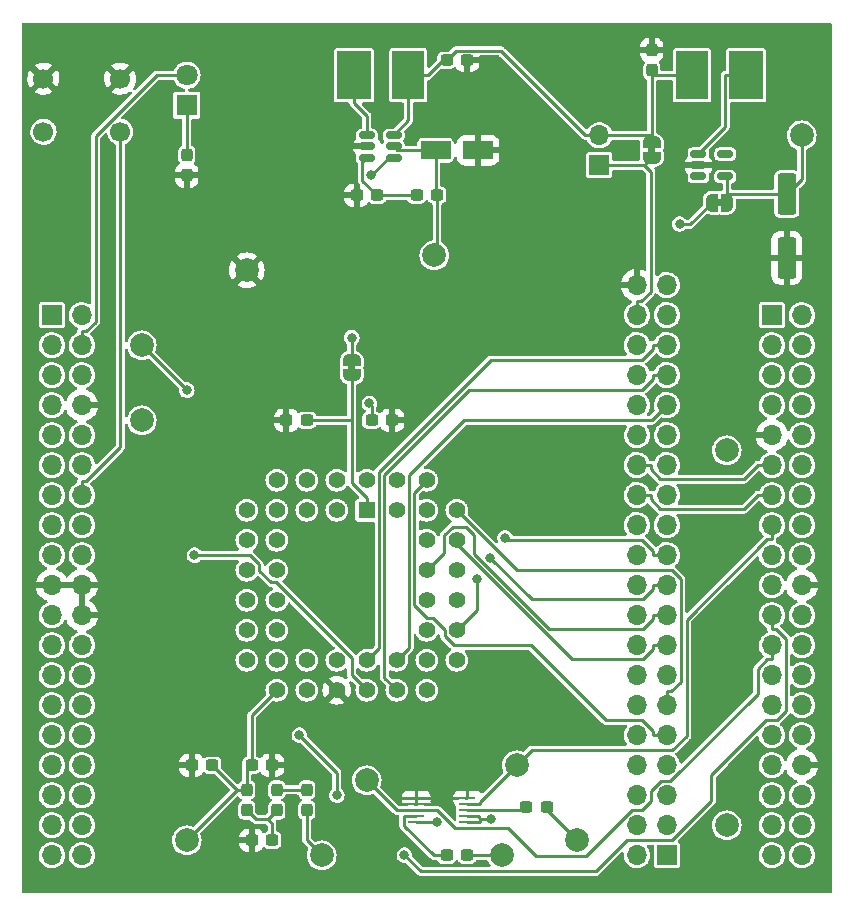
<source format=gtl>
%TF.GenerationSoftware,KiCad,Pcbnew,6.0.2+dfsg-1*%
%TF.CreationDate,2022-12-11T21:53:28+09:00*%
%TF.ProjectId,Akashi-11,416b6173-6869-42d3-9131-2e6b69636164,rev?*%
%TF.SameCoordinates,Original*%
%TF.FileFunction,Copper,L1,Top*%
%TF.FilePolarity,Positive*%
%FSLAX46Y46*%
G04 Gerber Fmt 4.6, Leading zero omitted, Abs format (unit mm)*
G04 Created by KiCad (PCBNEW 6.0.2+dfsg-1) date 2022-12-11 21:53:28*
%MOMM*%
%LPD*%
G01*
G04 APERTURE LIST*
G04 Aperture macros list*
%AMRoundRect*
0 Rectangle with rounded corners*
0 $1 Rounding radius*
0 $2 $3 $4 $5 $6 $7 $8 $9 X,Y pos of 4 corners*
0 Add a 4 corners polygon primitive as box body*
4,1,4,$2,$3,$4,$5,$6,$7,$8,$9,$2,$3,0*
0 Add four circle primitives for the rounded corners*
1,1,$1+$1,$2,$3*
1,1,$1+$1,$4,$5*
1,1,$1+$1,$6,$7*
1,1,$1+$1,$8,$9*
0 Add four rect primitives between the rounded corners*
20,1,$1+$1,$2,$3,$4,$5,0*
20,1,$1+$1,$4,$5,$6,$7,0*
20,1,$1+$1,$6,$7,$8,$9,0*
20,1,$1+$1,$8,$9,$2,$3,0*%
%AMFreePoly0*
4,1,22,0.500000,-0.750000,0.000000,-0.750000,0.000000,-0.745033,-0.079941,-0.743568,-0.215256,-0.701293,-0.333266,-0.622738,-0.424486,-0.514219,-0.481581,-0.384460,-0.499164,-0.250000,-0.500000,-0.250000,-0.500000,0.250000,-0.499164,0.250000,-0.499963,0.256109,-0.478152,0.396186,-0.417904,0.524511,-0.324060,0.630769,-0.204165,0.706417,-0.067858,0.745374,0.000000,0.744959,0.000000,0.750000,
0.500000,0.750000,0.500000,-0.750000,0.500000,-0.750000,$1*%
%AMFreePoly1*
4,1,20,0.000000,0.744959,0.073905,0.744508,0.209726,0.703889,0.328688,0.626782,0.421226,0.519385,0.479903,0.390333,0.500000,0.250000,0.500000,-0.250000,0.499851,-0.262216,0.476331,-0.402017,0.414519,-0.529596,0.319384,-0.634700,0.198574,-0.708877,0.061801,-0.746166,0.000000,-0.745033,0.000000,-0.750000,-0.500000,-0.750000,-0.500000,0.750000,0.000000,0.750000,0.000000,0.744959,
0.000000,0.744959,$1*%
G04 Aperture macros list end*
%TA.AperFunction,SMDPad,CuDef*%
%ADD10RoundRect,0.237500X0.300000X0.237500X-0.300000X0.237500X-0.300000X-0.237500X0.300000X-0.237500X0*%
%TD*%
%TA.AperFunction,SMDPad,CuDef*%
%ADD11RoundRect,0.237500X-0.237500X0.300000X-0.237500X-0.300000X0.237500X-0.300000X0.237500X0.300000X0*%
%TD*%
%TA.AperFunction,ComponentPad*%
%ADD12C,2.000000*%
%TD*%
%TA.AperFunction,SMDPad,CuDef*%
%ADD13RoundRect,0.237500X-0.300000X-0.237500X0.300000X-0.237500X0.300000X0.237500X-0.300000X0.237500X0*%
%TD*%
%TA.AperFunction,SMDPad,CuDef*%
%ADD14RoundRect,0.150000X-0.512500X-0.150000X0.512500X-0.150000X0.512500X0.150000X-0.512500X0.150000X0*%
%TD*%
%TA.AperFunction,SMDPad,CuDef*%
%ADD15R,2.698300X4.089400*%
%TD*%
%TA.AperFunction,SMDPad,CuDef*%
%ADD16R,2.898300X4.089400*%
%TD*%
%TA.AperFunction,SMDPad,CuDef*%
%ADD17RoundRect,0.250000X-0.550000X1.500000X-0.550000X-1.500000X0.550000X-1.500000X0.550000X1.500000X0*%
%TD*%
%TA.AperFunction,SMDPad,CuDef*%
%ADD18FreePoly0,180.000000*%
%TD*%
%TA.AperFunction,SMDPad,CuDef*%
%ADD19FreePoly1,180.000000*%
%TD*%
%TA.AperFunction,ComponentPad*%
%ADD20R,1.700000X1.700000*%
%TD*%
%TA.AperFunction,ComponentPad*%
%ADD21O,1.700000X1.700000*%
%TD*%
%TA.AperFunction,SMDPad,CuDef*%
%ADD22RoundRect,0.237500X0.237500X-0.300000X0.237500X0.300000X-0.237500X0.300000X-0.237500X-0.300000X0*%
%TD*%
%TA.AperFunction,ComponentPad*%
%ADD23R,1.800000X1.800000*%
%TD*%
%TA.AperFunction,ComponentPad*%
%ADD24C,1.800000*%
%TD*%
%TA.AperFunction,SMDPad,CuDef*%
%ADD25R,1.422400X0.279400*%
%TD*%
%TA.AperFunction,SMDPad,CuDef*%
%ADD26RoundRect,0.250000X-1.050000X-0.550000X1.050000X-0.550000X1.050000X0.550000X-1.050000X0.550000X0*%
%TD*%
%TA.AperFunction,SMDPad,CuDef*%
%ADD27FreePoly0,90.000000*%
%TD*%
%TA.AperFunction,SMDPad,CuDef*%
%ADD28FreePoly1,90.000000*%
%TD*%
%TA.AperFunction,ComponentPad*%
%ADD29R,1.422400X1.422400*%
%TD*%
%TA.AperFunction,ComponentPad*%
%ADD30C,1.422400*%
%TD*%
%TA.AperFunction,ComponentPad*%
%ADD31C,1.700000*%
%TD*%
%TA.AperFunction,SMDPad,CuDef*%
%ADD32FreePoly0,270.000000*%
%TD*%
%TA.AperFunction,SMDPad,CuDef*%
%ADD33FreePoly1,270.000000*%
%TD*%
%TA.AperFunction,ViaPad*%
%ADD34C,0.800000*%
%TD*%
%TA.AperFunction,Conductor*%
%ADD35C,0.250000*%
%TD*%
G04 APERTURE END LIST*
%TO.C,JP1*%
G36*
X176145000Y-51735000D02*
G01*
X175645000Y-51735000D01*
X175645000Y-51135000D01*
X176145000Y-51135000D01*
X176145000Y-51735000D01*
G37*
%TO.C,JP4*%
G36*
X170480000Y-47225000D02*
G01*
X169880000Y-47225000D01*
X169880000Y-46725000D01*
X170480000Y-46725000D01*
X170480000Y-47225000D01*
G37*
%TO.C,JP2*%
G36*
X145080000Y-65655000D02*
G01*
X144480000Y-65655000D01*
X144480000Y-65155000D01*
X145080000Y-65155000D01*
X145080000Y-65655000D01*
G37*
%TD*%
D10*
%TO.P,C5,1*%
%TO.N,+24V*%
X140970000Y-69850000D03*
%TO.P,C5,2*%
%TO.N,GND*%
X139245000Y-69850000D03*
%TD*%
D11*
%TO.P,R1,1*%
%TO.N,Net-(D3-Pad1)*%
X130810000Y-47397500D03*
%TO.P,R1,2*%
%TO.N,GND*%
X130810000Y-49122500D03*
%TD*%
D10*
%TO.P,R3,1*%
%TO.N,Net-(R2-Pad2)*%
X146912500Y-50800000D03*
%TO.P,R3,2*%
%TO.N,GND*%
X145187500Y-50800000D03*
%TD*%
D12*
%TO.P,TP10,1,1*%
%TO.N,/TIM1_CH1N*%
X158750000Y-99060000D03*
%TD*%
D13*
%TO.P,C7,1*%
%TO.N,+BATT*%
X152807500Y-39370000D03*
%TO.P,C7,2*%
%TO.N,GND*%
X154532500Y-39370000D03*
%TD*%
D10*
%TO.P,R4,1*%
%TO.N,/H1*%
X161290000Y-102610000D03*
%TO.P,R4,2*%
%TO.N,Net-(R4-Pad2)*%
X159565000Y-102610000D03*
%TD*%
D12*
%TO.P,TP2,1,1*%
%TO.N,-2V5*%
X130810000Y-105410000D03*
%TD*%
D14*
%TO.P,U4,1,SW*%
%TO.N,Net-(L2-Pad2)*%
X146050000Y-45720000D03*
%TO.P,U4,2,GND*%
%TO.N,GND*%
X146050000Y-46670000D03*
%TO.P,U4,3,FB*%
%TO.N,Net-(R2-Pad2)*%
X146050000Y-47620000D03*
%TO.P,U4,4,EN*%
%TO.N,/EN24*%
X148325000Y-47620000D03*
%TO.P,U4,5,VOUT*%
%TO.N,Net-(C9-Pad1)*%
X148325000Y-46670000D03*
%TO.P,U4,6,VI*%
%TO.N,+BATT*%
X148325000Y-45720000D03*
%TD*%
D12*
%TO.P,TP9,1,1*%
%TO.N,/BLANK*%
X127000000Y-63500000D03*
%TD*%
D14*
%TO.P,U3,1,SW*%
%TO.N,Net-(L1-Pad2)*%
X174122500Y-47310000D03*
%TO.P,U3,2,GND*%
%TO.N,GND*%
X174122500Y-48260000D03*
%TO.P,U3,3,NC*%
%TO.N,unconnected-(U3-Pad3)*%
X174122500Y-49210000D03*
%TO.P,U3,4,VOUT*%
%TO.N,Net-(C6-Pad1)*%
X176397500Y-49210000D03*
%TO.P,U3,5,NC*%
%TO.N,unconnected-(U3-Pad5)*%
X176397500Y-47310000D03*
%TD*%
D15*
%TO.P,L2,1,1*%
%TO.N,+BATT*%
X149570850Y-40640000D03*
D16*
%TO.P,L2,2,2*%
%TO.N,Net-(L2-Pad2)*%
X144969150Y-40640000D03*
%TD*%
D12*
%TO.P,TP13,1,1*%
%TO.N,/TIM1_CH1*%
X146050000Y-100330000D03*
%TD*%
%TO.P,TP12,1,1*%
%TO.N,/H2*%
X157480000Y-106680000D03*
%TD*%
%TO.P,TP7,1,1*%
%TO.N,Net-(C9-Pad1)*%
X151765000Y-55880000D03*
%TD*%
D13*
%TO.P,C2,1*%
%TO.N,-2V5*%
X136297500Y-99060000D03*
%TO.P,C2,2*%
%TO.N,GND*%
X138022500Y-99060000D03*
%TD*%
D17*
%TO.P,C6,1*%
%TO.N,Net-(C6-Pad1)*%
X181610000Y-50704900D03*
%TO.P,C6,2*%
%TO.N,GND*%
X181610000Y-56104900D03*
%TD*%
D18*
%TO.P,JP1,1,A*%
%TO.N,Net-(C6-Pad1)*%
X176545000Y-51435000D03*
D19*
%TO.P,JP1,2,B*%
%TO.N,+3V3*%
X175245000Y-51435000D03*
%TD*%
D20*
%TO.P,J1,1,Pin_1*%
%TO.N,/H1*%
X171455000Y-106675000D03*
D21*
%TO.P,J1,2,Pin_2*%
%TO.N,/H2*%
X168915000Y-106675000D03*
%TO.P,J1,3,Pin_3*%
%TO.N,/Seg_a*%
X171455000Y-104135000D03*
%TO.P,J1,4,Pin_4*%
%TO.N,unconnected-(J1-Pad4)*%
X168915000Y-104135000D03*
%TO.P,J1,5,Pin_5*%
%TO.N,/D8*%
X171455000Y-101595000D03*
%TO.P,J1,6,Pin_6*%
%TO.N,/KEY1*%
X168915000Y-101595000D03*
%TO.P,J1,7,Pin_7*%
%TO.N,/Seg_g*%
X171455000Y-99055000D03*
%TO.P,J1,8,Pin_8*%
%TO.N,/KEY2*%
X168915000Y-99055000D03*
%TO.P,J1,9,Pin_9*%
%TO.N,/D7*%
X171455000Y-96515000D03*
%TO.P,J1,10,Pin_10*%
%TO.N,/KEY3*%
X168915000Y-96515000D03*
%TO.P,J1,11,Pin_11*%
%TO.N,/Seg_f*%
X171455000Y-93975000D03*
%TO.P,J1,12,Pin_12*%
%TO.N,/KD8*%
X168915000Y-93975000D03*
%TO.P,J1,13,Pin_13*%
%TO.N,/D6*%
X171455000Y-91435000D03*
%TO.P,J1,14,Pin_14*%
%TO.N,/KD7*%
X168915000Y-91435000D03*
%TO.P,J1,15,Pin_15*%
%TO.N,/Seg_e*%
X171455000Y-88895000D03*
%TO.P,J1,16,Pin_16*%
%TO.N,/KD6*%
X168915000Y-88895000D03*
%TO.P,J1,17,Pin_17*%
%TO.N,/D5*%
X171455000Y-86355000D03*
%TO.P,J1,18,Pin_18*%
%TO.N,/KD5*%
X168915000Y-86355000D03*
%TO.P,J1,19,Pin_19*%
%TO.N,/D4*%
X171455000Y-83815000D03*
%TO.P,J1,20,Pin_20*%
%TO.N,/KD4*%
X168915000Y-83815000D03*
%TO.P,J1,21,Pin_21*%
%TO.N,/Seg_d*%
X171455000Y-81275000D03*
%TO.P,J1,22,Pin_22*%
%TO.N,/KD3*%
X168915000Y-81275000D03*
%TO.P,J1,23,Pin_23*%
%TO.N,/D3*%
X171455000Y-78735000D03*
%TO.P,J1,24,Pin_24*%
%TO.N,/KD2*%
X168915000Y-78735000D03*
%TO.P,J1,25,Pin_25*%
%TO.N,/DP*%
X171455000Y-76195000D03*
%TO.P,J1,26,Pin_26*%
%TO.N,/KD1*%
X168915000Y-76195000D03*
%TO.P,J1,27,Pin_27*%
%TO.N,/D2*%
X171455000Y-73655000D03*
%TO.P,J1,28,Pin_28*%
%TO.N,/KD0*%
X168915000Y-73655000D03*
%TO.P,J1,29,Pin_29*%
%TO.N,/Seg_c*%
X171455000Y-71115000D03*
%TO.P,J1,30,Pin_30*%
%TO.N,unconnected-(J1-Pad30)*%
X168915000Y-71115000D03*
%TO.P,J1,31,Pin_31*%
%TO.N,/D1*%
X171455000Y-68575000D03*
%TO.P,J1,32,Pin_32*%
%TO.N,unconnected-(J1-Pad32)*%
X168915000Y-68575000D03*
%TO.P,J1,33,Pin_33*%
%TO.N,/Seg_b*%
X171455000Y-66035000D03*
%TO.P,J1,34,Pin_34*%
%TO.N,unconnected-(J1-Pad34)*%
X168915000Y-66035000D03*
%TO.P,J1,35,Pin_35*%
%TO.N,/D0*%
X171455000Y-63495000D03*
%TO.P,J1,36,Pin_36*%
%TO.N,unconnected-(J1-Pad36)*%
X168915000Y-63495000D03*
%TO.P,J1,37,Pin_37*%
%TO.N,unconnected-(J1-Pad37)*%
X171455000Y-60955000D03*
%TO.P,J1,38,Pin_38*%
%TO.N,Net-(J1-Pad38)*%
X168915000Y-60955000D03*
%TO.P,J1,39,Pin_39*%
%TO.N,unconnected-(J1-Pad39)*%
X171455000Y-58415000D03*
%TO.P,J1,40,Pin_40*%
%TO.N,GND*%
X168915000Y-58415000D03*
%TD*%
D11*
%TO.P,R5,1*%
%TO.N,Net-(C4-Pad1)*%
X140970000Y-101145000D03*
%TO.P,R5,2*%
%TO.N,/TIM2_CH1*%
X140970000Y-102870000D03*
%TD*%
%TO.P,C4,1*%
%TO.N,Net-(C4-Pad1)*%
X138430000Y-101145000D03*
%TO.P,C4,2*%
%TO.N,Net-(C4-Pad2)*%
X138430000Y-102870000D03*
%TD*%
D22*
%TO.P,C1,1*%
%TO.N,+BATT*%
X170180000Y-40232500D03*
%TO.P,C1,2*%
%TO.N,GND*%
X170180000Y-38507500D03*
%TD*%
D13*
%TO.P,D2,1,K*%
%TO.N,GND*%
X136297500Y-105410000D03*
%TO.P,D2,2,A*%
%TO.N,Net-(C4-Pad2)*%
X138022500Y-105410000D03*
%TD*%
D10*
%TO.P,R2,1*%
%TO.N,Net-(C9-Pad1)*%
X151992500Y-50800000D03*
%TO.P,R2,2*%
%TO.N,Net-(R2-Pad2)*%
X150267500Y-50800000D03*
%TD*%
D23*
%TO.P,D3,1,K*%
%TO.N,Net-(D3-Pad1)*%
X130810000Y-43180000D03*
D24*
%TO.P,D3,2,A*%
%TO.N,/STATUS*%
X130810000Y-40640000D03*
%TD*%
D13*
%TO.P,C8,1*%
%TO.N,+3V3*%
X146457500Y-69850000D03*
%TO.P,C8,2*%
%TO.N,GND*%
X148182500Y-69850000D03*
%TD*%
%TO.P,R6,1*%
%TO.N,Net-(R6-Pad1)*%
X152807500Y-106680000D03*
%TO.P,R6,2*%
%TO.N,/H2*%
X154532500Y-106680000D03*
%TD*%
D25*
%TO.P,U2,1,V+*%
%TO.N,+3V3*%
X154571700Y-103870001D03*
%TO.P,U2,2,NO1*%
X154571700Y-103369999D03*
%TO.P,U2,3,COM1*%
%TO.N,Net-(R4-Pad2)*%
X154571700Y-102870000D03*
%TO.P,U2,4,IN1*%
%TO.N,/TIM1_CH1N*%
X154571700Y-102370001D03*
%TO.P,U2,5,NC1*%
%TO.N,GND*%
X154571700Y-101869999D03*
%TO.P,U2,6,GND*%
X150228300Y-101869999D03*
%TO.P,U2,7,NC2*%
X150228300Y-102370001D03*
%TO.P,U2,8,IN2*%
%TO.N,/TIM1_CH1*%
X150228300Y-102870000D03*
%TO.P,U2,9,COM2*%
%TO.N,Net-(R6-Pad1)*%
X150228300Y-103369999D03*
%TO.P,U2,10,NO2*%
%TO.N,+3V3*%
X150228300Y-103870001D03*
%TD*%
D12*
%TO.P,TP4,1,1*%
%TO.N,GND*%
X135890000Y-57150000D03*
%TD*%
%TO.P,TP5,1,1*%
%TO.N,/SPI1_SCK*%
X176530000Y-104140000D03*
%TD*%
D20*
%TO.P,JP3,1,A*%
%TO.N,Net-(J1-Pad38)*%
X165735000Y-48260000D03*
D21*
%TO.P,JP3,2,B*%
%TO.N,+BATT*%
X165735000Y-45720000D03*
%TD*%
D26*
%TO.P,C9,1*%
%TO.N,Net-(C9-Pad1)*%
X151870000Y-46990000D03*
%TO.P,C9,2*%
%TO.N,GND*%
X155470000Y-46990000D03*
%TD*%
D22*
%TO.P,D1,1,K*%
%TO.N,Net-(C4-Pad2)*%
X135890000Y-102870000D03*
%TO.P,D1,2,A*%
%TO.N,-2V5*%
X135890000Y-101145000D03*
%TD*%
D12*
%TO.P,TP3,1,1*%
%TO.N,Net-(C6-Pad1)*%
X182880000Y-45720000D03*
%TD*%
D15*
%TO.P,L1,1,1*%
%TO.N,+BATT*%
X173567950Y-40640000D03*
D16*
%TO.P,L1,2,2*%
%TO.N,Net-(L1-Pad2)*%
X178169650Y-40640000D03*
%TD*%
D10*
%TO.P,C3,1*%
%TO.N,-2V5*%
X132942500Y-99060000D03*
%TO.P,C3,2*%
%TO.N,GND*%
X131217500Y-99060000D03*
%TD*%
D12*
%TO.P,TP6,1,1*%
%TO.N,/SPI1_MOSI*%
X176530000Y-72390000D03*
%TD*%
D27*
%TO.P,JP4,1,A*%
%TO.N,Net-(J1-Pad38)*%
X170180000Y-47625000D03*
D28*
%TO.P,JP4,2,B*%
%TO.N,+BATT*%
X170180000Y-46325000D03*
%TD*%
D29*
%TO.P,U1,1,VBB*%
%TO.N,+24V*%
X146050000Y-77470000D03*
D30*
%TO.P,U1,2,DOUT*%
%TO.N,unconnected-(U1-Pad2)*%
X143510000Y-74930000D03*
%TO.P,U1,3,OUT31*%
%TO.N,unconnected-(U1-Pad3)*%
X143510000Y-77470000D03*
%TO.P,U1,4,OUT30*%
%TO.N,unconnected-(U1-Pad4)*%
X140970000Y-74930000D03*
%TO.P,U1,5,OUT29*%
%TO.N,unconnected-(U1-Pad5)*%
X140970000Y-77470000D03*
%TO.P,U1,6,NC*%
%TO.N,unconnected-(U1-Pad6)*%
X138430000Y-74930000D03*
%TO.P,U1,7,OUT28*%
%TO.N,unconnected-(U1-Pad7)*%
X135890000Y-77470000D03*
%TO.P,U1,8,OUT27*%
%TO.N,unconnected-(U1-Pad8)*%
X138430000Y-77470000D03*
%TO.P,U1,9,OUT26*%
%TO.N,unconnected-(U1-Pad9)*%
X135890000Y-80010000D03*
%TO.P,U1,10,OUT25*%
%TO.N,unconnected-(U1-Pad10)*%
X138430000Y-80010000D03*
%TO.P,U1,11,OUT24*%
%TO.N,unconnected-(U1-Pad11)*%
X135890000Y-82550000D03*
%TO.P,U1,12,OUT23*%
%TO.N,unconnected-(U1-Pad12)*%
X138430000Y-82550000D03*
%TO.P,U1,13,OUT22*%
%TO.N,unconnected-(U1-Pad13)*%
X135890000Y-85090000D03*
%TO.P,U1,14,OUT21*%
%TO.N,unconnected-(U1-Pad14)*%
X138430000Y-85090000D03*
%TO.P,U1,15,OUT20*%
%TO.N,unconnected-(U1-Pad15)*%
X135890000Y-87630000D03*
%TO.P,U1,16,OUT19*%
%TO.N,unconnected-(U1-Pad16)*%
X138430000Y-87630000D03*
%TO.P,U1,17,OUT18*%
%TO.N,unconnected-(U1-Pad17)*%
X135890000Y-90170000D03*
%TO.P,U1,18,VSS*%
%TO.N,-2V5*%
X138430000Y-92710000D03*
%TO.P,U1,19,OUT17*%
%TO.N,unconnected-(U1-Pad19)*%
X138430000Y-90170000D03*
%TO.P,U1,20,OUT16*%
%TO.N,/Seg_a*%
X140970000Y-92710000D03*
%TO.P,U1,21,BLANK*%
%TO.N,/BLANK*%
X140970000Y-90170000D03*
%TO.P,U1,22,GND*%
%TO.N,GND*%
X143510000Y-92710000D03*
%TO.P,U1,23,CLK*%
%TO.N,/SPI1_SCK*%
X143510000Y-90170000D03*
%TO.P,U1,24,LOAD*%
%TO.N,/LOAD*%
X146050000Y-92710000D03*
%TO.P,U1,25,OUT15*%
%TO.N,/D0*%
X146050000Y-90170000D03*
%TO.P,U1,26,OUT14*%
%TO.N,/Seg_b*%
X148590000Y-92710000D03*
%TO.P,U1,27,OUT13*%
%TO.N,/D1*%
X148590000Y-90170000D03*
%TO.P,U1,28,NC*%
%TO.N,unconnected-(U1-Pad28)*%
X151130000Y-92710000D03*
%TO.P,U1,29,NC*%
%TO.N,unconnected-(U1-Pad29)*%
X153670000Y-90170000D03*
%TO.P,U1,30,OUT12*%
%TO.N,/Seg_c*%
X151130000Y-90170000D03*
%TO.P,U1,31,OUT11*%
%TO.N,/D2*%
X153670000Y-87630000D03*
%TO.P,U1,32,OUT10*%
%TO.N,/DP*%
X151130000Y-87630000D03*
%TO.P,U1,33,OUT9*%
%TO.N,/D3*%
X153670000Y-85090000D03*
%TO.P,U1,34,OUT8*%
%TO.N,/Seg_d*%
X151130000Y-85090000D03*
%TO.P,U1,35,OUT7*%
%TO.N,/D4*%
X153670000Y-82550000D03*
%TO.P,U1,36,OUT6*%
%TO.N,/D5*%
X151130000Y-82550000D03*
%TO.P,U1,37,OUT5*%
%TO.N,/Seg_e*%
X153670000Y-80010000D03*
%TO.P,U1,38,OUT4*%
%TO.N,/D6*%
X151130000Y-80010000D03*
%TO.P,U1,39,OUT3*%
%TO.N,/Seg_f*%
X153670000Y-77470000D03*
%TO.P,U1,40,OUT2*%
%TO.N,/D7*%
X151130000Y-74930000D03*
%TO.P,U1,41,OUT1*%
%TO.N,/Seg_g*%
X151130000Y-77470000D03*
%TO.P,U1,42,OUT0*%
%TO.N,/D8*%
X148590000Y-74930000D03*
%TO.P,U1,43,DIN*%
%TO.N,/SPI1_MOSI*%
X148590000Y-77470000D03*
%TO.P,U1,44,VCC*%
%TO.N,+3V3*%
X146050000Y-74930000D03*
%TD*%
D12*
%TO.P,TP11,1,1*%
%TO.N,/H1*%
X163830000Y-105410000D03*
%TD*%
%TO.P,TP8,1,1*%
%TO.N,/LOAD*%
X127000000Y-69850000D03*
%TD*%
D31*
%TO.P,SW1,1,A*%
%TO.N,GND*%
X118670000Y-40930000D03*
%TO.P,SW1,2,A*%
X125170000Y-40930000D03*
%TO.P,SW1,3,B*%
%TO.N,Net-(CN7-Pad14)*%
X118670000Y-45430000D03*
%TO.P,SW1,4,B*%
X125170000Y-45430000D03*
%TD*%
D12*
%TO.P,TP1,1,1*%
%TO.N,/TIM2_CH1*%
X142240000Y-106680000D03*
%TD*%
D32*
%TO.P,JP2,1,A*%
%TO.N,Net-(C9-Pad1)*%
X144780000Y-64755000D03*
D33*
%TO.P,JP2,2,B*%
%TO.N,+24V*%
X144780000Y-66055011D03*
%TD*%
D20*
%TO.P,CN10,1,Pin_1*%
%TO.N,unconnected-(CN10-Pad1)*%
X180340000Y-60960000D03*
D21*
%TO.P,CN10,2,Pin_2*%
%TO.N,unconnected-(CN10-Pad2)*%
X182880000Y-60960000D03*
%TO.P,CN10,3,Pin_3*%
%TO.N,unconnected-(CN10-Pad3)*%
X180340000Y-63500000D03*
%TO.P,CN10,4,Pin_4*%
%TO.N,unconnected-(CN10-Pad4)*%
X182880000Y-63500000D03*
%TO.P,CN10,5,Pin_5*%
%TO.N,unconnected-(CN10-Pad5)*%
X180340000Y-66040000D03*
%TO.P,CN10,6,Pin_6*%
%TO.N,unconnected-(CN10-Pad6)*%
X182880000Y-66040000D03*
%TO.P,CN10,7,Pin_7*%
%TO.N,unconnected-(CN10-Pad7)*%
X180340000Y-68580000D03*
%TO.P,CN10,8,Pin_8*%
%TO.N,unconnected-(CN10-Pad8)*%
X182880000Y-68580000D03*
%TO.P,CN10,9,Pin_9*%
%TO.N,GND*%
X180340000Y-71120000D03*
%TO.P,CN10,10,Pin_10*%
%TO.N,unconnected-(CN10-Pad10)*%
X182880000Y-71120000D03*
%TO.P,CN10,11,Pin_11*%
%TO.N,/KD0*%
X180340000Y-73660000D03*
%TO.P,CN10,12,Pin_12*%
%TO.N,/SPI1_MOSI*%
X182880000Y-73660000D03*
%TO.P,CN10,13,Pin_13*%
%TO.N,/KD1*%
X180340000Y-76200000D03*
%TO.P,CN10,14,Pin_14*%
%TO.N,unconnected-(CN10-Pad14)*%
X182880000Y-76200000D03*
%TO.P,CN10,15,Pin_15*%
%TO.N,/TIM1_CH1N*%
X180340000Y-78740000D03*
%TO.P,CN10,16,Pin_16*%
%TO.N,/KD2*%
X182880000Y-78740000D03*
%TO.P,CN10,17,Pin_17*%
%TO.N,/KD3*%
X180340000Y-81280000D03*
%TO.P,CN10,18,Pin_18*%
%TO.N,unconnected-(CN10-Pad18)*%
X182880000Y-81280000D03*
%TO.P,CN10,19,Pin_19*%
%TO.N,/KD4*%
X180340000Y-83820000D03*
%TO.P,CN10,20,Pin_20*%
%TO.N,GND*%
X182880000Y-83820000D03*
%TO.P,CN10,21,Pin_21*%
%TO.N,/TIM2_CH1*%
X180340000Y-86360000D03*
%TO.P,CN10,22,Pin_22*%
%TO.N,/KD5*%
X182880000Y-86360000D03*
%TO.P,CN10,23,Pin_23*%
%TO.N,/TIM1_CH1*%
X180340000Y-88900000D03*
%TO.P,CN10,24,Pin_24*%
%TO.N,/KD6*%
X182880000Y-88900000D03*
%TO.P,CN10,25,Pin_25*%
%TO.N,/KD7*%
X180340000Y-91440000D03*
%TO.P,CN10,26,Pin_26*%
%TO.N,unconnected-(CN10-Pad26)*%
X182880000Y-91440000D03*
%TO.P,CN10,27,Pin_27*%
%TO.N,/KD8*%
X180340000Y-93980000D03*
%TO.P,CN10,28,Pin_28*%
%TO.N,unconnected-(CN10-Pad28)*%
X182880000Y-93980000D03*
%TO.P,CN10,29,Pin_29*%
%TO.N,/KEY3*%
X180340000Y-96520000D03*
%TO.P,CN10,30,Pin_30*%
%TO.N,unconnected-(CN10-Pad30)*%
X182880000Y-96520000D03*
%TO.P,CN10,31,Pin_31*%
%TO.N,/KEY2*%
X180340000Y-99060000D03*
%TO.P,CN10,32,Pin_32*%
%TO.N,GND*%
X182880000Y-99060000D03*
%TO.P,CN10,33,Pin_33*%
%TO.N,/KEY1*%
X180340000Y-101600000D03*
%TO.P,CN10,34,Pin_34*%
%TO.N,unconnected-(CN10-Pad34)*%
X182880000Y-101600000D03*
%TO.P,CN10,35,Pin_35*%
%TO.N,unconnected-(CN10-Pad35)*%
X180340000Y-104140000D03*
%TO.P,CN10,36,Pin_36*%
%TO.N,/SPI1_SCK*%
X182880000Y-104140000D03*
%TO.P,CN10,37,Pin_37*%
%TO.N,unconnected-(CN10-Pad37)*%
X180340000Y-106680000D03*
%TO.P,CN10,38,Pin_38*%
%TO.N,unconnected-(CN10-Pad38)*%
X182880000Y-106680000D03*
%TD*%
D20*
%TO.P,CN7,1,Pin_1*%
%TO.N,/LOAD*%
X119380000Y-60960000D03*
D21*
%TO.P,CN7,2,Pin_2*%
%TO.N,/EN24*%
X121920000Y-60960000D03*
%TO.P,CN7,3,Pin_3*%
%TO.N,/BLANK*%
X119380000Y-63500000D03*
%TO.P,CN7,4,Pin_4*%
%TO.N,/STATUS*%
X121920000Y-63500000D03*
%TO.P,CN7,5,Pin_5*%
%TO.N,unconnected-(CN7-Pad5)*%
X119380000Y-66040000D03*
%TO.P,CN7,6,Pin_6*%
%TO.N,unconnected-(CN7-Pad6)*%
X121920000Y-66040000D03*
%TO.P,CN7,7,Pin_7*%
%TO.N,unconnected-(CN7-Pad7)*%
X119380000Y-68580000D03*
%TO.P,CN7,8,Pin_8*%
%TO.N,GND*%
X121920000Y-68580000D03*
%TO.P,CN7,9,Pin_9*%
%TO.N,unconnected-(CN7-Pad9)*%
X119380000Y-71120000D03*
%TO.P,CN7,10,Pin_10*%
%TO.N,unconnected-(CN7-Pad10)*%
X121920000Y-71120000D03*
%TO.P,CN7,11,Pin_11*%
%TO.N,unconnected-(CN7-Pad11)*%
X119380000Y-73660000D03*
%TO.P,CN7,12,Pin_12*%
%TO.N,+3V3*%
X121920000Y-73660000D03*
%TO.P,CN7,13,Pin_13*%
%TO.N,unconnected-(CN7-Pad13)*%
X119380000Y-76200000D03*
%TO.P,CN7,14,Pin_14*%
%TO.N,Net-(CN7-Pad14)*%
X121920000Y-76200000D03*
%TO.P,CN7,15,Pin_15*%
%TO.N,unconnected-(CN7-Pad15)*%
X119380000Y-78740000D03*
%TO.P,CN7,16,Pin_16*%
%TO.N,+3V3*%
X121920000Y-78740000D03*
%TO.P,CN7,17,Pin_17*%
%TO.N,unconnected-(CN7-Pad17)*%
X119380000Y-81280000D03*
%TO.P,CN7,18,Pin_18*%
%TO.N,unconnected-(CN7-Pad18)*%
X121920000Y-81280000D03*
%TO.P,CN7,19,Pin_19*%
%TO.N,GND*%
X119380000Y-83820000D03*
%TO.P,CN7,20,Pin_20*%
X121920000Y-83820000D03*
%TO.P,CN7,21,Pin_21*%
%TO.N,unconnected-(CN7-Pad21)*%
X119380000Y-86360000D03*
%TO.P,CN7,22,Pin_22*%
%TO.N,GND*%
X121920000Y-86360000D03*
%TO.P,CN7,23,Pin_23*%
%TO.N,unconnected-(CN7-Pad23)*%
X119380000Y-88900000D03*
%TO.P,CN7,24,Pin_24*%
%TO.N,unconnected-(CN7-Pad24)*%
X121920000Y-88900000D03*
%TO.P,CN7,25,Pin_25*%
%TO.N,unconnected-(CN7-Pad25)*%
X119380000Y-91440000D03*
%TO.P,CN7,26,Pin_26*%
%TO.N,unconnected-(CN7-Pad26)*%
X121920000Y-91440000D03*
%TO.P,CN7,27,Pin_27*%
%TO.N,unconnected-(CN7-Pad27)*%
X119380000Y-93980000D03*
%TO.P,CN7,28,Pin_28*%
%TO.N,unconnected-(CN7-Pad28)*%
X121920000Y-93980000D03*
%TO.P,CN7,29,Pin_29*%
%TO.N,unconnected-(CN7-Pad29)*%
X119380000Y-96520000D03*
%TO.P,CN7,30,Pin_30*%
%TO.N,unconnected-(CN7-Pad30)*%
X121920000Y-96520000D03*
%TO.P,CN7,31,Pin_31*%
%TO.N,unconnected-(CN7-Pad31)*%
X119380000Y-99060000D03*
%TO.P,CN7,32,Pin_32*%
%TO.N,unconnected-(CN7-Pad32)*%
X121920000Y-99060000D03*
%TO.P,CN7,33,Pin_33*%
%TO.N,unconnected-(CN7-Pad33)*%
X119380000Y-101600000D03*
%TO.P,CN7,34,Pin_34*%
%TO.N,unconnected-(CN7-Pad34)*%
X121920000Y-101600000D03*
%TO.P,CN7,35,Pin_35*%
%TO.N,unconnected-(CN7-Pad35)*%
X119380000Y-104140000D03*
%TO.P,CN7,36,Pin_36*%
%TO.N,unconnected-(CN7-Pad36)*%
X121920000Y-104140000D03*
%TO.P,CN7,37,Pin_37*%
%TO.N,unconnected-(CN7-Pad37)*%
X119380000Y-106680000D03*
%TO.P,CN7,38,Pin_38*%
%TO.N,unconnected-(CN7-Pad38)*%
X121920000Y-106680000D03*
%TD*%
D34*
%TO.N,/EN24*%
X146412500Y-49122300D03*
%TO.N,+3V3*%
X146266100Y-68427700D03*
X156583100Y-103631100D03*
X172534700Y-53252600D03*
X152016700Y-103900600D03*
%TO.N,/LOAD*%
X131445000Y-81280000D03*
%TO.N,/BLANK*%
X130810000Y-67310000D03*
%TO.N,/D2*%
X155403600Y-83308900D03*
%TO.N,/D4*%
X156520900Y-81486600D03*
%TO.N,/TIM2_CH1*%
X149225000Y-106680000D03*
%TO.N,/SPI1_SCK*%
X140335000Y-96520000D03*
X143510000Y-101600000D03*
%TO.N,/Seg_d*%
X157754200Y-79819200D03*
%TO.N,Net-(C9-Pad1)*%
X144780000Y-62865000D03*
%TD*%
D35*
%TO.N,+BATT*%
X170180000Y-45720000D02*
X166910100Y-45720000D01*
X149570800Y-44474200D02*
X148325000Y-45720000D01*
X170180000Y-46325000D02*
X170180000Y-45720000D01*
X152807500Y-39370000D02*
X152515000Y-39370000D01*
X170180000Y-45720000D02*
X170180000Y-40640000D01*
X165735000Y-45720000D02*
X164559900Y-45720000D01*
X149570800Y-40640000D02*
X149570800Y-44474200D01*
X153617100Y-38560400D02*
X152807500Y-39370000D01*
X170180000Y-40640000D02*
X170180000Y-40232500D01*
X149570800Y-40640000D02*
X151245000Y-40640000D01*
X152515000Y-39370000D02*
X151245000Y-40640000D01*
X165735000Y-45720000D02*
X166910100Y-45720000D01*
X164559900Y-45720000D02*
X157400300Y-38560400D01*
X157400300Y-38560400D02*
X153617100Y-38560400D01*
X170180000Y-40640000D02*
X171893800Y-40640000D01*
X173568000Y-40640000D02*
X171893800Y-40640000D01*
%TO.N,-2V5*%
X135890000Y-101145000D02*
X135075000Y-101145000D01*
X136297500Y-94842500D02*
X136297500Y-99060000D01*
X136297500Y-99060000D02*
X135890000Y-99467500D01*
X135051300Y-101168700D02*
X130810000Y-105410000D01*
X132942500Y-99060000D02*
X135051300Y-101168700D01*
X135075000Y-101145000D02*
X135051300Y-101168700D01*
X138430000Y-92710000D02*
X136297500Y-94842500D01*
X135890000Y-99467500D02*
X135890000Y-101145000D01*
%TO.N,/EN24*%
X147914800Y-47620000D02*
X148325000Y-47620000D01*
X146412500Y-49122300D02*
X147914800Y-47620000D01*
%TO.N,Net-(C4-Pad1)*%
X138430000Y-101145000D02*
X140970000Y-101145000D01*
%TO.N,Net-(C4-Pad2)*%
X138022500Y-104004100D02*
X137659200Y-103640800D01*
X138022500Y-105410000D02*
X138022500Y-104004100D01*
X135890000Y-102870000D02*
X136660800Y-103640800D01*
X136660800Y-103640800D02*
X137659200Y-103640800D01*
X137659200Y-103640800D02*
X138430000Y-102870000D01*
%TO.N,+24V*%
X140970000Y-69850000D02*
X144780000Y-69850000D01*
X144780000Y-69850000D02*
X144780000Y-66055000D01*
X144780000Y-75163700D02*
X146050000Y-76433700D01*
X144780000Y-69850000D02*
X144780000Y-75163700D01*
X146050000Y-77470000D02*
X146050000Y-76433700D01*
%TO.N,+3V3*%
X156583100Y-103631100D02*
X155608000Y-103631100D01*
X154571700Y-103370000D02*
X155071700Y-103370000D01*
X155456600Y-103370000D02*
X155608000Y-103521400D01*
X172534700Y-53252600D02*
X173427400Y-53252600D01*
X155089900Y-103370000D02*
X155071700Y-103370000D01*
X155608000Y-103631100D02*
X155608000Y-103870000D01*
X146266100Y-68427700D02*
X146457500Y-68619100D01*
X152016700Y-103900600D02*
X151295200Y-103900600D01*
X155608000Y-103521400D02*
X155608000Y-103631100D01*
X146457500Y-68619100D02*
X146457500Y-69850000D01*
X150228300Y-103870000D02*
X151264600Y-103870000D01*
X154571700Y-103870000D02*
X155608000Y-103870000D01*
X151295200Y-103900600D02*
X151264600Y-103870000D01*
X173427400Y-53252600D02*
X175245000Y-51435000D01*
X155089900Y-103370000D02*
X155456600Y-103370000D01*
%TO.N,/LOAD*%
X137930000Y-83586400D02*
X136926400Y-82582800D01*
X138392100Y-83586400D02*
X137930000Y-83586400D01*
X146050000Y-92710000D02*
X144780000Y-91440000D01*
X144780000Y-91440000D02*
X144780000Y-89974300D01*
X136926400Y-82065900D02*
X136140500Y-81280000D01*
X136926400Y-82582800D02*
X136926400Y-82065900D01*
X135890000Y-81280000D02*
X131445000Y-81280000D01*
X136140500Y-81280000D02*
X135890000Y-81280000D01*
X144780000Y-89974300D02*
X138392100Y-83586400D01*
%TO.N,/STATUS*%
X121920000Y-63500000D02*
X121920000Y-62324900D01*
X128250600Y-40640000D02*
X130810000Y-40640000D01*
X123095100Y-61517100D02*
X123095100Y-45795500D01*
X123095100Y-45795500D02*
X128250600Y-40640000D01*
X122287300Y-62324900D02*
X123095100Y-61517100D01*
X121920000Y-62324900D02*
X122287300Y-62324900D01*
%TO.N,/BLANK*%
X127000000Y-63500000D02*
X130810000Y-67310000D01*
%TO.N,Net-(CN7-Pad14)*%
X125170000Y-72142100D02*
X125170000Y-45430000D01*
X121920000Y-75024900D02*
X122287200Y-75024900D01*
X121920000Y-76200000D02*
X121920000Y-75024900D01*
X122287200Y-75024900D02*
X125170000Y-72142100D01*
%TO.N,/D0*%
X147086400Y-74209100D02*
X156530500Y-64765000D01*
X146050000Y-90170000D02*
X147086400Y-89133600D01*
X156530500Y-64765000D02*
X169375100Y-64765000D01*
X147086400Y-89133600D02*
X147086400Y-74209100D01*
X171455000Y-63495000D02*
X170279900Y-63495000D01*
X170279900Y-63860200D02*
X170279900Y-63495000D01*
X169375100Y-64765000D02*
X170279900Y-63860200D01*
%TO.N,/D1*%
X148590000Y-90170000D02*
X149632200Y-89127800D01*
X149632200Y-74522800D02*
X154305000Y-69850000D01*
X154305000Y-69850000D02*
X170180000Y-69850000D01*
X170180000Y-69850000D02*
X171455000Y-68575000D01*
X149632200Y-89127800D02*
X149632200Y-74522800D01*
%TO.N,/TIM1_CH1N*%
X180340000Y-79915100D02*
X179972800Y-79915100D01*
X173118900Y-96584500D02*
X171918400Y-97785000D01*
X160025000Y-97785000D02*
X158750000Y-99060000D01*
X180340000Y-78740000D02*
X180340000Y-79915100D01*
X171918400Y-97785000D02*
X160025000Y-97785000D01*
X154571700Y-102370000D02*
X155608000Y-102370000D01*
X179972800Y-79915100D02*
X173118900Y-86769000D01*
X155608000Y-102202000D02*
X155608000Y-102370000D01*
X173118900Y-86769000D02*
X173118900Y-96584500D01*
X158750000Y-99060000D02*
X155608000Y-102202000D01*
%TO.N,/D2*%
X153670000Y-87630000D02*
X155403600Y-85896400D01*
X155403600Y-85896400D02*
X155403600Y-83308900D01*
%TO.N,/D4*%
X170279900Y-84180200D02*
X170279900Y-83815000D01*
X160039900Y-85005600D02*
X169454500Y-85005600D01*
X156520900Y-81486600D02*
X160039900Y-85005600D01*
X169454500Y-85005600D02*
X170279900Y-84180200D01*
X171455000Y-83815000D02*
X170279900Y-83815000D01*
%TO.N,/TIM2_CH1*%
X180770900Y-95250000D02*
X179867500Y-95250000D01*
X181515200Y-88343100D02*
X181515200Y-94505700D01*
X150598400Y-108053400D02*
X149225000Y-106680000D01*
X165462200Y-108053400D02*
X150598400Y-108053400D01*
X175204800Y-102105400D02*
X171905200Y-105405000D01*
X180707200Y-87535100D02*
X181515200Y-88343100D01*
X168110600Y-105405000D02*
X165462200Y-108053400D01*
X175204800Y-99912700D02*
X175204800Y-102105400D01*
X140970000Y-105410000D02*
X140970000Y-102870000D01*
X180340000Y-87535100D02*
X180707200Y-87535100D01*
X181515200Y-94505700D02*
X180770900Y-95250000D01*
X171905200Y-105405000D02*
X168110600Y-105405000D01*
X180340000Y-86360000D02*
X180340000Y-87535100D01*
X179867500Y-95250000D02*
X175204800Y-99912700D01*
X142240000Y-106680000D02*
X140970000Y-105410000D01*
%TO.N,/D5*%
X171455000Y-86355000D02*
X170279900Y-86355000D01*
X155127800Y-79563518D02*
X154432000Y-78867718D01*
X152625000Y-79569400D02*
X152625000Y-81055000D01*
X154432000Y-78867718D02*
X153326682Y-78867718D01*
X170279900Y-86720200D02*
X169454500Y-87545600D01*
X153326682Y-78867718D02*
X152625000Y-79569400D01*
X169454500Y-87545600D02*
X161501200Y-87545600D01*
X170279900Y-86355000D02*
X170279900Y-86720200D01*
X161501200Y-87545600D02*
X155127800Y-81172200D01*
X152625000Y-81055000D02*
X151130000Y-82550000D01*
X155127800Y-81172200D02*
X155127800Y-79563518D01*
%TO.N,/TIM1_CH1*%
X170929300Y-100419800D02*
X170090200Y-101258900D01*
X164582000Y-106745300D02*
X160361400Y-106745300D01*
X148590000Y-102870000D02*
X146050000Y-100330000D01*
X150228300Y-102870000D02*
X148590000Y-102870000D01*
X170090200Y-101258900D02*
X170090200Y-102120700D01*
X153533800Y-104392200D02*
X152011600Y-102870000D01*
X152011600Y-102870000D02*
X150228300Y-102870000D01*
X179164900Y-93007500D02*
X171752600Y-100419800D01*
X180340000Y-88900000D02*
X180340000Y-90075100D01*
X160361400Y-106745300D02*
X158008300Y-104392200D01*
X171752600Y-100419800D02*
X170929300Y-100419800D01*
X170090200Y-102120700D02*
X169345900Y-102865000D01*
X179972700Y-90075100D02*
X179164900Y-90882900D01*
X158008300Y-104392200D02*
X153533800Y-104392200D01*
X168462300Y-102865000D02*
X164582000Y-106745300D01*
X169345900Y-102865000D02*
X168462300Y-102865000D01*
X180340000Y-90075100D02*
X179972700Y-90075100D01*
X179164900Y-90882900D02*
X179164900Y-93007500D01*
%TO.N,/D7*%
X169375100Y-95245000D02*
X170279900Y-96149800D01*
X150082400Y-85525500D02*
X151150500Y-86593600D01*
X152633600Y-88114000D02*
X153419600Y-88900000D01*
X171455000Y-96515000D02*
X170279900Y-96515000D01*
X150082400Y-75977600D02*
X150082400Y-85525500D01*
X153419600Y-88900000D02*
X159943600Y-88900000D01*
X151130000Y-74930000D02*
X150082400Y-75977600D01*
X170279900Y-96149800D02*
X170279900Y-96515000D01*
X151150500Y-86593600D02*
X151619200Y-86593600D01*
X152633600Y-87608000D02*
X152633600Y-88114000D01*
X166288600Y-95245000D02*
X169375100Y-95245000D01*
X159943600Y-88900000D02*
X166288600Y-95245000D01*
X151619200Y-86593600D02*
X152633600Y-87608000D01*
%TO.N,/SPI1_SCK*%
X143510000Y-99695000D02*
X143510000Y-101600000D01*
X140335000Y-96520000D02*
X143510000Y-99695000D01*
%TO.N,Net-(D3-Pad1)*%
X130810000Y-43180000D02*
X130810000Y-47397500D01*
%TO.N,/H1*%
X161290000Y-102870000D02*
X161290000Y-102610000D01*
X163830000Y-105410000D02*
X161290000Y-102870000D01*
%TO.N,/H2*%
X154532500Y-106680000D02*
X157480000Y-106680000D01*
%TO.N,/Seg_f*%
X172638600Y-83330300D02*
X171853300Y-82545000D01*
X171853300Y-82545000D02*
X158745000Y-82545000D01*
X172638600Y-91981500D02*
X172638600Y-83330300D01*
X171455000Y-92799900D02*
X171820200Y-92799900D01*
X158745000Y-82545000D02*
X153670000Y-77470000D01*
X171455000Y-93975000D02*
X171455000Y-92799900D01*
X171820200Y-92799900D02*
X172638600Y-91981500D01*
%TO.N,/Seg_e*%
X153670000Y-80351100D02*
X163404500Y-90085600D01*
X171455000Y-88895000D02*
X170279900Y-88895000D01*
X169454500Y-90085600D02*
X170279900Y-89260200D01*
X170279900Y-89260200D02*
X170279900Y-88895000D01*
X153670000Y-80010000D02*
X153670000Y-80351100D01*
X163404500Y-90085600D02*
X169454500Y-90085600D01*
%TO.N,/Seg_d*%
X170279900Y-80909800D02*
X170279900Y-81275000D01*
X157754200Y-79819200D02*
X157940000Y-80005000D01*
X169375100Y-80005000D02*
X170279900Y-80909800D01*
X157940000Y-80005000D02*
X169375100Y-80005000D01*
X171455000Y-81275000D02*
X170279900Y-81275000D01*
%TO.N,/Seg_b*%
X147536600Y-91656600D02*
X147536600Y-74477400D01*
X154709000Y-67305000D02*
X169375100Y-67305000D01*
X170279900Y-66400200D02*
X170279900Y-66035000D01*
X147536600Y-74477400D02*
X154709000Y-67305000D01*
X148590000Y-92710000D02*
X147536600Y-91656600D01*
X171455000Y-66035000D02*
X170279900Y-66035000D01*
X169375100Y-67305000D02*
X170279900Y-66400200D01*
%TO.N,Net-(L1-Pad2)*%
X176395500Y-45037000D02*
X174122500Y-47310000D01*
X178169700Y-40640000D02*
X176395500Y-40640000D01*
X176395500Y-40640000D02*
X176395500Y-45037000D01*
%TO.N,Net-(L2-Pad2)*%
X144969100Y-43009800D02*
X146050000Y-44090700D01*
X144969100Y-40640000D02*
X144969100Y-43009800D01*
X146050000Y-44090700D02*
X146050000Y-45720000D01*
%TO.N,Net-(R2-Pad2)*%
X150267500Y-50800000D02*
X146912500Y-50800000D01*
X145684400Y-47985600D02*
X145684400Y-49571900D01*
X145684400Y-49571900D02*
X146912500Y-50800000D01*
X146050000Y-47620000D02*
X145684400Y-47985600D01*
%TO.N,Net-(R4-Pad2)*%
X154571700Y-102870000D02*
X159305000Y-102870000D01*
X159305000Y-102870000D02*
X159565000Y-102610000D01*
%TO.N,/KD0*%
X168915000Y-73655000D02*
X170090100Y-73655000D01*
X170915700Y-74845900D02*
X170090100Y-74020300D01*
X179164900Y-73660000D02*
X177979000Y-74845900D01*
X180340000Y-73660000D02*
X179164900Y-73660000D01*
X177979000Y-74845900D02*
X170915700Y-74845900D01*
X170090100Y-74020300D02*
X170090100Y-73655000D01*
%TO.N,/KD1*%
X170090100Y-76560300D02*
X170090100Y-76195000D01*
X170915700Y-77385900D02*
X170090100Y-76560300D01*
X168915000Y-76195000D02*
X170090100Y-76195000D01*
X177979000Y-77385900D02*
X170915700Y-77385900D01*
X180340000Y-76200000D02*
X179164900Y-76200000D01*
X179164900Y-76200000D02*
X177979000Y-77385900D01*
%TO.N,Net-(C6-Pad1)*%
X176545000Y-49357500D02*
X176397500Y-49210000D01*
X176545000Y-51435000D02*
X176545000Y-50704900D01*
X181610000Y-50704900D02*
X182880000Y-49434900D01*
X176545000Y-50704900D02*
X176545000Y-49357500D01*
X176545000Y-50704900D02*
X181610000Y-50704900D01*
X182880000Y-49434900D02*
X182880000Y-45720000D01*
%TO.N,Net-(C9-Pad1)*%
X151870000Y-46990000D02*
X148645000Y-46990000D01*
X144780000Y-64755000D02*
X144780000Y-62865000D01*
X151992500Y-55652500D02*
X151992500Y-50800000D01*
X151992500Y-50800000D02*
X151870000Y-50677500D01*
X151870000Y-50677500D02*
X151870000Y-46990000D01*
X148645000Y-46990000D02*
X148325000Y-46670000D01*
X151765000Y-55880000D02*
X151992500Y-55652500D01*
%TO.N,Net-(J1-Pad38)*%
X169545000Y-48260000D02*
X170103700Y-48818700D01*
X170103700Y-48818700D02*
X170103700Y-58956400D01*
X168915000Y-60955000D02*
X168915000Y-59779900D01*
X169545000Y-48260000D02*
X165735000Y-48260000D01*
X170103700Y-58956400D02*
X169280200Y-59779900D01*
X169280200Y-59779900D02*
X168915000Y-59779900D01*
X170180000Y-47625000D02*
X169545000Y-48260000D01*
%TO.N,Net-(R6-Pad1)*%
X150228300Y-103370000D02*
X149192000Y-103370000D01*
X149192000Y-104167000D02*
X151705000Y-106680000D01*
X149192000Y-103370000D02*
X149192000Y-104167000D01*
X151705000Y-106680000D02*
X152807500Y-106680000D01*
%TD*%
%TA.AperFunction,Conductor*%
%TO.N,GND*%
G36*
X185362121Y-36215002D02*
G01*
X185408614Y-36268658D01*
X185420000Y-36321000D01*
X185420000Y-109729000D01*
X185399998Y-109797121D01*
X185346342Y-109843614D01*
X185294000Y-109855000D01*
X116966000Y-109855000D01*
X116897879Y-109834998D01*
X116851386Y-109781342D01*
X116840000Y-109729000D01*
X116840000Y-106650964D01*
X118271148Y-106650964D01*
X118284424Y-106853522D01*
X118285845Y-106859118D01*
X118285846Y-106859123D01*
X118323635Y-107007915D01*
X118334392Y-107050269D01*
X118336809Y-107055512D01*
X118371705Y-107131208D01*
X118419377Y-107234616D01*
X118422710Y-107239332D01*
X118529664Y-107390669D01*
X118536533Y-107400389D01*
X118681938Y-107542035D01*
X118850720Y-107654812D01*
X118856023Y-107657090D01*
X118856026Y-107657092D01*
X118944707Y-107695192D01*
X119037228Y-107734942D01*
X119110244Y-107751464D01*
X119229579Y-107778467D01*
X119229584Y-107778468D01*
X119235216Y-107779742D01*
X119240987Y-107779969D01*
X119240989Y-107779969D01*
X119300756Y-107782317D01*
X119438053Y-107787712D01*
X119540175Y-107772905D01*
X119633231Y-107759413D01*
X119633236Y-107759412D01*
X119638945Y-107758584D01*
X119644409Y-107756729D01*
X119644414Y-107756728D01*
X119825693Y-107695192D01*
X119825698Y-107695190D01*
X119831165Y-107693334D01*
X119836776Y-107690192D01*
X119954432Y-107624301D01*
X120008276Y-107594147D01*
X120018730Y-107585453D01*
X120139575Y-107484946D01*
X120164345Y-107464345D01*
X120217537Y-107400389D01*
X120290453Y-107312718D01*
X120290455Y-107312715D01*
X120294147Y-107308276D01*
X120384021Y-107147795D01*
X120390510Y-107136208D01*
X120390511Y-107136206D01*
X120393334Y-107131165D01*
X120395190Y-107125698D01*
X120395192Y-107125693D01*
X120456728Y-106944414D01*
X120456729Y-106944409D01*
X120458584Y-106938945D01*
X120459412Y-106933236D01*
X120459413Y-106933231D01*
X120487179Y-106741727D01*
X120487712Y-106738053D01*
X120489232Y-106680000D01*
X120486564Y-106650964D01*
X120811148Y-106650964D01*
X120824424Y-106853522D01*
X120825845Y-106859118D01*
X120825846Y-106859123D01*
X120863635Y-107007915D01*
X120874392Y-107050269D01*
X120876809Y-107055512D01*
X120911705Y-107131208D01*
X120959377Y-107234616D01*
X120962710Y-107239332D01*
X121069664Y-107390669D01*
X121076533Y-107400389D01*
X121221938Y-107542035D01*
X121390720Y-107654812D01*
X121396023Y-107657090D01*
X121396026Y-107657092D01*
X121484707Y-107695192D01*
X121577228Y-107734942D01*
X121650244Y-107751464D01*
X121769579Y-107778467D01*
X121769584Y-107778468D01*
X121775216Y-107779742D01*
X121780987Y-107779969D01*
X121780989Y-107779969D01*
X121840756Y-107782317D01*
X121978053Y-107787712D01*
X122080175Y-107772905D01*
X122173231Y-107759413D01*
X122173236Y-107759412D01*
X122178945Y-107758584D01*
X122184409Y-107756729D01*
X122184414Y-107756728D01*
X122365693Y-107695192D01*
X122365698Y-107695190D01*
X122371165Y-107693334D01*
X122376776Y-107690192D01*
X122494432Y-107624301D01*
X122548276Y-107594147D01*
X122558730Y-107585453D01*
X122679575Y-107484946D01*
X122704345Y-107464345D01*
X122757537Y-107400389D01*
X122830453Y-107312718D01*
X122830455Y-107312715D01*
X122834147Y-107308276D01*
X122924021Y-107147795D01*
X122930510Y-107136208D01*
X122930511Y-107136206D01*
X122933334Y-107131165D01*
X122935190Y-107125698D01*
X122935192Y-107125693D01*
X122996728Y-106944414D01*
X122996729Y-106944409D01*
X122998584Y-106938945D01*
X122999412Y-106933236D01*
X122999413Y-106933231D01*
X123027179Y-106741727D01*
X123027712Y-106738053D01*
X123029232Y-106680000D01*
X123014129Y-106515631D01*
X123011187Y-106483613D01*
X123011186Y-106483610D01*
X123010658Y-106477859D01*
X123004498Y-106456016D01*
X122957125Y-106288046D01*
X122957124Y-106288044D01*
X122955557Y-106282487D01*
X122952110Y-106275496D01*
X122868331Y-106105609D01*
X122865776Y-106100428D01*
X122744320Y-105937779D01*
X122595258Y-105799987D01*
X122590375Y-105796906D01*
X122590371Y-105796903D01*
X122428464Y-105694748D01*
X122423581Y-105691667D01*
X122235039Y-105616446D01*
X122229379Y-105615320D01*
X122229375Y-105615319D01*
X122041613Y-105577971D01*
X122041610Y-105577971D01*
X122035946Y-105576844D01*
X122030171Y-105576768D01*
X122030167Y-105576768D01*
X121928793Y-105575441D01*
X121832971Y-105574187D01*
X121827274Y-105575166D01*
X121827273Y-105575166D01*
X121725942Y-105592578D01*
X121632910Y-105608564D01*
X121442463Y-105678824D01*
X121268010Y-105782612D01*
X121263670Y-105786418D01*
X121263666Y-105786421D01*
X121159475Y-105877795D01*
X121115392Y-105916455D01*
X120989720Y-106075869D01*
X120987031Y-106080980D01*
X120987029Y-106080983D01*
X120956436Y-106139131D01*
X120895203Y-106255515D01*
X120835007Y-106449378D01*
X120811148Y-106650964D01*
X120486564Y-106650964D01*
X120474129Y-106515631D01*
X120471187Y-106483613D01*
X120471186Y-106483610D01*
X120470658Y-106477859D01*
X120464498Y-106456016D01*
X120417125Y-106288046D01*
X120417124Y-106288044D01*
X120415557Y-106282487D01*
X120412110Y-106275496D01*
X120328331Y-106105609D01*
X120325776Y-106100428D01*
X120204320Y-105937779D01*
X120055258Y-105799987D01*
X120050375Y-105796906D01*
X120050371Y-105796903D01*
X119888464Y-105694748D01*
X119883581Y-105691667D01*
X119695039Y-105616446D01*
X119689379Y-105615320D01*
X119689375Y-105615319D01*
X119501613Y-105577971D01*
X119501610Y-105577971D01*
X119495946Y-105576844D01*
X119490171Y-105576768D01*
X119490167Y-105576768D01*
X119388793Y-105575441D01*
X119292971Y-105574187D01*
X119287274Y-105575166D01*
X119287273Y-105575166D01*
X119185942Y-105592578D01*
X119092910Y-105608564D01*
X118902463Y-105678824D01*
X118728010Y-105782612D01*
X118723670Y-105786418D01*
X118723666Y-105786421D01*
X118619475Y-105877795D01*
X118575392Y-105916455D01*
X118449720Y-106075869D01*
X118447031Y-106080980D01*
X118447029Y-106080983D01*
X118416436Y-106139131D01*
X118355203Y-106255515D01*
X118295007Y-106449378D01*
X118271148Y-106650964D01*
X116840000Y-106650964D01*
X116840000Y-105410000D01*
X129550708Y-105410000D01*
X129569839Y-105628674D01*
X129626653Y-105840703D01*
X129663321Y-105919339D01*
X129717095Y-106034659D01*
X129717098Y-106034664D01*
X129719421Y-106039646D01*
X129722577Y-106044153D01*
X129722578Y-106044155D01*
X129834364Y-106203801D01*
X129845326Y-106219457D01*
X130000543Y-106374674D01*
X130005051Y-106377831D01*
X130005054Y-106377833D01*
X130147906Y-106477859D01*
X130180354Y-106500579D01*
X130185336Y-106502902D01*
X130185341Y-106502905D01*
X130244033Y-106530273D01*
X130379297Y-106593347D01*
X130591326Y-106650161D01*
X130810000Y-106669292D01*
X131028674Y-106650161D01*
X131240703Y-106593347D01*
X131375967Y-106530273D01*
X131434659Y-106502905D01*
X131434664Y-106502902D01*
X131439646Y-106500579D01*
X131472094Y-106477859D01*
X131614946Y-106377833D01*
X131614949Y-106377831D01*
X131619457Y-106374674D01*
X131774674Y-106219457D01*
X131785637Y-106203801D01*
X131897422Y-106044155D01*
X131897423Y-106044153D01*
X131900579Y-106039646D01*
X131902902Y-106034664D01*
X131902905Y-106034659D01*
X131956679Y-105919339D01*
X131993347Y-105840703D01*
X132032719Y-105693766D01*
X135252000Y-105693766D01*
X135252337Y-105700282D01*
X135262075Y-105794132D01*
X135264968Y-105807528D01*
X135315488Y-105958953D01*
X135321653Y-105972115D01*
X135405426Y-106107492D01*
X135414460Y-106118890D01*
X135527129Y-106231363D01*
X135538540Y-106240375D01*
X135674063Y-106323912D01*
X135687241Y-106330056D01*
X135838766Y-106380315D01*
X135852132Y-106383181D01*
X135944770Y-106392672D01*
X135951185Y-106393000D01*
X136025385Y-106393000D01*
X136040624Y-106388525D01*
X136041829Y-106387135D01*
X136043500Y-106379452D01*
X136043500Y-105682115D01*
X136039025Y-105666876D01*
X136037635Y-105665671D01*
X136029952Y-105664000D01*
X135270115Y-105664000D01*
X135254876Y-105668475D01*
X135253671Y-105669865D01*
X135252000Y-105677548D01*
X135252000Y-105693766D01*
X132032719Y-105693766D01*
X132050161Y-105628674D01*
X132069292Y-105410000D01*
X132050161Y-105191326D01*
X132035841Y-105137885D01*
X135252000Y-105137885D01*
X135256475Y-105153124D01*
X135257865Y-105154329D01*
X135265548Y-105156000D01*
X136025385Y-105156000D01*
X136040624Y-105151525D01*
X136041829Y-105150135D01*
X136043500Y-105142452D01*
X136043500Y-104445115D01*
X136039025Y-104429876D01*
X136037635Y-104428671D01*
X136029952Y-104427000D01*
X135951234Y-104427000D01*
X135944718Y-104427337D01*
X135850868Y-104437075D01*
X135837472Y-104439968D01*
X135686047Y-104490488D01*
X135672885Y-104496653D01*
X135537508Y-104580426D01*
X135526110Y-104589460D01*
X135413637Y-104702129D01*
X135404625Y-104713540D01*
X135321088Y-104849063D01*
X135314944Y-104862241D01*
X135264685Y-105013766D01*
X135261819Y-105027132D01*
X135252328Y-105119770D01*
X135252000Y-105126185D01*
X135252000Y-105137885D01*
X132035841Y-105137885D01*
X131993347Y-104979297D01*
X131991024Y-104974315D01*
X131991021Y-104974307D01*
X131965391Y-104919345D01*
X131961958Y-104911982D01*
X131951296Y-104841791D01*
X131980275Y-104776978D01*
X131987057Y-104769637D01*
X135052263Y-101704431D01*
X135114575Y-101670405D01*
X135185390Y-101675470D01*
X135242184Y-101717960D01*
X135301026Y-101796474D01*
X135413801Y-101880993D01*
X135422202Y-101884143D01*
X135422205Y-101884144D01*
X135436541Y-101889518D01*
X135493306Y-101932160D01*
X135518005Y-101998722D01*
X135502797Y-102068071D01*
X135452511Y-102118189D01*
X135436541Y-102125482D01*
X135422205Y-102130856D01*
X135422202Y-102130857D01*
X135413801Y-102134007D01*
X135301026Y-102218526D01*
X135216507Y-102331301D01*
X135213357Y-102339702D01*
X135213356Y-102339705D01*
X135196272Y-102385277D01*
X135167036Y-102463264D01*
X135160500Y-102523430D01*
X135160500Y-103216570D01*
X135167036Y-103276736D01*
X135177201Y-103303851D01*
X135212275Y-103397409D01*
X135216507Y-103408699D01*
X135301026Y-103521474D01*
X135413801Y-103605993D01*
X135422202Y-103609143D01*
X135422205Y-103609144D01*
X135480773Y-103631100D01*
X135545764Y-103655464D01*
X135605930Y-103662000D01*
X136093116Y-103662000D01*
X136161237Y-103682002D01*
X136182211Y-103698905D01*
X136354322Y-103871016D01*
X136369464Y-103889764D01*
X136370579Y-103890989D01*
X136376229Y-103899740D01*
X136384407Y-103906187D01*
X136384409Y-103906189D01*
X136402600Y-103920529D01*
X136407041Y-103924475D01*
X136407103Y-103924402D01*
X136411067Y-103927761D01*
X136414744Y-103931438D01*
X136430492Y-103942692D01*
X136435162Y-103946198D01*
X136475447Y-103977956D01*
X136484081Y-103980988D01*
X136491534Y-103986314D01*
X136540650Y-104001003D01*
X136546292Y-104002836D01*
X136587167Y-104017190D01*
X136594651Y-104019818D01*
X136600216Y-104020300D01*
X136602924Y-104020300D01*
X136605558Y-104020414D01*
X136605656Y-104020443D01*
X136605649Y-104020607D01*
X136606353Y-104020651D01*
X136612578Y-104022513D01*
X136666435Y-104020397D01*
X136671382Y-104020300D01*
X137449816Y-104020300D01*
X137517937Y-104040302D01*
X137538911Y-104057205D01*
X137606095Y-104124389D01*
X137640121Y-104186701D01*
X137643000Y-104213484D01*
X137643000Y-104589498D01*
X137622998Y-104657619D01*
X137569342Y-104704112D01*
X137561230Y-104707480D01*
X137492205Y-104733356D01*
X137492202Y-104733357D01*
X137483801Y-104736507D01*
X137476619Y-104741889D01*
X137476618Y-104741890D01*
X137403165Y-104796939D01*
X137336658Y-104821786D01*
X137267276Y-104806732D01*
X137220456Y-104762414D01*
X137189573Y-104712508D01*
X137180540Y-104701110D01*
X137067871Y-104588637D01*
X137056460Y-104579625D01*
X136920937Y-104496088D01*
X136907759Y-104489944D01*
X136756234Y-104439685D01*
X136742868Y-104436819D01*
X136650230Y-104427328D01*
X136643815Y-104427000D01*
X136569615Y-104427000D01*
X136554376Y-104431475D01*
X136553171Y-104432865D01*
X136551500Y-104440548D01*
X136551500Y-106374885D01*
X136555975Y-106390124D01*
X136557365Y-106391329D01*
X136565048Y-106393000D01*
X136643766Y-106393000D01*
X136650282Y-106392663D01*
X136744132Y-106382925D01*
X136757528Y-106380032D01*
X136908953Y-106329512D01*
X136922115Y-106323347D01*
X137057492Y-106239574D01*
X137068890Y-106230540D01*
X137181363Y-106117871D01*
X137190377Y-106106457D01*
X137220372Y-106057796D01*
X137273144Y-106010302D01*
X137343215Y-105998878D01*
X137403196Y-106023084D01*
X137466957Y-106070869D01*
X137483801Y-106083493D01*
X137492202Y-106086643D01*
X137492205Y-106086644D01*
X137542795Y-106105609D01*
X137615764Y-106132964D01*
X137675930Y-106139500D01*
X138369070Y-106139500D01*
X138429236Y-106132964D01*
X138502205Y-106105609D01*
X138552795Y-106086644D01*
X138552798Y-106086643D01*
X138561199Y-106083493D01*
X138673974Y-105998974D01*
X138758493Y-105886199D01*
X138762672Y-105875054D01*
X138805190Y-105761635D01*
X138807964Y-105754236D01*
X138814500Y-105694070D01*
X138814500Y-105125930D01*
X138807964Y-105065764D01*
X138777540Y-104984608D01*
X138761644Y-104942205D01*
X138761643Y-104942202D01*
X138758493Y-104933801D01*
X138673974Y-104821026D01*
X138561199Y-104736507D01*
X138552798Y-104733357D01*
X138552795Y-104733356D01*
X138483770Y-104707480D01*
X138427006Y-104664838D01*
X138402306Y-104598277D01*
X138402000Y-104589498D01*
X138402000Y-104058020D01*
X138404549Y-104034072D01*
X138404628Y-104032407D01*
X138406820Y-104022224D01*
X138402873Y-103988877D01*
X138402523Y-103982946D01*
X138402428Y-103982954D01*
X138402000Y-103977776D01*
X138402000Y-103972576D01*
X138401146Y-103967444D01*
X138398831Y-103953535D01*
X138397994Y-103947657D01*
X138393194Y-103907099D01*
X138393194Y-103907098D01*
X138391970Y-103896759D01*
X138388007Y-103888507D01*
X138386504Y-103879474D01*
X138369431Y-103847832D01*
X138354687Y-103778383D01*
X138379830Y-103711988D01*
X138436877Y-103669726D01*
X138480319Y-103662000D01*
X138714070Y-103662000D01*
X138774236Y-103655464D01*
X138839227Y-103631100D01*
X138897795Y-103609144D01*
X138897798Y-103609143D01*
X138906199Y-103605993D01*
X139018974Y-103521474D01*
X139103493Y-103408699D01*
X139107726Y-103397409D01*
X139142799Y-103303851D01*
X139152964Y-103276736D01*
X139159500Y-103216570D01*
X139159500Y-102523430D01*
X139152964Y-102463264D01*
X139123728Y-102385277D01*
X139106644Y-102339705D01*
X139106643Y-102339702D01*
X139103493Y-102331301D01*
X139018974Y-102218526D01*
X138906199Y-102134007D01*
X138897798Y-102130857D01*
X138897795Y-102130856D01*
X138883459Y-102125482D01*
X138826694Y-102082840D01*
X138801995Y-102016278D01*
X138817203Y-101946929D01*
X138867489Y-101896811D01*
X138883459Y-101889518D01*
X138897795Y-101884144D01*
X138897798Y-101884143D01*
X138906199Y-101880993D01*
X139018974Y-101796474D01*
X139103493Y-101683699D01*
X139113108Y-101658053D01*
X139132520Y-101606270D01*
X139175162Y-101549506D01*
X139241723Y-101524806D01*
X139250502Y-101524500D01*
X140149498Y-101524500D01*
X140217619Y-101544502D01*
X140264112Y-101598158D01*
X140267480Y-101606270D01*
X140286893Y-101658053D01*
X140296507Y-101683699D01*
X140381026Y-101796474D01*
X140493801Y-101880993D01*
X140502202Y-101884143D01*
X140502205Y-101884144D01*
X140516541Y-101889518D01*
X140573306Y-101932160D01*
X140598005Y-101998722D01*
X140582797Y-102068071D01*
X140532511Y-102118189D01*
X140516541Y-102125482D01*
X140502205Y-102130856D01*
X140502202Y-102130857D01*
X140493801Y-102134007D01*
X140381026Y-102218526D01*
X140296507Y-102331301D01*
X140293357Y-102339702D01*
X140293356Y-102339705D01*
X140276272Y-102385277D01*
X140247036Y-102463264D01*
X140240500Y-102523430D01*
X140240500Y-103216570D01*
X140247036Y-103276736D01*
X140257201Y-103303851D01*
X140292275Y-103397409D01*
X140296507Y-103408699D01*
X140381026Y-103521474D01*
X140493801Y-103605993D01*
X140502206Y-103609144D01*
X140502208Y-103609145D01*
X140508732Y-103611591D01*
X140565496Y-103654234D01*
X140590194Y-103720796D01*
X140590500Y-103729572D01*
X140590500Y-105356080D01*
X140587951Y-105380028D01*
X140587872Y-105381693D01*
X140585680Y-105391876D01*
X140586904Y-105402217D01*
X140589627Y-105425223D01*
X140589977Y-105431154D01*
X140590072Y-105431146D01*
X140590500Y-105436324D01*
X140590500Y-105441524D01*
X140591354Y-105446653D01*
X140591354Y-105446656D01*
X140593669Y-105460565D01*
X140594506Y-105466443D01*
X140598357Y-105498978D01*
X140600530Y-105517341D01*
X140604493Y-105525593D01*
X140605996Y-105534626D01*
X140610943Y-105543795D01*
X140610944Y-105543797D01*
X140630334Y-105579732D01*
X140633031Y-105585025D01*
X140651785Y-105624082D01*
X140651788Y-105624086D01*
X140655219Y-105631232D01*
X140658814Y-105635508D01*
X140660737Y-105637431D01*
X140662509Y-105639363D01*
X140662552Y-105639442D01*
X140662428Y-105639555D01*
X140662904Y-105640095D01*
X140665990Y-105645814D01*
X140673635Y-105652881D01*
X140705586Y-105682416D01*
X140709152Y-105685846D01*
X141062943Y-106039637D01*
X141096969Y-106101949D01*
X141091904Y-106172764D01*
X141088042Y-106181983D01*
X141058979Y-106244307D01*
X141058976Y-106244315D01*
X141056653Y-106249297D01*
X140999839Y-106461326D01*
X140980708Y-106680000D01*
X140999839Y-106898674D01*
X141056653Y-107110703D01*
X141068546Y-107136208D01*
X141147095Y-107304659D01*
X141147098Y-107304664D01*
X141149421Y-107309646D01*
X141152577Y-107314153D01*
X141152578Y-107314155D01*
X141265644Y-107475629D01*
X141275326Y-107489457D01*
X141430543Y-107644674D01*
X141435051Y-107647831D01*
X141435054Y-107647833D01*
X141592158Y-107757838D01*
X141610354Y-107770579D01*
X141615336Y-107772902D01*
X141615341Y-107772905D01*
X141716116Y-107819896D01*
X141809297Y-107863347D01*
X142021326Y-107920161D01*
X142240000Y-107939292D01*
X142458674Y-107920161D01*
X142670703Y-107863347D01*
X142763884Y-107819896D01*
X142864659Y-107772905D01*
X142864664Y-107772902D01*
X142869646Y-107770579D01*
X142887842Y-107757838D01*
X143044946Y-107647833D01*
X143044949Y-107647831D01*
X143049457Y-107644674D01*
X143204674Y-107489457D01*
X143214357Y-107475629D01*
X143327422Y-107314155D01*
X143327423Y-107314153D01*
X143330579Y-107309646D01*
X143332902Y-107304664D01*
X143332905Y-107304659D01*
X143411454Y-107136208D01*
X143423347Y-107110703D01*
X143480161Y-106898674D01*
X143499292Y-106680000D01*
X143480161Y-106461326D01*
X143423347Y-106249297D01*
X143371734Y-106138611D01*
X143332905Y-106055341D01*
X143332902Y-106055336D01*
X143330579Y-106050354D01*
X143327422Y-106045845D01*
X143207833Y-105875054D01*
X143207831Y-105875051D01*
X143204674Y-105870543D01*
X143049457Y-105715326D01*
X143044949Y-105712169D01*
X143044946Y-105712167D01*
X142874155Y-105592578D01*
X142874153Y-105592577D01*
X142869646Y-105589421D01*
X142864664Y-105587098D01*
X142864659Y-105587095D01*
X142752137Y-105534626D01*
X142670703Y-105496653D01*
X142458674Y-105439839D01*
X142240000Y-105420708D01*
X142021326Y-105439839D01*
X141809297Y-105496653D01*
X141804315Y-105498976D01*
X141804307Y-105498979D01*
X141741983Y-105528042D01*
X141671791Y-105538704D01*
X141606978Y-105509725D01*
X141599637Y-105502943D01*
X141386405Y-105289711D01*
X141352379Y-105227399D01*
X141349500Y-105200616D01*
X141349500Y-103729572D01*
X141369502Y-103661451D01*
X141423158Y-103614958D01*
X141431268Y-103611591D01*
X141437792Y-103609145D01*
X141437794Y-103609144D01*
X141446199Y-103605993D01*
X141558974Y-103521474D01*
X141643493Y-103408699D01*
X141647726Y-103397409D01*
X141682799Y-103303851D01*
X141692964Y-103276736D01*
X141699500Y-103216570D01*
X141699500Y-102523430D01*
X141692964Y-102463264D01*
X141663728Y-102385277D01*
X141646644Y-102339705D01*
X141646643Y-102339702D01*
X141643493Y-102331301D01*
X141558974Y-102218526D01*
X141446199Y-102134007D01*
X141437798Y-102130857D01*
X141437795Y-102130856D01*
X141423459Y-102125482D01*
X141366694Y-102082840D01*
X141341995Y-102016278D01*
X141357203Y-101946929D01*
X141407489Y-101896811D01*
X141423459Y-101889518D01*
X141437795Y-101884144D01*
X141437798Y-101884143D01*
X141446199Y-101880993D01*
X141558974Y-101796474D01*
X141643493Y-101683699D01*
X141653108Y-101658053D01*
X141683594Y-101576730D01*
X141692964Y-101551736D01*
X141699500Y-101491570D01*
X141699500Y-100798430D01*
X141692964Y-100738264D01*
X141664492Y-100662315D01*
X141646644Y-100614705D01*
X141646643Y-100614702D01*
X141643493Y-100606301D01*
X141558974Y-100493526D01*
X141446199Y-100409007D01*
X141437798Y-100405857D01*
X141437795Y-100405856D01*
X141349500Y-100372756D01*
X141314236Y-100359536D01*
X141254070Y-100353000D01*
X140685930Y-100353000D01*
X140625764Y-100359536D01*
X140590500Y-100372756D01*
X140502205Y-100405856D01*
X140502202Y-100405857D01*
X140493801Y-100409007D01*
X140381026Y-100493526D01*
X140296507Y-100606301D01*
X140293357Y-100614702D01*
X140293356Y-100614705D01*
X140267480Y-100683730D01*
X140224838Y-100740494D01*
X140158277Y-100765194D01*
X140149498Y-100765500D01*
X139250502Y-100765500D01*
X139182381Y-100745498D01*
X139135888Y-100691842D01*
X139132520Y-100683730D01*
X139106644Y-100614705D01*
X139106643Y-100614702D01*
X139103493Y-100606301D01*
X139018974Y-100493526D01*
X138906199Y-100409007D01*
X138897798Y-100405857D01*
X138897795Y-100405856D01*
X138809500Y-100372756D01*
X138774236Y-100359536D01*
X138714070Y-100353000D01*
X138145930Y-100353000D01*
X138085764Y-100359536D01*
X138050500Y-100372756D01*
X137962205Y-100405856D01*
X137962202Y-100405857D01*
X137953801Y-100409007D01*
X137841026Y-100493526D01*
X137756507Y-100606301D01*
X137753357Y-100614702D01*
X137753356Y-100614705D01*
X137735508Y-100662315D01*
X137707036Y-100738264D01*
X137700500Y-100798430D01*
X137700500Y-101491570D01*
X137707036Y-101551736D01*
X137716406Y-101576730D01*
X137746893Y-101658053D01*
X137756507Y-101683699D01*
X137841026Y-101796474D01*
X137953801Y-101880993D01*
X137962202Y-101884143D01*
X137962205Y-101884144D01*
X137976541Y-101889518D01*
X138033306Y-101932160D01*
X138058005Y-101998722D01*
X138042797Y-102068071D01*
X137992511Y-102118189D01*
X137976541Y-102125482D01*
X137962205Y-102130856D01*
X137962202Y-102130857D01*
X137953801Y-102134007D01*
X137841026Y-102218526D01*
X137756507Y-102331301D01*
X137753357Y-102339702D01*
X137753356Y-102339705D01*
X137736272Y-102385277D01*
X137707036Y-102463264D01*
X137700500Y-102523430D01*
X137700500Y-103010616D01*
X137680498Y-103078737D01*
X137663595Y-103099711D01*
X137538911Y-103224395D01*
X137476599Y-103258421D01*
X137449816Y-103261300D01*
X136870185Y-103261300D01*
X136802064Y-103241298D01*
X136781090Y-103224395D01*
X136656405Y-103099710D01*
X136622379Y-103037398D01*
X136619500Y-103010615D01*
X136619500Y-102523430D01*
X136612964Y-102463264D01*
X136583728Y-102385277D01*
X136566644Y-102339705D01*
X136566643Y-102339702D01*
X136563493Y-102331301D01*
X136478974Y-102218526D01*
X136366199Y-102134007D01*
X136357798Y-102130857D01*
X136357795Y-102130856D01*
X136343459Y-102125482D01*
X136286694Y-102082840D01*
X136261995Y-102016278D01*
X136277203Y-101946929D01*
X136327489Y-101896811D01*
X136343459Y-101889518D01*
X136357795Y-101884144D01*
X136357798Y-101884143D01*
X136366199Y-101880993D01*
X136478974Y-101796474D01*
X136563493Y-101683699D01*
X136573108Y-101658053D01*
X136603594Y-101576730D01*
X136612964Y-101551736D01*
X136619500Y-101491570D01*
X136619500Y-100798430D01*
X136612964Y-100738264D01*
X136584492Y-100662315D01*
X136566644Y-100614705D01*
X136566643Y-100614702D01*
X136563493Y-100606301D01*
X136478974Y-100493526D01*
X136366199Y-100409007D01*
X136357794Y-100405856D01*
X136357792Y-100405855D01*
X136351268Y-100403409D01*
X136294504Y-100360766D01*
X136269806Y-100294204D01*
X136269500Y-100285428D01*
X136269500Y-99915500D01*
X136289502Y-99847379D01*
X136343158Y-99800886D01*
X136395500Y-99789500D01*
X136644070Y-99789500D01*
X136704236Y-99782964D01*
X136772182Y-99757492D01*
X136827795Y-99736644D01*
X136827798Y-99736643D01*
X136836199Y-99733493D01*
X136870487Y-99707796D01*
X136916835Y-99673061D01*
X136983342Y-99648214D01*
X137052724Y-99663268D01*
X137099544Y-99707586D01*
X137130427Y-99757492D01*
X137139460Y-99768890D01*
X137252129Y-99881363D01*
X137263540Y-99890375D01*
X137399063Y-99973912D01*
X137412241Y-99980056D01*
X137563766Y-100030315D01*
X137577132Y-100033181D01*
X137669770Y-100042672D01*
X137676185Y-100043000D01*
X137750385Y-100043000D01*
X137765624Y-100038525D01*
X137766829Y-100037135D01*
X137768500Y-100029452D01*
X137768500Y-100024885D01*
X138276500Y-100024885D01*
X138280975Y-100040124D01*
X138282365Y-100041329D01*
X138290048Y-100043000D01*
X138368766Y-100043000D01*
X138375282Y-100042663D01*
X138469132Y-100032925D01*
X138482528Y-100030032D01*
X138633953Y-99979512D01*
X138647115Y-99973347D01*
X138782492Y-99889574D01*
X138793890Y-99880540D01*
X138906363Y-99767871D01*
X138915375Y-99756460D01*
X138998912Y-99620937D01*
X139005056Y-99607759D01*
X139055315Y-99456234D01*
X139058181Y-99442868D01*
X139067672Y-99350230D01*
X139068000Y-99343815D01*
X139068000Y-99332115D01*
X139063525Y-99316876D01*
X139062135Y-99315671D01*
X139054452Y-99314000D01*
X138294615Y-99314000D01*
X138279376Y-99318475D01*
X138278171Y-99319865D01*
X138276500Y-99327548D01*
X138276500Y-100024885D01*
X137768500Y-100024885D01*
X137768500Y-98787885D01*
X138276500Y-98787885D01*
X138280975Y-98803124D01*
X138282365Y-98804329D01*
X138290048Y-98806000D01*
X139049885Y-98806000D01*
X139065124Y-98801525D01*
X139066329Y-98800135D01*
X139068000Y-98792452D01*
X139068000Y-98776234D01*
X139067663Y-98769718D01*
X139057925Y-98675868D01*
X139055032Y-98662472D01*
X139004512Y-98511047D01*
X138998347Y-98497885D01*
X138914574Y-98362508D01*
X138905540Y-98351110D01*
X138792871Y-98238637D01*
X138781460Y-98229625D01*
X138645937Y-98146088D01*
X138632759Y-98139944D01*
X138481234Y-98089685D01*
X138467868Y-98086819D01*
X138375230Y-98077328D01*
X138368815Y-98077000D01*
X138294615Y-98077000D01*
X138279376Y-98081475D01*
X138278171Y-98082865D01*
X138276500Y-98090548D01*
X138276500Y-98787885D01*
X137768500Y-98787885D01*
X137768500Y-98095115D01*
X137764025Y-98079876D01*
X137762635Y-98078671D01*
X137754952Y-98077000D01*
X137676234Y-98077000D01*
X137669718Y-98077337D01*
X137575868Y-98087075D01*
X137562472Y-98089968D01*
X137411047Y-98140488D01*
X137397885Y-98146653D01*
X137262508Y-98230426D01*
X137251110Y-98239460D01*
X137138637Y-98352129D01*
X137129623Y-98363543D01*
X137099628Y-98412204D01*
X137046856Y-98459698D01*
X136976785Y-98471122D01*
X136916804Y-98446916D01*
X136843382Y-98391890D01*
X136843381Y-98391889D01*
X136836199Y-98386507D01*
X136827798Y-98383357D01*
X136827795Y-98383356D01*
X136758770Y-98357480D01*
X136702006Y-98314838D01*
X136677306Y-98248277D01*
X136677000Y-98239498D01*
X136677000Y-96513096D01*
X139675729Y-96513096D01*
X139678016Y-96533807D01*
X139691742Y-96658133D01*
X139693113Y-96670553D01*
X139695723Y-96677684D01*
X139695723Y-96677686D01*
X139744183Y-96810109D01*
X139747553Y-96819319D01*
X139751789Y-96825622D01*
X139751789Y-96825623D01*
X139798753Y-96895512D01*
X139835908Y-96950805D01*
X139841527Y-96955918D01*
X139841528Y-96955919D01*
X139947460Y-97052309D01*
X139953076Y-97057419D01*
X140092293Y-97133008D01*
X140245522Y-97173207D01*
X140342138Y-97174725D01*
X140403772Y-97175693D01*
X140471570Y-97196762D01*
X140490888Y-97212582D01*
X143093595Y-99815289D01*
X143127621Y-99877601D01*
X143130500Y-99904384D01*
X143130500Y-101005187D01*
X143110498Y-101073308D01*
X143087330Y-101100135D01*
X143020039Y-101158838D01*
X142928950Y-101288444D01*
X142923802Y-101301649D01*
X142877433Y-101420579D01*
X142871406Y-101436037D01*
X142870414Y-101443570D01*
X142870414Y-101443571D01*
X142852543Y-101579318D01*
X142850729Y-101593096D01*
X142854577Y-101627947D01*
X142865877Y-101730299D01*
X142868113Y-101750553D01*
X142870723Y-101757684D01*
X142870723Y-101757686D01*
X142917000Y-101884144D01*
X142922553Y-101899319D01*
X142926789Y-101905622D01*
X142926789Y-101905623D01*
X142982242Y-101988145D01*
X143010908Y-102030805D01*
X143016527Y-102035918D01*
X143016528Y-102035919D01*
X143122460Y-102132309D01*
X143128076Y-102137419D01*
X143267293Y-102213008D01*
X143420522Y-102253207D01*
X143504477Y-102254526D01*
X143571319Y-102255576D01*
X143571322Y-102255576D01*
X143578916Y-102255695D01*
X143733332Y-102220329D01*
X143820831Y-102176322D01*
X143868072Y-102152563D01*
X143868075Y-102152561D01*
X143874855Y-102149151D01*
X143880626Y-102144222D01*
X143880629Y-102144220D01*
X143989536Y-102051204D01*
X143989536Y-102051203D01*
X143995314Y-102046269D01*
X144087755Y-101917624D01*
X144146842Y-101770641D01*
X144158193Y-101690881D01*
X144168581Y-101617891D01*
X144168581Y-101617888D01*
X144169162Y-101613807D01*
X144169307Y-101600000D01*
X144150276Y-101442733D01*
X144094280Y-101294546D01*
X144057077Y-101240415D01*
X144008855Y-101170251D01*
X144008854Y-101170249D01*
X144004553Y-101163992D01*
X143931681Y-101099065D01*
X143894126Y-101038816D01*
X143889500Y-101004989D01*
X143889500Y-99748920D01*
X143892049Y-99724972D01*
X143892128Y-99723307D01*
X143894320Y-99713124D01*
X143890373Y-99679777D01*
X143890023Y-99673846D01*
X143889928Y-99673854D01*
X143889500Y-99668676D01*
X143889500Y-99663476D01*
X143887070Y-99648878D01*
X143886331Y-99644435D01*
X143885494Y-99638557D01*
X143880694Y-99597999D01*
X143880694Y-99597998D01*
X143879470Y-99587659D01*
X143875507Y-99579407D01*
X143874004Y-99570374D01*
X143849665Y-99525266D01*
X143846969Y-99519975D01*
X143828215Y-99480918D01*
X143828212Y-99480914D01*
X143824781Y-99473768D01*
X143821186Y-99469492D01*
X143819263Y-99467569D01*
X143817491Y-99465637D01*
X143817448Y-99465558D01*
X143817572Y-99465445D01*
X143817096Y-99464905D01*
X143814010Y-99459186D01*
X143774413Y-99422583D01*
X143770848Y-99419154D01*
X141025143Y-96673449D01*
X140991117Y-96611137D01*
X140989495Y-96566601D01*
X140993581Y-96537892D01*
X140993581Y-96537886D01*
X140994162Y-96533807D01*
X140994307Y-96520000D01*
X140975276Y-96362733D01*
X140919280Y-96214546D01*
X140879721Y-96156987D01*
X140833855Y-96090251D01*
X140833854Y-96090249D01*
X140829553Y-96083992D01*
X140711275Y-95978611D01*
X140703889Y-95974700D01*
X140592776Y-95915869D01*
X140571274Y-95904484D01*
X140417633Y-95865892D01*
X140410034Y-95865852D01*
X140410033Y-95865852D01*
X140344181Y-95865507D01*
X140259221Y-95865062D01*
X140251841Y-95866834D01*
X140251839Y-95866834D01*
X140112563Y-95900271D01*
X140112560Y-95900272D01*
X140105184Y-95902043D01*
X139964414Y-95974700D01*
X139845039Y-96078838D01*
X139753950Y-96208444D01*
X139751190Y-96215524D01*
X139709048Y-96323613D01*
X139696406Y-96356037D01*
X139695414Y-96363570D01*
X139695414Y-96363571D01*
X139677884Y-96496730D01*
X139675729Y-96513096D01*
X136677000Y-96513096D01*
X136677000Y-95051884D01*
X136697002Y-94983763D01*
X136713905Y-94962789D01*
X137944392Y-93732302D01*
X142852252Y-93732302D01*
X142861548Y-93744317D01*
X142893566Y-93766737D01*
X142903056Y-93772215D01*
X143086431Y-93857724D01*
X143096727Y-93861472D01*
X143292168Y-93913841D01*
X143302957Y-93915743D01*
X143504525Y-93933378D01*
X143515475Y-93933378D01*
X143717043Y-93915743D01*
X143727832Y-93913841D01*
X143923273Y-93861472D01*
X143933569Y-93857724D01*
X144116944Y-93772215D01*
X144126434Y-93766737D01*
X144159291Y-93743730D01*
X144167665Y-93733254D01*
X144160596Y-93719806D01*
X143522812Y-93082022D01*
X143508868Y-93074408D01*
X143507035Y-93074539D01*
X143500420Y-93078790D01*
X142858682Y-93720528D01*
X142852252Y-93732302D01*
X137944392Y-93732302D01*
X138014062Y-93662632D01*
X138076374Y-93628606D01*
X138142091Y-93631894D01*
X138221627Y-93657736D01*
X138409678Y-93680160D01*
X138415813Y-93679688D01*
X138415815Y-93679688D01*
X138592362Y-93666104D01*
X138592366Y-93666103D01*
X138598504Y-93665631D01*
X138604436Y-93663975D01*
X138604440Y-93663974D01*
X138689707Y-93640167D01*
X138780911Y-93614702D01*
X138949952Y-93529313D01*
X138974895Y-93509826D01*
X139094327Y-93416515D01*
X139094328Y-93416514D01*
X139099188Y-93412717D01*
X139222935Y-93269354D01*
X139241083Y-93237409D01*
X139271300Y-93184216D01*
X139316480Y-93104686D01*
X139376259Y-92924985D01*
X139381289Y-92885171D01*
X139399553Y-92740597D01*
X139399554Y-92740588D01*
X139399995Y-92737094D01*
X139400373Y-92710000D01*
X139399044Y-92696451D01*
X139999722Y-92696451D01*
X140001648Y-92719384D01*
X140014870Y-92876844D01*
X140015569Y-92885171D01*
X140067770Y-93067218D01*
X140070588Y-93072700D01*
X140070589Y-93072704D01*
X140151516Y-93230171D01*
X140151519Y-93230175D01*
X140154337Y-93235659D01*
X140158168Y-93240492D01*
X140268143Y-93379248D01*
X140268147Y-93379253D01*
X140271972Y-93384078D01*
X140276665Y-93388072D01*
X140276666Y-93388073D01*
X140285747Y-93395801D01*
X140416195Y-93506821D01*
X140581512Y-93599214D01*
X140761627Y-93657736D01*
X140949678Y-93680160D01*
X140955813Y-93679688D01*
X140955815Y-93679688D01*
X141132362Y-93666104D01*
X141132366Y-93666103D01*
X141138504Y-93665631D01*
X141144436Y-93663975D01*
X141144440Y-93663974D01*
X141229707Y-93640167D01*
X141320911Y-93614702D01*
X141489952Y-93529313D01*
X141514895Y-93509826D01*
X141634327Y-93416515D01*
X141634328Y-93416514D01*
X141639188Y-93412717D01*
X141762935Y-93269354D01*
X141781083Y-93237409D01*
X141811300Y-93184216D01*
X141856480Y-93104686D01*
X141916259Y-92924985D01*
X141921289Y-92885171D01*
X141939553Y-92740597D01*
X141939554Y-92740588D01*
X141939995Y-92737094D01*
X141940297Y-92715475D01*
X142286622Y-92715475D01*
X142304257Y-92917043D01*
X142306159Y-92927832D01*
X142358528Y-93123273D01*
X142362276Y-93133569D01*
X142447783Y-93316941D01*
X142453266Y-93326436D01*
X142476269Y-93359288D01*
X142486748Y-93367664D01*
X142500194Y-93360596D01*
X143137978Y-92722812D01*
X143145592Y-92708868D01*
X143145461Y-92707035D01*
X143141210Y-92700420D01*
X142499473Y-92058683D01*
X142487698Y-92052253D01*
X142475683Y-92061549D01*
X142453266Y-92093564D01*
X142447783Y-92103059D01*
X142362276Y-92286431D01*
X142358528Y-92296727D01*
X142306159Y-92492168D01*
X142304257Y-92502957D01*
X142286622Y-92704525D01*
X142286622Y-92715475D01*
X141940297Y-92715475D01*
X141940373Y-92710000D01*
X141921892Y-92521520D01*
X141919747Y-92514413D01*
X141872516Y-92357978D01*
X141867155Y-92340220D01*
X141844029Y-92296727D01*
X141781140Y-92178450D01*
X141781139Y-92178448D01*
X141778244Y-92173004D01*
X141721198Y-92103059D01*
X141662443Y-92031017D01*
X141662440Y-92031014D01*
X141658548Y-92026242D01*
X141605356Y-91982237D01*
X141517374Y-91909452D01*
X141517375Y-91909452D01*
X141512626Y-91905524D01*
X141507209Y-91902595D01*
X141507206Y-91902593D01*
X141351455Y-91818379D01*
X141351450Y-91818377D01*
X141346035Y-91815449D01*
X141313149Y-91805269D01*
X141171008Y-91761269D01*
X141171005Y-91761268D01*
X141165121Y-91759447D01*
X141158996Y-91758803D01*
X141158995Y-91758803D01*
X140982902Y-91740295D01*
X140982901Y-91740295D01*
X140976774Y-91739651D01*
X140897232Y-91746890D01*
X140794309Y-91756256D01*
X140794306Y-91756257D01*
X140788170Y-91756815D01*
X140782264Y-91758553D01*
X140782260Y-91758554D01*
X140650832Y-91797236D01*
X140606492Y-91810286D01*
X140438659Y-91898027D01*
X140291066Y-92016695D01*
X140287107Y-92021413D01*
X140287106Y-92021414D01*
X140200537Y-92124582D01*
X140169332Y-92161771D01*
X140166369Y-92167160D01*
X140166366Y-92167165D01*
X140093205Y-92300245D01*
X140078096Y-92327729D01*
X140076235Y-92333596D01*
X140076234Y-92333598D01*
X140025933Y-92492168D01*
X140020832Y-92508248D01*
X139999722Y-92696451D01*
X139399044Y-92696451D01*
X139381892Y-92521520D01*
X139379747Y-92514413D01*
X139332516Y-92357978D01*
X139327155Y-92340220D01*
X139304029Y-92296727D01*
X139241140Y-92178450D01*
X139241139Y-92178448D01*
X139238244Y-92173004D01*
X139181198Y-92103059D01*
X139122443Y-92031017D01*
X139122440Y-92031014D01*
X139118548Y-92026242D01*
X139065356Y-91982237D01*
X138977374Y-91909452D01*
X138977375Y-91909452D01*
X138972626Y-91905524D01*
X138967209Y-91902595D01*
X138967206Y-91902593D01*
X138811455Y-91818379D01*
X138811450Y-91818377D01*
X138806035Y-91815449D01*
X138773149Y-91805269D01*
X138631008Y-91761269D01*
X138631005Y-91761268D01*
X138625121Y-91759447D01*
X138618996Y-91758803D01*
X138618995Y-91758803D01*
X138442902Y-91740295D01*
X138442901Y-91740295D01*
X138436774Y-91739651D01*
X138357232Y-91746890D01*
X138254309Y-91756256D01*
X138254306Y-91756257D01*
X138248170Y-91756815D01*
X138242264Y-91758553D01*
X138242260Y-91758554D01*
X138110832Y-91797236D01*
X138066492Y-91810286D01*
X137898659Y-91898027D01*
X137751066Y-92016695D01*
X137747107Y-92021413D01*
X137747106Y-92021414D01*
X137660537Y-92124582D01*
X137629332Y-92161771D01*
X137626369Y-92167160D01*
X137626366Y-92167165D01*
X137553205Y-92300245D01*
X137538096Y-92327729D01*
X137536235Y-92333596D01*
X137536234Y-92333598D01*
X137485933Y-92492168D01*
X137480832Y-92508248D01*
X137459722Y-92696451D01*
X137461648Y-92719384D01*
X137474870Y-92876844D01*
X137475569Y-92885171D01*
X137490619Y-92937656D01*
X137509166Y-93002339D01*
X137508715Y-93073334D01*
X137477142Y-93126164D01*
X136067284Y-94536022D01*
X136048536Y-94551164D01*
X136047311Y-94552279D01*
X136038560Y-94557929D01*
X136032113Y-94566107D01*
X136032111Y-94566109D01*
X136017771Y-94584300D01*
X136013825Y-94588741D01*
X136013898Y-94588803D01*
X136010539Y-94592767D01*
X136006862Y-94596444D01*
X135995608Y-94612192D01*
X135992102Y-94616862D01*
X135960344Y-94657147D01*
X135957312Y-94665781D01*
X135951986Y-94673234D01*
X135943953Y-94700096D01*
X135937299Y-94722344D01*
X135935464Y-94727992D01*
X135923157Y-94763038D01*
X135918482Y-94776351D01*
X135918000Y-94781916D01*
X135918000Y-94784624D01*
X135917886Y-94787258D01*
X135917857Y-94787356D01*
X135917693Y-94787349D01*
X135917649Y-94788053D01*
X135915787Y-94794278D01*
X135917467Y-94837035D01*
X135917903Y-94848135D01*
X135918000Y-94853082D01*
X135918000Y-98239498D01*
X135897998Y-98307619D01*
X135844342Y-98354112D01*
X135836230Y-98357480D01*
X135767205Y-98383356D01*
X135767202Y-98383357D01*
X135758801Y-98386507D01*
X135646026Y-98471026D01*
X135561507Y-98583801D01*
X135558357Y-98592202D01*
X135558356Y-98592205D01*
X135537934Y-98646682D01*
X135512036Y-98715764D01*
X135505500Y-98775930D01*
X135505500Y-99344070D01*
X135505869Y-99347465D01*
X135505869Y-99347468D01*
X135510072Y-99386156D01*
X135510680Y-99404837D01*
X135510500Y-99406916D01*
X135510500Y-99409647D01*
X135510387Y-99412255D01*
X135510358Y-99412354D01*
X135510194Y-99412347D01*
X135510150Y-99413049D01*
X135508287Y-99419278D01*
X135509339Y-99446059D01*
X135510403Y-99473135D01*
X135510500Y-99478082D01*
X135510500Y-100285428D01*
X135490498Y-100353549D01*
X135436842Y-100400042D01*
X135428732Y-100403409D01*
X135422208Y-100405855D01*
X135422206Y-100405856D01*
X135413801Y-100409007D01*
X135301026Y-100493526D01*
X135223646Y-100596776D01*
X135221874Y-100599140D01*
X135165015Y-100641656D01*
X135094196Y-100646682D01*
X135031955Y-100612675D01*
X134063670Y-99644435D01*
X133771407Y-99352186D01*
X133737380Y-99289874D01*
X133734500Y-99263088D01*
X133734500Y-98775930D01*
X133727964Y-98715764D01*
X133702066Y-98646682D01*
X133681644Y-98592205D01*
X133681643Y-98592202D01*
X133678493Y-98583801D01*
X133593974Y-98471026D01*
X133481199Y-98386507D01*
X133472798Y-98383357D01*
X133472795Y-98383356D01*
X133386778Y-98351110D01*
X133349236Y-98337036D01*
X133289070Y-98330500D01*
X132595930Y-98330500D01*
X132535764Y-98337036D01*
X132498222Y-98351110D01*
X132412205Y-98383356D01*
X132412202Y-98383357D01*
X132403801Y-98386507D01*
X132396619Y-98391889D01*
X132396618Y-98391890D01*
X132323165Y-98446939D01*
X132256658Y-98471786D01*
X132187276Y-98456732D01*
X132140456Y-98412414D01*
X132109573Y-98362508D01*
X132100540Y-98351110D01*
X131987871Y-98238637D01*
X131976460Y-98229625D01*
X131840937Y-98146088D01*
X131827759Y-98139944D01*
X131676234Y-98089685D01*
X131662868Y-98086819D01*
X131570230Y-98077328D01*
X131563815Y-98077000D01*
X131489615Y-98077000D01*
X131474376Y-98081475D01*
X131473171Y-98082865D01*
X131471500Y-98090548D01*
X131471500Y-100024885D01*
X131475975Y-100040124D01*
X131477365Y-100041329D01*
X131485048Y-100043000D01*
X131563766Y-100043000D01*
X131570282Y-100042663D01*
X131664132Y-100032925D01*
X131677528Y-100030032D01*
X131828953Y-99979512D01*
X131842115Y-99973347D01*
X131977492Y-99889574D01*
X131988890Y-99880540D01*
X132101363Y-99767871D01*
X132110377Y-99756457D01*
X132140372Y-99707796D01*
X132193144Y-99660302D01*
X132263215Y-99648878D01*
X132323196Y-99673084D01*
X132353567Y-99695845D01*
X132403801Y-99733493D01*
X132412202Y-99736643D01*
X132412205Y-99736644D01*
X132467818Y-99757492D01*
X132535764Y-99782964D01*
X132595930Y-99789500D01*
X133083139Y-99789500D01*
X133151260Y-99809502D01*
X133172231Y-99826401D01*
X133399804Y-100053963D01*
X134425500Y-101079611D01*
X134459527Y-101141923D01*
X134454464Y-101212739D01*
X134425502Y-101257804D01*
X131450363Y-104232943D01*
X131388051Y-104266969D01*
X131317236Y-104261904D01*
X131308017Y-104258042D01*
X131245693Y-104228979D01*
X131245685Y-104228976D01*
X131240703Y-104226653D01*
X131028674Y-104169839D01*
X130810000Y-104150708D01*
X130591326Y-104169839D01*
X130379297Y-104226653D01*
X130290003Y-104268291D01*
X130185341Y-104317095D01*
X130185336Y-104317098D01*
X130180354Y-104319421D01*
X130175847Y-104322577D01*
X130175845Y-104322578D01*
X130005054Y-104442167D01*
X130005051Y-104442169D01*
X130000543Y-104445326D01*
X129845326Y-104600543D01*
X129842169Y-104605051D01*
X129842167Y-104605054D01*
X129722578Y-104775845D01*
X129719421Y-104780354D01*
X129717098Y-104785336D01*
X129717095Y-104785341D01*
X129684432Y-104855389D01*
X129626653Y-104979297D01*
X129569839Y-105191326D01*
X129550708Y-105410000D01*
X116840000Y-105410000D01*
X116840000Y-104110964D01*
X118271148Y-104110964D01*
X118284424Y-104313522D01*
X118285845Y-104319118D01*
X118285846Y-104319123D01*
X118317770Y-104444820D01*
X118334392Y-104510269D01*
X118336809Y-104515512D01*
X118371705Y-104591208D01*
X118419377Y-104694616D01*
X118424687Y-104702129D01*
X118528529Y-104849063D01*
X118536533Y-104860389D01*
X118540675Y-104864424D01*
X118589496Y-104911983D01*
X118681938Y-105002035D01*
X118850720Y-105114812D01*
X118856023Y-105117090D01*
X118856026Y-105117092D01*
X119031921Y-105192662D01*
X119037228Y-105194942D01*
X119062304Y-105200616D01*
X119229579Y-105238467D01*
X119229584Y-105238468D01*
X119235216Y-105239742D01*
X119240987Y-105239969D01*
X119240989Y-105239969D01*
X119300756Y-105242317D01*
X119438053Y-105247712D01*
X119540175Y-105232905D01*
X119633231Y-105219413D01*
X119633236Y-105219412D01*
X119638945Y-105218584D01*
X119644409Y-105216729D01*
X119644414Y-105216728D01*
X119825693Y-105155192D01*
X119825698Y-105155190D01*
X119831165Y-105153334D01*
X119836878Y-105150135D01*
X119918054Y-105104674D01*
X120008276Y-105054147D01*
X120018141Y-105045943D01*
X120159913Y-104928031D01*
X120164345Y-104924345D01*
X120189620Y-104893955D01*
X120290453Y-104772718D01*
X120290455Y-104772715D01*
X120294147Y-104768276D01*
X120389351Y-104598277D01*
X120390510Y-104596208D01*
X120390511Y-104596206D01*
X120393334Y-104591165D01*
X120395190Y-104585698D01*
X120395192Y-104585693D01*
X120456728Y-104404414D01*
X120456729Y-104404409D01*
X120458584Y-104398945D01*
X120459412Y-104393236D01*
X120459413Y-104393231D01*
X120479901Y-104251921D01*
X120487712Y-104198053D01*
X120489232Y-104140000D01*
X120486564Y-104110964D01*
X120811148Y-104110964D01*
X120824424Y-104313522D01*
X120825845Y-104319118D01*
X120825846Y-104319123D01*
X120857770Y-104444820D01*
X120874392Y-104510269D01*
X120876809Y-104515512D01*
X120911705Y-104591208D01*
X120959377Y-104694616D01*
X120964687Y-104702129D01*
X121068529Y-104849063D01*
X121076533Y-104860389D01*
X121080675Y-104864424D01*
X121129496Y-104911983D01*
X121221938Y-105002035D01*
X121390720Y-105114812D01*
X121396023Y-105117090D01*
X121396026Y-105117092D01*
X121571921Y-105192662D01*
X121577228Y-105194942D01*
X121602304Y-105200616D01*
X121769579Y-105238467D01*
X121769584Y-105238468D01*
X121775216Y-105239742D01*
X121780987Y-105239969D01*
X121780989Y-105239969D01*
X121840756Y-105242317D01*
X121978053Y-105247712D01*
X122080175Y-105232905D01*
X122173231Y-105219413D01*
X122173236Y-105219412D01*
X122178945Y-105218584D01*
X122184409Y-105216729D01*
X122184414Y-105216728D01*
X122365693Y-105155192D01*
X122365698Y-105155190D01*
X122371165Y-105153334D01*
X122376878Y-105150135D01*
X122458054Y-105104674D01*
X122548276Y-105054147D01*
X122558141Y-105045943D01*
X122699913Y-104928031D01*
X122704345Y-104924345D01*
X122729620Y-104893955D01*
X122830453Y-104772718D01*
X122830455Y-104772715D01*
X122834147Y-104768276D01*
X122929351Y-104598277D01*
X122930510Y-104596208D01*
X122930511Y-104596206D01*
X122933334Y-104591165D01*
X122935190Y-104585698D01*
X122935192Y-104585693D01*
X122996728Y-104404414D01*
X122996729Y-104404409D01*
X122998584Y-104398945D01*
X122999412Y-104393236D01*
X122999413Y-104393231D01*
X123019901Y-104251921D01*
X123027712Y-104198053D01*
X123029232Y-104140000D01*
X123017332Y-104010487D01*
X123011187Y-103943613D01*
X123011186Y-103943610D01*
X123010658Y-103937859D01*
X123007540Y-103926803D01*
X122957125Y-103748046D01*
X122957124Y-103748044D01*
X122955557Y-103742487D01*
X122949189Y-103729572D01*
X122868331Y-103565609D01*
X122865776Y-103560428D01*
X122846613Y-103534765D01*
X122795811Y-103466734D01*
X122744320Y-103397779D01*
X122595258Y-103259987D01*
X122590375Y-103256906D01*
X122590371Y-103256903D01*
X122428464Y-103154748D01*
X122423581Y-103151667D01*
X122235039Y-103076446D01*
X122229379Y-103075320D01*
X122229375Y-103075319D01*
X122041613Y-103037971D01*
X122041610Y-103037971D01*
X122035946Y-103036844D01*
X122030171Y-103036768D01*
X122030167Y-103036768D01*
X121928793Y-103035441D01*
X121832971Y-103034187D01*
X121827274Y-103035166D01*
X121827273Y-103035166D01*
X121725942Y-103052578D01*
X121632910Y-103068564D01*
X121442463Y-103138824D01*
X121268010Y-103242612D01*
X121263670Y-103246418D01*
X121263666Y-103246421D01*
X121134723Y-103359502D01*
X121115392Y-103376455D01*
X120989720Y-103535869D01*
X120987031Y-103540980D01*
X120987029Y-103540983D01*
X120955658Y-103600610D01*
X120895203Y-103715515D01*
X120835007Y-103909378D01*
X120811148Y-104110964D01*
X120486564Y-104110964D01*
X120477332Y-104010487D01*
X120471187Y-103943613D01*
X120471186Y-103943610D01*
X120470658Y-103937859D01*
X120467540Y-103926803D01*
X120417125Y-103748046D01*
X120417124Y-103748044D01*
X120415557Y-103742487D01*
X120409189Y-103729572D01*
X120328331Y-103565609D01*
X120325776Y-103560428D01*
X120306613Y-103534765D01*
X120255811Y-103466734D01*
X120204320Y-103397779D01*
X120055258Y-103259987D01*
X120050375Y-103256906D01*
X120050371Y-103256903D01*
X119888464Y-103154748D01*
X119883581Y-103151667D01*
X119695039Y-103076446D01*
X119689379Y-103075320D01*
X119689375Y-103075319D01*
X119501613Y-103037971D01*
X119501610Y-103037971D01*
X119495946Y-103036844D01*
X119490171Y-103036768D01*
X119490167Y-103036768D01*
X119388793Y-103035441D01*
X119292971Y-103034187D01*
X119287274Y-103035166D01*
X119287273Y-103035166D01*
X119185942Y-103052578D01*
X119092910Y-103068564D01*
X118902463Y-103138824D01*
X118728010Y-103242612D01*
X118723670Y-103246418D01*
X118723666Y-103246421D01*
X118594723Y-103359502D01*
X118575392Y-103376455D01*
X118449720Y-103535869D01*
X118447031Y-103540980D01*
X118447029Y-103540983D01*
X118415658Y-103600610D01*
X118355203Y-103715515D01*
X118295007Y-103909378D01*
X118271148Y-104110964D01*
X116840000Y-104110964D01*
X116840000Y-101570964D01*
X118271148Y-101570964D01*
X118284424Y-101773522D01*
X118285845Y-101779118D01*
X118285846Y-101779123D01*
X118328464Y-101946929D01*
X118334392Y-101970269D01*
X118336809Y-101975512D01*
X118408490Y-102131000D01*
X118419377Y-102154616D01*
X118422710Y-102159332D01*
X118529664Y-102310669D01*
X118536533Y-102320389D01*
X118540675Y-102324424D01*
X118620458Y-102402144D01*
X118681938Y-102462035D01*
X118686742Y-102465245D01*
X118724539Y-102490500D01*
X118850720Y-102574812D01*
X118856023Y-102577090D01*
X118856026Y-102577092D01*
X119013112Y-102644581D01*
X119037228Y-102654942D01*
X119110244Y-102671464D01*
X119229579Y-102698467D01*
X119229584Y-102698468D01*
X119235216Y-102699742D01*
X119240987Y-102699969D01*
X119240989Y-102699969D01*
X119300756Y-102702317D01*
X119438053Y-102707712D01*
X119538499Y-102693148D01*
X119633231Y-102679413D01*
X119633236Y-102679412D01*
X119638945Y-102678584D01*
X119644409Y-102676729D01*
X119644414Y-102676728D01*
X119825693Y-102615192D01*
X119825698Y-102615190D01*
X119831165Y-102613334D01*
X119836776Y-102610192D01*
X119929533Y-102558245D01*
X120008276Y-102514147D01*
X120015711Y-102507964D01*
X120149020Y-102397091D01*
X120164345Y-102384345D01*
X120204759Y-102335753D01*
X120290453Y-102232718D01*
X120290455Y-102232715D01*
X120294147Y-102228276D01*
X120367499Y-102097296D01*
X120390510Y-102056208D01*
X120390511Y-102056206D01*
X120393334Y-102051165D01*
X120395190Y-102045698D01*
X120395192Y-102045693D01*
X120456728Y-101864414D01*
X120456729Y-101864409D01*
X120458584Y-101858945D01*
X120459412Y-101853236D01*
X120459413Y-101853231D01*
X120482952Y-101690881D01*
X120487712Y-101658053D01*
X120489232Y-101600000D01*
X120486564Y-101570964D01*
X120811148Y-101570964D01*
X120824424Y-101773522D01*
X120825845Y-101779118D01*
X120825846Y-101779123D01*
X120868464Y-101946929D01*
X120874392Y-101970269D01*
X120876809Y-101975512D01*
X120948490Y-102131000D01*
X120959377Y-102154616D01*
X120962710Y-102159332D01*
X121069664Y-102310669D01*
X121076533Y-102320389D01*
X121080675Y-102324424D01*
X121160458Y-102402144D01*
X121221938Y-102462035D01*
X121226742Y-102465245D01*
X121264539Y-102490500D01*
X121390720Y-102574812D01*
X121396023Y-102577090D01*
X121396026Y-102577092D01*
X121553112Y-102644581D01*
X121577228Y-102654942D01*
X121650244Y-102671464D01*
X121769579Y-102698467D01*
X121769584Y-102698468D01*
X121775216Y-102699742D01*
X121780987Y-102699969D01*
X121780989Y-102699969D01*
X121840756Y-102702317D01*
X121978053Y-102707712D01*
X122078499Y-102693148D01*
X122173231Y-102679413D01*
X122173236Y-102679412D01*
X122178945Y-102678584D01*
X122184409Y-102676729D01*
X122184414Y-102676728D01*
X122365693Y-102615192D01*
X122365698Y-102615190D01*
X122371165Y-102613334D01*
X122376776Y-102610192D01*
X122469533Y-102558245D01*
X122548276Y-102514147D01*
X122555711Y-102507964D01*
X122689020Y-102397091D01*
X122704345Y-102384345D01*
X122744759Y-102335753D01*
X122830453Y-102232718D01*
X122830455Y-102232715D01*
X122834147Y-102228276D01*
X122907499Y-102097296D01*
X122930510Y-102056208D01*
X122930511Y-102056206D01*
X122933334Y-102051165D01*
X122935190Y-102045698D01*
X122935192Y-102045693D01*
X122996728Y-101864414D01*
X122996729Y-101864409D01*
X122998584Y-101858945D01*
X122999412Y-101853236D01*
X122999413Y-101853231D01*
X123022952Y-101690881D01*
X123027712Y-101658053D01*
X123029232Y-101600000D01*
X123015204Y-101447336D01*
X123011187Y-101403613D01*
X123011186Y-101403610D01*
X123010658Y-101397859D01*
X123007680Y-101387299D01*
X122957125Y-101208046D01*
X122957124Y-101208044D01*
X122955557Y-101202487D01*
X122944978Y-101181033D01*
X122868331Y-101025609D01*
X122865776Y-101020428D01*
X122744320Y-100857779D01*
X122595258Y-100719987D01*
X122590375Y-100716906D01*
X122590371Y-100716903D01*
X122428464Y-100614748D01*
X122423581Y-100611667D01*
X122235039Y-100536446D01*
X122229379Y-100535320D01*
X122229375Y-100535319D01*
X122041613Y-100497971D01*
X122041610Y-100497971D01*
X122035946Y-100496844D01*
X122030171Y-100496768D01*
X122030167Y-100496768D01*
X121928793Y-100495441D01*
X121832971Y-100494187D01*
X121827274Y-100495166D01*
X121827273Y-100495166D01*
X121638607Y-100527585D01*
X121632910Y-100528564D01*
X121442463Y-100598824D01*
X121268010Y-100702612D01*
X121263670Y-100706418D01*
X121263666Y-100706421D01*
X121125434Y-100827648D01*
X121115392Y-100836455D01*
X120989720Y-100995869D01*
X120987031Y-101000980D01*
X120987029Y-101000983D01*
X120974073Y-101025609D01*
X120895203Y-101175515D01*
X120835007Y-101369378D01*
X120811148Y-101570964D01*
X120486564Y-101570964D01*
X120475204Y-101447336D01*
X120471187Y-101403613D01*
X120471186Y-101403610D01*
X120470658Y-101397859D01*
X120467680Y-101387299D01*
X120417125Y-101208046D01*
X120417124Y-101208044D01*
X120415557Y-101202487D01*
X120404978Y-101181033D01*
X120328331Y-101025609D01*
X120325776Y-101020428D01*
X120204320Y-100857779D01*
X120055258Y-100719987D01*
X120050375Y-100716906D01*
X120050371Y-100716903D01*
X119888464Y-100614748D01*
X119883581Y-100611667D01*
X119695039Y-100536446D01*
X119689379Y-100535320D01*
X119689375Y-100535319D01*
X119501613Y-100497971D01*
X119501610Y-100497971D01*
X119495946Y-100496844D01*
X119490171Y-100496768D01*
X119490167Y-100496768D01*
X119388793Y-100495441D01*
X119292971Y-100494187D01*
X119287274Y-100495166D01*
X119287273Y-100495166D01*
X119098607Y-100527585D01*
X119092910Y-100528564D01*
X118902463Y-100598824D01*
X118728010Y-100702612D01*
X118723670Y-100706418D01*
X118723666Y-100706421D01*
X118585434Y-100827648D01*
X118575392Y-100836455D01*
X118449720Y-100995869D01*
X118447031Y-101000980D01*
X118447029Y-101000983D01*
X118434073Y-101025609D01*
X118355203Y-101175515D01*
X118295007Y-101369378D01*
X118271148Y-101570964D01*
X116840000Y-101570964D01*
X116840000Y-99030964D01*
X118271148Y-99030964D01*
X118284424Y-99233522D01*
X118285845Y-99239118D01*
X118285846Y-99239123D01*
X118327048Y-99401351D01*
X118334392Y-99430269D01*
X118336809Y-99435512D01*
X118371705Y-99511208D01*
X118419377Y-99614616D01*
X118422710Y-99619332D01*
X118529664Y-99770669D01*
X118536533Y-99780389D01*
X118540675Y-99784424D01*
X118551941Y-99795399D01*
X118681938Y-99922035D01*
X118686742Y-99925245D01*
X118746917Y-99965453D01*
X118850720Y-100034812D01*
X118856023Y-100037090D01*
X118856026Y-100037092D01*
X119030664Y-100112122D01*
X119037228Y-100114942D01*
X119074762Y-100123435D01*
X119229579Y-100158467D01*
X119229584Y-100158468D01*
X119235216Y-100159742D01*
X119240987Y-100159969D01*
X119240989Y-100159969D01*
X119300756Y-100162317D01*
X119438053Y-100167712D01*
X119540175Y-100152905D01*
X119633231Y-100139413D01*
X119633236Y-100139412D01*
X119638945Y-100138584D01*
X119644409Y-100136729D01*
X119644414Y-100136728D01*
X119825693Y-100075192D01*
X119825698Y-100075190D01*
X119831165Y-100073334D01*
X119836776Y-100070192D01*
X119925012Y-100020777D01*
X120008276Y-99974147D01*
X120018730Y-99965453D01*
X120140138Y-99864478D01*
X120164345Y-99844345D01*
X120217537Y-99780389D01*
X120290453Y-99692718D01*
X120290455Y-99692715D01*
X120294147Y-99688276D01*
X120388400Y-99519975D01*
X120390510Y-99516208D01*
X120390511Y-99516206D01*
X120393334Y-99511165D01*
X120395190Y-99505698D01*
X120395192Y-99505693D01*
X120456728Y-99324414D01*
X120456729Y-99324409D01*
X120458584Y-99318945D01*
X120459412Y-99313236D01*
X120459413Y-99313231D01*
X120483565Y-99146653D01*
X120487712Y-99118053D01*
X120489232Y-99060000D01*
X120486564Y-99030964D01*
X120811148Y-99030964D01*
X120824424Y-99233522D01*
X120825845Y-99239118D01*
X120825846Y-99239123D01*
X120867048Y-99401351D01*
X120874392Y-99430269D01*
X120876809Y-99435512D01*
X120911705Y-99511208D01*
X120959377Y-99614616D01*
X120962710Y-99619332D01*
X121069664Y-99770669D01*
X121076533Y-99780389D01*
X121080675Y-99784424D01*
X121091941Y-99795399D01*
X121221938Y-99922035D01*
X121226742Y-99925245D01*
X121286917Y-99965453D01*
X121390720Y-100034812D01*
X121396023Y-100037090D01*
X121396026Y-100037092D01*
X121570664Y-100112122D01*
X121577228Y-100114942D01*
X121614762Y-100123435D01*
X121769579Y-100158467D01*
X121769584Y-100158468D01*
X121775216Y-100159742D01*
X121780987Y-100159969D01*
X121780989Y-100159969D01*
X121840756Y-100162317D01*
X121978053Y-100167712D01*
X122080175Y-100152905D01*
X122173231Y-100139413D01*
X122173236Y-100139412D01*
X122178945Y-100138584D01*
X122184409Y-100136729D01*
X122184414Y-100136728D01*
X122365693Y-100075192D01*
X122365698Y-100075190D01*
X122371165Y-100073334D01*
X122376776Y-100070192D01*
X122465012Y-100020777D01*
X122548276Y-99974147D01*
X122558730Y-99965453D01*
X122680138Y-99864478D01*
X122704345Y-99844345D01*
X122757537Y-99780389D01*
X122830453Y-99692718D01*
X122830455Y-99692715D01*
X122834147Y-99688276D01*
X122928400Y-99519975D01*
X122930510Y-99516208D01*
X122930511Y-99516206D01*
X122933334Y-99511165D01*
X122935190Y-99505698D01*
X122935192Y-99505693D01*
X122990159Y-99343766D01*
X130172000Y-99343766D01*
X130172337Y-99350282D01*
X130182075Y-99444132D01*
X130184968Y-99457528D01*
X130235488Y-99608953D01*
X130241653Y-99622115D01*
X130325426Y-99757492D01*
X130334460Y-99768890D01*
X130447129Y-99881363D01*
X130458540Y-99890375D01*
X130594063Y-99973912D01*
X130607241Y-99980056D01*
X130758766Y-100030315D01*
X130772132Y-100033181D01*
X130864770Y-100042672D01*
X130871185Y-100043000D01*
X130945385Y-100043000D01*
X130960624Y-100038525D01*
X130961829Y-100037135D01*
X130963500Y-100029452D01*
X130963500Y-99332115D01*
X130959025Y-99316876D01*
X130957635Y-99315671D01*
X130949952Y-99314000D01*
X130190115Y-99314000D01*
X130174876Y-99318475D01*
X130173671Y-99319865D01*
X130172000Y-99327548D01*
X130172000Y-99343766D01*
X122990159Y-99343766D01*
X122996728Y-99324414D01*
X122996729Y-99324409D01*
X122998584Y-99318945D01*
X122999412Y-99313236D01*
X122999413Y-99313231D01*
X123023565Y-99146653D01*
X123027712Y-99118053D01*
X123029232Y-99060000D01*
X123013231Y-98885859D01*
X123011187Y-98863613D01*
X123011186Y-98863610D01*
X123010658Y-98857859D01*
X123004498Y-98836016D01*
X122990923Y-98787885D01*
X130172000Y-98787885D01*
X130176475Y-98803124D01*
X130177865Y-98804329D01*
X130185548Y-98806000D01*
X130945385Y-98806000D01*
X130960624Y-98801525D01*
X130961829Y-98800135D01*
X130963500Y-98792452D01*
X130963500Y-98095115D01*
X130959025Y-98079876D01*
X130957635Y-98078671D01*
X130949952Y-98077000D01*
X130871234Y-98077000D01*
X130864718Y-98077337D01*
X130770868Y-98087075D01*
X130757472Y-98089968D01*
X130606047Y-98140488D01*
X130592885Y-98146653D01*
X130457508Y-98230426D01*
X130446110Y-98239460D01*
X130333637Y-98352129D01*
X130324625Y-98363540D01*
X130241088Y-98499063D01*
X130234944Y-98512241D01*
X130184685Y-98663766D01*
X130181819Y-98677132D01*
X130172328Y-98769770D01*
X130172000Y-98776185D01*
X130172000Y-98787885D01*
X122990923Y-98787885D01*
X122957125Y-98668046D01*
X122957124Y-98668044D01*
X122955557Y-98662487D01*
X122944978Y-98641033D01*
X122868331Y-98485609D01*
X122865776Y-98480428D01*
X122744320Y-98317779D01*
X122595258Y-98179987D01*
X122590375Y-98176906D01*
X122590371Y-98176903D01*
X122428464Y-98074748D01*
X122423581Y-98071667D01*
X122235039Y-97996446D01*
X122229379Y-97995320D01*
X122229375Y-97995319D01*
X122041613Y-97957971D01*
X122041610Y-97957971D01*
X122035946Y-97956844D01*
X122030171Y-97956768D01*
X122030167Y-97956768D01*
X121928793Y-97955441D01*
X121832971Y-97954187D01*
X121827274Y-97955166D01*
X121827273Y-97955166D01*
X121725942Y-97972578D01*
X121632910Y-97988564D01*
X121442463Y-98058824D01*
X121268010Y-98162612D01*
X121263670Y-98166418D01*
X121263666Y-98166421D01*
X121121093Y-98291455D01*
X121115392Y-98296455D01*
X120989720Y-98455869D01*
X120987031Y-98460980D01*
X120987029Y-98460983D01*
X120975960Y-98482022D01*
X120895203Y-98635515D01*
X120835007Y-98829378D01*
X120811148Y-99030964D01*
X120486564Y-99030964D01*
X120473231Y-98885859D01*
X120471187Y-98863613D01*
X120471186Y-98863610D01*
X120470658Y-98857859D01*
X120464498Y-98836016D01*
X120417125Y-98668046D01*
X120417124Y-98668044D01*
X120415557Y-98662487D01*
X120404978Y-98641033D01*
X120328331Y-98485609D01*
X120325776Y-98480428D01*
X120204320Y-98317779D01*
X120055258Y-98179987D01*
X120050375Y-98176906D01*
X120050371Y-98176903D01*
X119888464Y-98074748D01*
X119883581Y-98071667D01*
X119695039Y-97996446D01*
X119689379Y-97995320D01*
X119689375Y-97995319D01*
X119501613Y-97957971D01*
X119501610Y-97957971D01*
X119495946Y-97956844D01*
X119490171Y-97956768D01*
X119490167Y-97956768D01*
X119388793Y-97955441D01*
X119292971Y-97954187D01*
X119287274Y-97955166D01*
X119287273Y-97955166D01*
X119185942Y-97972578D01*
X119092910Y-97988564D01*
X118902463Y-98058824D01*
X118728010Y-98162612D01*
X118723670Y-98166418D01*
X118723666Y-98166421D01*
X118581093Y-98291455D01*
X118575392Y-98296455D01*
X118449720Y-98455869D01*
X118447031Y-98460980D01*
X118447029Y-98460983D01*
X118435960Y-98482022D01*
X118355203Y-98635515D01*
X118295007Y-98829378D01*
X118271148Y-99030964D01*
X116840000Y-99030964D01*
X116840000Y-96490964D01*
X118271148Y-96490964D01*
X118284424Y-96693522D01*
X118285845Y-96699118D01*
X118285846Y-96699123D01*
X118326931Y-96860891D01*
X118334392Y-96890269D01*
X118336809Y-96895512D01*
X118371705Y-96971208D01*
X118419377Y-97074616D01*
X118422710Y-97079332D01*
X118512781Y-97206780D01*
X118536533Y-97240389D01*
X118681938Y-97382035D01*
X118850720Y-97494812D01*
X118856023Y-97497090D01*
X118856026Y-97497092D01*
X118971141Y-97546549D01*
X119037228Y-97574942D01*
X119110244Y-97591464D01*
X119229579Y-97618467D01*
X119229584Y-97618468D01*
X119235216Y-97619742D01*
X119240987Y-97619969D01*
X119240989Y-97619969D01*
X119300756Y-97622317D01*
X119438053Y-97627712D01*
X119538499Y-97613148D01*
X119633231Y-97599413D01*
X119633236Y-97599412D01*
X119638945Y-97598584D01*
X119644409Y-97596729D01*
X119644414Y-97596728D01*
X119825693Y-97535192D01*
X119825698Y-97535190D01*
X119831165Y-97533334D01*
X120008276Y-97434147D01*
X120023947Y-97421114D01*
X120159913Y-97308031D01*
X120164345Y-97304345D01*
X120189620Y-97273955D01*
X120290453Y-97152718D01*
X120290455Y-97152715D01*
X120294147Y-97148276D01*
X120393334Y-96971165D01*
X120395190Y-96965698D01*
X120395192Y-96965693D01*
X120456728Y-96784414D01*
X120456729Y-96784409D01*
X120458584Y-96778945D01*
X120459412Y-96773236D01*
X120459413Y-96773231D01*
X120485399Y-96594003D01*
X120487712Y-96578053D01*
X120489232Y-96520000D01*
X120486564Y-96490964D01*
X120811148Y-96490964D01*
X120824424Y-96693522D01*
X120825845Y-96699118D01*
X120825846Y-96699123D01*
X120866931Y-96860891D01*
X120874392Y-96890269D01*
X120876809Y-96895512D01*
X120911705Y-96971208D01*
X120959377Y-97074616D01*
X120962710Y-97079332D01*
X121052781Y-97206780D01*
X121076533Y-97240389D01*
X121221938Y-97382035D01*
X121390720Y-97494812D01*
X121396023Y-97497090D01*
X121396026Y-97497092D01*
X121511141Y-97546549D01*
X121577228Y-97574942D01*
X121650244Y-97591464D01*
X121769579Y-97618467D01*
X121769584Y-97618468D01*
X121775216Y-97619742D01*
X121780987Y-97619969D01*
X121780989Y-97619969D01*
X121840756Y-97622317D01*
X121978053Y-97627712D01*
X122078499Y-97613148D01*
X122173231Y-97599413D01*
X122173236Y-97599412D01*
X122178945Y-97598584D01*
X122184409Y-97596729D01*
X122184414Y-97596728D01*
X122365693Y-97535192D01*
X122365698Y-97535190D01*
X122371165Y-97533334D01*
X122548276Y-97434147D01*
X122563947Y-97421114D01*
X122699913Y-97308031D01*
X122704345Y-97304345D01*
X122729620Y-97273955D01*
X122830453Y-97152718D01*
X122830455Y-97152715D01*
X122834147Y-97148276D01*
X122933334Y-96971165D01*
X122935190Y-96965698D01*
X122935192Y-96965693D01*
X122996728Y-96784414D01*
X122996729Y-96784409D01*
X122998584Y-96778945D01*
X122999412Y-96773236D01*
X122999413Y-96773231D01*
X123025399Y-96594003D01*
X123027712Y-96578053D01*
X123029232Y-96520000D01*
X123014129Y-96355631D01*
X123011187Y-96323613D01*
X123011186Y-96323610D01*
X123010658Y-96317859D01*
X123009090Y-96312299D01*
X122957125Y-96128046D01*
X122957124Y-96128044D01*
X122955557Y-96122487D01*
X122944978Y-96101033D01*
X122868331Y-95945609D01*
X122865776Y-95940428D01*
X122744320Y-95777779D01*
X122595258Y-95639987D01*
X122590375Y-95636906D01*
X122590371Y-95636903D01*
X122428464Y-95534748D01*
X122423581Y-95531667D01*
X122235039Y-95456446D01*
X122229379Y-95455320D01*
X122229375Y-95455319D01*
X122041613Y-95417971D01*
X122041610Y-95417971D01*
X122035946Y-95416844D01*
X122030171Y-95416768D01*
X122030167Y-95416768D01*
X121928793Y-95415441D01*
X121832971Y-95414187D01*
X121827274Y-95415166D01*
X121827273Y-95415166D01*
X121667705Y-95442585D01*
X121632910Y-95448564D01*
X121442463Y-95518824D01*
X121437502Y-95521776D01*
X121437501Y-95521776D01*
X121429280Y-95526667D01*
X121268010Y-95622612D01*
X121263670Y-95626418D01*
X121263666Y-95626421D01*
X121125434Y-95747648D01*
X121115392Y-95756455D01*
X120989720Y-95915869D01*
X120987031Y-95920980D01*
X120987029Y-95920983D01*
X120956142Y-95979689D01*
X120895203Y-96095515D01*
X120835007Y-96289378D01*
X120811148Y-96490964D01*
X120486564Y-96490964D01*
X120474129Y-96355631D01*
X120471187Y-96323613D01*
X120471186Y-96323610D01*
X120470658Y-96317859D01*
X120469090Y-96312299D01*
X120417125Y-96128046D01*
X120417124Y-96128044D01*
X120415557Y-96122487D01*
X120404978Y-96101033D01*
X120328331Y-95945609D01*
X120325776Y-95940428D01*
X120204320Y-95777779D01*
X120055258Y-95639987D01*
X120050375Y-95636906D01*
X120050371Y-95636903D01*
X119888464Y-95534748D01*
X119883581Y-95531667D01*
X119695039Y-95456446D01*
X119689379Y-95455320D01*
X119689375Y-95455319D01*
X119501613Y-95417971D01*
X119501610Y-95417971D01*
X119495946Y-95416844D01*
X119490171Y-95416768D01*
X119490167Y-95416768D01*
X119388793Y-95415441D01*
X119292971Y-95414187D01*
X119287274Y-95415166D01*
X119287273Y-95415166D01*
X119127705Y-95442585D01*
X119092910Y-95448564D01*
X118902463Y-95518824D01*
X118897502Y-95521776D01*
X118897501Y-95521776D01*
X118889280Y-95526667D01*
X118728010Y-95622612D01*
X118723670Y-95626418D01*
X118723666Y-95626421D01*
X118585434Y-95747648D01*
X118575392Y-95756455D01*
X118449720Y-95915869D01*
X118447031Y-95920980D01*
X118447029Y-95920983D01*
X118416142Y-95979689D01*
X118355203Y-96095515D01*
X118295007Y-96289378D01*
X118271148Y-96490964D01*
X116840000Y-96490964D01*
X116840000Y-93950964D01*
X118271148Y-93950964D01*
X118284424Y-94153522D01*
X118285845Y-94159118D01*
X118285846Y-94159123D01*
X118304849Y-94233945D01*
X118334392Y-94350269D01*
X118336809Y-94355512D01*
X118371705Y-94431208D01*
X118419377Y-94534616D01*
X118422710Y-94539332D01*
X118529664Y-94690669D01*
X118536533Y-94700389D01*
X118540675Y-94704424D01*
X118568275Y-94731310D01*
X118681938Y-94842035D01*
X118850720Y-94954812D01*
X118856023Y-94957090D01*
X118856026Y-94957092D01*
X118968234Y-95005300D01*
X119037228Y-95034942D01*
X119110244Y-95051464D01*
X119229579Y-95078467D01*
X119229584Y-95078468D01*
X119235216Y-95079742D01*
X119240987Y-95079969D01*
X119240989Y-95079969D01*
X119300756Y-95082317D01*
X119438053Y-95087712D01*
X119538499Y-95073148D01*
X119633231Y-95059413D01*
X119633236Y-95059412D01*
X119638945Y-95058584D01*
X119644409Y-95056729D01*
X119644414Y-95056728D01*
X119825693Y-94995192D01*
X119825698Y-94995190D01*
X119831165Y-94993334D01*
X119836776Y-94990192D01*
X119934937Y-94935219D01*
X120008276Y-94894147D01*
X120018730Y-94885453D01*
X120159913Y-94768031D01*
X120164345Y-94764345D01*
X120221463Y-94695669D01*
X120290453Y-94612718D01*
X120290455Y-94612715D01*
X120294147Y-94608276D01*
X120393334Y-94431165D01*
X120395190Y-94425698D01*
X120395192Y-94425693D01*
X120456728Y-94244414D01*
X120456729Y-94244409D01*
X120458584Y-94238945D01*
X120459412Y-94233236D01*
X120459413Y-94233231D01*
X120487179Y-94041727D01*
X120487712Y-94038053D01*
X120489232Y-93980000D01*
X120486564Y-93950964D01*
X120811148Y-93950964D01*
X120824424Y-94153522D01*
X120825845Y-94159118D01*
X120825846Y-94159123D01*
X120844849Y-94233945D01*
X120874392Y-94350269D01*
X120876809Y-94355512D01*
X120911705Y-94431208D01*
X120959377Y-94534616D01*
X120962710Y-94539332D01*
X121069664Y-94690669D01*
X121076533Y-94700389D01*
X121080675Y-94704424D01*
X121108275Y-94731310D01*
X121221938Y-94842035D01*
X121390720Y-94954812D01*
X121396023Y-94957090D01*
X121396026Y-94957092D01*
X121508234Y-95005300D01*
X121577228Y-95034942D01*
X121650244Y-95051464D01*
X121769579Y-95078467D01*
X121769584Y-95078468D01*
X121775216Y-95079742D01*
X121780987Y-95079969D01*
X121780989Y-95079969D01*
X121840756Y-95082317D01*
X121978053Y-95087712D01*
X122078499Y-95073148D01*
X122173231Y-95059413D01*
X122173236Y-95059412D01*
X122178945Y-95058584D01*
X122184409Y-95056729D01*
X122184414Y-95056728D01*
X122365693Y-94995192D01*
X122365698Y-94995190D01*
X122371165Y-94993334D01*
X122376776Y-94990192D01*
X122474937Y-94935219D01*
X122548276Y-94894147D01*
X122558730Y-94885453D01*
X122699913Y-94768031D01*
X122704345Y-94764345D01*
X122761463Y-94695669D01*
X122830453Y-94612718D01*
X122830455Y-94612715D01*
X122834147Y-94608276D01*
X122933334Y-94431165D01*
X122935190Y-94425698D01*
X122935192Y-94425693D01*
X122996728Y-94244414D01*
X122996729Y-94244409D01*
X122998584Y-94238945D01*
X122999412Y-94233236D01*
X122999413Y-94233231D01*
X123027179Y-94041727D01*
X123027712Y-94038053D01*
X123029232Y-93980000D01*
X123010658Y-93777859D01*
X123007521Y-93766737D01*
X122957125Y-93588046D01*
X122957124Y-93588044D01*
X122955557Y-93582487D01*
X122944978Y-93561033D01*
X122868331Y-93405609D01*
X122865776Y-93400428D01*
X122744320Y-93237779D01*
X122595258Y-93099987D01*
X122590375Y-93096906D01*
X122590371Y-93096903D01*
X122428464Y-92994748D01*
X122423581Y-92991667D01*
X122235039Y-92916446D01*
X122229379Y-92915320D01*
X122229375Y-92915319D01*
X122041613Y-92877971D01*
X122041610Y-92877971D01*
X122035946Y-92876844D01*
X122030171Y-92876768D01*
X122030167Y-92876768D01*
X121928793Y-92875441D01*
X121832971Y-92874187D01*
X121827274Y-92875166D01*
X121827273Y-92875166D01*
X121667705Y-92902585D01*
X121632910Y-92908564D01*
X121442463Y-92978824D01*
X121268010Y-93082612D01*
X121263670Y-93086418D01*
X121263666Y-93086421D01*
X121160648Y-93176766D01*
X121115392Y-93216455D01*
X120989720Y-93375869D01*
X120987031Y-93380980D01*
X120987029Y-93380983D01*
X120974073Y-93405609D01*
X120895203Y-93555515D01*
X120835007Y-93749378D01*
X120811148Y-93950964D01*
X120486564Y-93950964D01*
X120470658Y-93777859D01*
X120467521Y-93766737D01*
X120417125Y-93588046D01*
X120417124Y-93588044D01*
X120415557Y-93582487D01*
X120404978Y-93561033D01*
X120328331Y-93405609D01*
X120325776Y-93400428D01*
X120204320Y-93237779D01*
X120055258Y-93099987D01*
X120050375Y-93096906D01*
X120050371Y-93096903D01*
X119888464Y-92994748D01*
X119883581Y-92991667D01*
X119695039Y-92916446D01*
X119689379Y-92915320D01*
X119689375Y-92915319D01*
X119501613Y-92877971D01*
X119501610Y-92877971D01*
X119495946Y-92876844D01*
X119490171Y-92876768D01*
X119490167Y-92876768D01*
X119388793Y-92875441D01*
X119292971Y-92874187D01*
X119287274Y-92875166D01*
X119287273Y-92875166D01*
X119127705Y-92902585D01*
X119092910Y-92908564D01*
X118902463Y-92978824D01*
X118728010Y-93082612D01*
X118723670Y-93086418D01*
X118723666Y-93086421D01*
X118620648Y-93176766D01*
X118575392Y-93216455D01*
X118449720Y-93375869D01*
X118447031Y-93380980D01*
X118447029Y-93380983D01*
X118434073Y-93405609D01*
X118355203Y-93555515D01*
X118295007Y-93749378D01*
X118271148Y-93950964D01*
X116840000Y-93950964D01*
X116840000Y-91410964D01*
X118271148Y-91410964D01*
X118284424Y-91613522D01*
X118285845Y-91619118D01*
X118285846Y-91619123D01*
X118329015Y-91789097D01*
X118334392Y-91810269D01*
X118336809Y-91815512D01*
X118371705Y-91891208D01*
X118419377Y-91994616D01*
X118422710Y-91999332D01*
X118529664Y-92150669D01*
X118536533Y-92160389D01*
X118681938Y-92302035D01*
X118850720Y-92414812D01*
X118856023Y-92417090D01*
X118856026Y-92417092D01*
X118944707Y-92455192D01*
X119037228Y-92494942D01*
X119091308Y-92507179D01*
X119229579Y-92538467D01*
X119229584Y-92538468D01*
X119235216Y-92539742D01*
X119240987Y-92539969D01*
X119240989Y-92539969D01*
X119300756Y-92542317D01*
X119438053Y-92547712D01*
X119538499Y-92533148D01*
X119633231Y-92519413D01*
X119633236Y-92519412D01*
X119638945Y-92518584D01*
X119644409Y-92516729D01*
X119644414Y-92516728D01*
X119825693Y-92455192D01*
X119825698Y-92455190D01*
X119831165Y-92453334D01*
X119836776Y-92450192D01*
X119973379Y-92373690D01*
X120008276Y-92354147D01*
X120015819Y-92347874D01*
X120159913Y-92228031D01*
X120164345Y-92224345D01*
X120221463Y-92155669D01*
X120290453Y-92072718D01*
X120290455Y-92072715D01*
X120294147Y-92068276D01*
X120371205Y-91930679D01*
X120390510Y-91896208D01*
X120390511Y-91896206D01*
X120393334Y-91891165D01*
X120395190Y-91885698D01*
X120395192Y-91885693D01*
X120456728Y-91704414D01*
X120456729Y-91704409D01*
X120458584Y-91698945D01*
X120459412Y-91693236D01*
X120459413Y-91693231D01*
X120478668Y-91560431D01*
X120487712Y-91498053D01*
X120489232Y-91440000D01*
X120486564Y-91410964D01*
X120811148Y-91410964D01*
X120824424Y-91613522D01*
X120825845Y-91619118D01*
X120825846Y-91619123D01*
X120869015Y-91789097D01*
X120874392Y-91810269D01*
X120876809Y-91815512D01*
X120911705Y-91891208D01*
X120959377Y-91994616D01*
X120962710Y-91999332D01*
X121069664Y-92150669D01*
X121076533Y-92160389D01*
X121221938Y-92302035D01*
X121390720Y-92414812D01*
X121396023Y-92417090D01*
X121396026Y-92417092D01*
X121484707Y-92455192D01*
X121577228Y-92494942D01*
X121631308Y-92507179D01*
X121769579Y-92538467D01*
X121769584Y-92538468D01*
X121775216Y-92539742D01*
X121780987Y-92539969D01*
X121780989Y-92539969D01*
X121840756Y-92542317D01*
X121978053Y-92547712D01*
X122078499Y-92533148D01*
X122173231Y-92519413D01*
X122173236Y-92519412D01*
X122178945Y-92518584D01*
X122184409Y-92516729D01*
X122184414Y-92516728D01*
X122365693Y-92455192D01*
X122365698Y-92455190D01*
X122371165Y-92453334D01*
X122376776Y-92450192D01*
X122513379Y-92373690D01*
X122548276Y-92354147D01*
X122555819Y-92347874D01*
X122699913Y-92228031D01*
X122704345Y-92224345D01*
X122761463Y-92155669D01*
X122830453Y-92072718D01*
X122830455Y-92072715D01*
X122834147Y-92068276D01*
X122911205Y-91930679D01*
X122930510Y-91896208D01*
X122930511Y-91896206D01*
X122933334Y-91891165D01*
X122935190Y-91885698D01*
X122935192Y-91885693D01*
X122996728Y-91704414D01*
X122996729Y-91704409D01*
X122998584Y-91698945D01*
X122999412Y-91693236D01*
X122999413Y-91693231D01*
X123018668Y-91560431D01*
X123027712Y-91498053D01*
X123029232Y-91440000D01*
X123014788Y-91282806D01*
X123011187Y-91243613D01*
X123011186Y-91243610D01*
X123010658Y-91237859D01*
X123007680Y-91227299D01*
X122957125Y-91048046D01*
X122957124Y-91048044D01*
X122955557Y-91042487D01*
X122944978Y-91021033D01*
X122868331Y-90865609D01*
X122865776Y-90860428D01*
X122744320Y-90697779D01*
X122595258Y-90559987D01*
X122590375Y-90556906D01*
X122590371Y-90556903D01*
X122428464Y-90454748D01*
X122423581Y-90451667D01*
X122235039Y-90376446D01*
X122229379Y-90375320D01*
X122229375Y-90375319D01*
X122041613Y-90337971D01*
X122041610Y-90337971D01*
X122035946Y-90336844D01*
X122030171Y-90336768D01*
X122030167Y-90336768D01*
X121928793Y-90335441D01*
X121832971Y-90334187D01*
X121827274Y-90335166D01*
X121827273Y-90335166D01*
X121667705Y-90362585D01*
X121632910Y-90368564D01*
X121442463Y-90438824D01*
X121268010Y-90542612D01*
X121263670Y-90546418D01*
X121263666Y-90546421D01*
X121160559Y-90636844D01*
X121115392Y-90676455D01*
X120989720Y-90835869D01*
X120987031Y-90840980D01*
X120987029Y-90840983D01*
X120963955Y-90884840D01*
X120895203Y-91015515D01*
X120835007Y-91209378D01*
X120811148Y-91410964D01*
X120486564Y-91410964D01*
X120474788Y-91282806D01*
X120471187Y-91243613D01*
X120471186Y-91243610D01*
X120470658Y-91237859D01*
X120467680Y-91227299D01*
X120417125Y-91048046D01*
X120417124Y-91048044D01*
X120415557Y-91042487D01*
X120404978Y-91021033D01*
X120328331Y-90865609D01*
X120325776Y-90860428D01*
X120204320Y-90697779D01*
X120055258Y-90559987D01*
X120050375Y-90556906D01*
X120050371Y-90556903D01*
X119888464Y-90454748D01*
X119883581Y-90451667D01*
X119695039Y-90376446D01*
X119689379Y-90375320D01*
X119689375Y-90375319D01*
X119501613Y-90337971D01*
X119501610Y-90337971D01*
X119495946Y-90336844D01*
X119490171Y-90336768D01*
X119490167Y-90336768D01*
X119388793Y-90335441D01*
X119292971Y-90334187D01*
X119287274Y-90335166D01*
X119287273Y-90335166D01*
X119127705Y-90362585D01*
X119092910Y-90368564D01*
X118902463Y-90438824D01*
X118728010Y-90542612D01*
X118723670Y-90546418D01*
X118723666Y-90546421D01*
X118620559Y-90636844D01*
X118575392Y-90676455D01*
X118449720Y-90835869D01*
X118447031Y-90840980D01*
X118447029Y-90840983D01*
X118423955Y-90884840D01*
X118355203Y-91015515D01*
X118295007Y-91209378D01*
X118271148Y-91410964D01*
X116840000Y-91410964D01*
X116840000Y-90156451D01*
X134919722Y-90156451D01*
X134921154Y-90173505D01*
X134934870Y-90336844D01*
X134935569Y-90345171D01*
X134987770Y-90527218D01*
X134990588Y-90532700D01*
X134990589Y-90532704D01*
X135071516Y-90690171D01*
X135071519Y-90690175D01*
X135074337Y-90695659D01*
X135082677Y-90706181D01*
X135188143Y-90839248D01*
X135188147Y-90839253D01*
X135191972Y-90844078D01*
X135196665Y-90848072D01*
X135196666Y-90848073D01*
X135319910Y-90952961D01*
X135336195Y-90966821D01*
X135501512Y-91059214D01*
X135681627Y-91117736D01*
X135869678Y-91140160D01*
X135875813Y-91139688D01*
X135875815Y-91139688D01*
X136052362Y-91126104D01*
X136052366Y-91126103D01*
X136058504Y-91125631D01*
X136064436Y-91123975D01*
X136064440Y-91123974D01*
X136149707Y-91100167D01*
X136240911Y-91074702D01*
X136409952Y-90989313D01*
X136434895Y-90969826D01*
X136554327Y-90876515D01*
X136554328Y-90876514D01*
X136559188Y-90872717D01*
X136682935Y-90729354D01*
X136697545Y-90703637D01*
X136773433Y-90570049D01*
X136776480Y-90564686D01*
X136836259Y-90384985D01*
X136841368Y-90344540D01*
X136859553Y-90200597D01*
X136859554Y-90200588D01*
X136859995Y-90197094D01*
X136860373Y-90170000D01*
X136859044Y-90156451D01*
X137459722Y-90156451D01*
X137461154Y-90173505D01*
X137474870Y-90336844D01*
X137475569Y-90345171D01*
X137527770Y-90527218D01*
X137530588Y-90532700D01*
X137530589Y-90532704D01*
X137611516Y-90690171D01*
X137611519Y-90690175D01*
X137614337Y-90695659D01*
X137622677Y-90706181D01*
X137728143Y-90839248D01*
X137728147Y-90839253D01*
X137731972Y-90844078D01*
X137736665Y-90848072D01*
X137736666Y-90848073D01*
X137859910Y-90952961D01*
X137876195Y-90966821D01*
X138041512Y-91059214D01*
X138221627Y-91117736D01*
X138409678Y-91140160D01*
X138415813Y-91139688D01*
X138415815Y-91139688D01*
X138592362Y-91126104D01*
X138592366Y-91126103D01*
X138598504Y-91125631D01*
X138604436Y-91123975D01*
X138604440Y-91123974D01*
X138689707Y-91100167D01*
X138780911Y-91074702D01*
X138949952Y-90989313D01*
X138974895Y-90969826D01*
X139094327Y-90876515D01*
X139094328Y-90876514D01*
X139099188Y-90872717D01*
X139222935Y-90729354D01*
X139237545Y-90703637D01*
X139313433Y-90570049D01*
X139316480Y-90564686D01*
X139376259Y-90384985D01*
X139381368Y-90344540D01*
X139399553Y-90200597D01*
X139399554Y-90200588D01*
X139399995Y-90197094D01*
X139400373Y-90170000D01*
X139399044Y-90156451D01*
X139999722Y-90156451D01*
X140001154Y-90173505D01*
X140014870Y-90336844D01*
X140015569Y-90345171D01*
X140067770Y-90527218D01*
X140070588Y-90532700D01*
X140070589Y-90532704D01*
X140151516Y-90690171D01*
X140151519Y-90690175D01*
X140154337Y-90695659D01*
X140162677Y-90706181D01*
X140268143Y-90839248D01*
X140268147Y-90839253D01*
X140271972Y-90844078D01*
X140276665Y-90848072D01*
X140276666Y-90848073D01*
X140399910Y-90952961D01*
X140416195Y-90966821D01*
X140581512Y-91059214D01*
X140761627Y-91117736D01*
X140949678Y-91140160D01*
X140955813Y-91139688D01*
X140955815Y-91139688D01*
X141132362Y-91126104D01*
X141132366Y-91126103D01*
X141138504Y-91125631D01*
X141144436Y-91123975D01*
X141144440Y-91123974D01*
X141229707Y-91100167D01*
X141320911Y-91074702D01*
X141489952Y-90989313D01*
X141514895Y-90969826D01*
X141634327Y-90876515D01*
X141634328Y-90876514D01*
X141639188Y-90872717D01*
X141762935Y-90729354D01*
X141777545Y-90703637D01*
X141853433Y-90570049D01*
X141856480Y-90564686D01*
X141916259Y-90384985D01*
X141921368Y-90344540D01*
X141939553Y-90200597D01*
X141939554Y-90200588D01*
X141939995Y-90197094D01*
X141940373Y-90170000D01*
X141921892Y-89981520D01*
X141919747Y-89974413D01*
X141874330Y-89823986D01*
X141867155Y-89800220D01*
X141827596Y-89725821D01*
X141781140Y-89638450D01*
X141781139Y-89638448D01*
X141778244Y-89633004D01*
X141692830Y-89528276D01*
X141662443Y-89491017D01*
X141662440Y-89491014D01*
X141658548Y-89486242D01*
X141512626Y-89365524D01*
X141507209Y-89362595D01*
X141507206Y-89362593D01*
X141351455Y-89278379D01*
X141351450Y-89278377D01*
X141346035Y-89275449D01*
X141323738Y-89268547D01*
X141171008Y-89221269D01*
X141171005Y-89221268D01*
X141165121Y-89219447D01*
X141158996Y-89218803D01*
X141158995Y-89218803D01*
X140982902Y-89200295D01*
X140982901Y-89200295D01*
X140976774Y-89199651D01*
X140897232Y-89206890D01*
X140794309Y-89216256D01*
X140794306Y-89216257D01*
X140788170Y-89216815D01*
X140782264Y-89218553D01*
X140782260Y-89218554D01*
X140682349Y-89247960D01*
X140606492Y-89270286D01*
X140438659Y-89358027D01*
X140291066Y-89476695D01*
X140169332Y-89621771D01*
X140166369Y-89627160D01*
X140166366Y-89627165D01*
X140093205Y-89760245D01*
X140078096Y-89787729D01*
X140076235Y-89793596D01*
X140076234Y-89793598D01*
X140025776Y-89952662D01*
X140020832Y-89968248D01*
X139999722Y-90156451D01*
X139399044Y-90156451D01*
X139381892Y-89981520D01*
X139379747Y-89974413D01*
X139334330Y-89823986D01*
X139327155Y-89800220D01*
X139287596Y-89725821D01*
X139241140Y-89638450D01*
X139241139Y-89638448D01*
X139238244Y-89633004D01*
X139152830Y-89528276D01*
X139122443Y-89491017D01*
X139122440Y-89491014D01*
X139118548Y-89486242D01*
X138972626Y-89365524D01*
X138967209Y-89362595D01*
X138967206Y-89362593D01*
X138811455Y-89278379D01*
X138811450Y-89278377D01*
X138806035Y-89275449D01*
X138783738Y-89268547D01*
X138631008Y-89221269D01*
X138631005Y-89221268D01*
X138625121Y-89219447D01*
X138618996Y-89218803D01*
X138618995Y-89218803D01*
X138442902Y-89200295D01*
X138442901Y-89200295D01*
X138436774Y-89199651D01*
X138357232Y-89206890D01*
X138254309Y-89216256D01*
X138254306Y-89216257D01*
X138248170Y-89216815D01*
X138242264Y-89218553D01*
X138242260Y-89218554D01*
X138142349Y-89247960D01*
X138066492Y-89270286D01*
X137898659Y-89358027D01*
X137751066Y-89476695D01*
X137629332Y-89621771D01*
X137626369Y-89627160D01*
X137626366Y-89627165D01*
X137553205Y-89760245D01*
X137538096Y-89787729D01*
X137536235Y-89793596D01*
X137536234Y-89793598D01*
X137485776Y-89952662D01*
X137480832Y-89968248D01*
X137459722Y-90156451D01*
X136859044Y-90156451D01*
X136841892Y-89981520D01*
X136839747Y-89974413D01*
X136794330Y-89823986D01*
X136787155Y-89800220D01*
X136747596Y-89725821D01*
X136701140Y-89638450D01*
X136701139Y-89638448D01*
X136698244Y-89633004D01*
X136612830Y-89528276D01*
X136582443Y-89491017D01*
X136582440Y-89491014D01*
X136578548Y-89486242D01*
X136432626Y-89365524D01*
X136427209Y-89362595D01*
X136427206Y-89362593D01*
X136271455Y-89278379D01*
X136271450Y-89278377D01*
X136266035Y-89275449D01*
X136243738Y-89268547D01*
X136091008Y-89221269D01*
X136091005Y-89221268D01*
X136085121Y-89219447D01*
X136078996Y-89218803D01*
X136078995Y-89218803D01*
X135902902Y-89200295D01*
X135902901Y-89200295D01*
X135896774Y-89199651D01*
X135817232Y-89206890D01*
X135714309Y-89216256D01*
X135714306Y-89216257D01*
X135708170Y-89216815D01*
X135702264Y-89218553D01*
X135702260Y-89218554D01*
X135602349Y-89247960D01*
X135526492Y-89270286D01*
X135358659Y-89358027D01*
X135211066Y-89476695D01*
X135089332Y-89621771D01*
X135086369Y-89627160D01*
X135086366Y-89627165D01*
X135013205Y-89760245D01*
X134998096Y-89787729D01*
X134996235Y-89793596D01*
X134996234Y-89793598D01*
X134945776Y-89952662D01*
X134940832Y-89968248D01*
X134919722Y-90156451D01*
X116840000Y-90156451D01*
X116840000Y-88870964D01*
X118271148Y-88870964D01*
X118284424Y-89073522D01*
X118285845Y-89079118D01*
X118285846Y-89079123D01*
X118327292Y-89242314D01*
X118334392Y-89270269D01*
X118336809Y-89275512D01*
X118405629Y-89424794D01*
X118419377Y-89454616D01*
X118422710Y-89459332D01*
X118522324Y-89600283D01*
X118536533Y-89620389D01*
X118681938Y-89762035D01*
X118850720Y-89874812D01*
X118856023Y-89877090D01*
X118856026Y-89877092D01*
X118944707Y-89915192D01*
X119037228Y-89954942D01*
X119087600Y-89966340D01*
X119229579Y-89998467D01*
X119229584Y-89998468D01*
X119235216Y-89999742D01*
X119240987Y-89999969D01*
X119240989Y-89999969D01*
X119300756Y-90002317D01*
X119438053Y-90007712D01*
X119538499Y-89993148D01*
X119633231Y-89979413D01*
X119633236Y-89979412D01*
X119638945Y-89978584D01*
X119644409Y-89976729D01*
X119644414Y-89976728D01*
X119825693Y-89915192D01*
X119825698Y-89915190D01*
X119831165Y-89913334D01*
X119836776Y-89910192D01*
X119914611Y-89866602D01*
X120008276Y-89814147D01*
X120017928Y-89806120D01*
X120159913Y-89688031D01*
X120164345Y-89684345D01*
X120221463Y-89615669D01*
X120290453Y-89532718D01*
X120290455Y-89532715D01*
X120294147Y-89528276D01*
X120365376Y-89401087D01*
X120390510Y-89356208D01*
X120390511Y-89356206D01*
X120393334Y-89351165D01*
X120395190Y-89345698D01*
X120395192Y-89345693D01*
X120456728Y-89164414D01*
X120456729Y-89164409D01*
X120458584Y-89158945D01*
X120459412Y-89153236D01*
X120459413Y-89153231D01*
X120487179Y-88961727D01*
X120487712Y-88958053D01*
X120489232Y-88900000D01*
X120470658Y-88697859D01*
X120469090Y-88692299D01*
X120417125Y-88508046D01*
X120417124Y-88508044D01*
X120415557Y-88502487D01*
X120404978Y-88481033D01*
X120328331Y-88325609D01*
X120325776Y-88320428D01*
X120204320Y-88157779D01*
X120108314Y-88069032D01*
X120059503Y-88023911D01*
X120055258Y-88019987D01*
X120050375Y-88016906D01*
X120050371Y-88016903D01*
X119888464Y-87914748D01*
X119883581Y-87911667D01*
X119695039Y-87836446D01*
X119689379Y-87835320D01*
X119689375Y-87835319D01*
X119501613Y-87797971D01*
X119501610Y-87797971D01*
X119495946Y-87796844D01*
X119490171Y-87796768D01*
X119490167Y-87796768D01*
X119388793Y-87795441D01*
X119292971Y-87794187D01*
X119287274Y-87795166D01*
X119287273Y-87795166D01*
X119098607Y-87827585D01*
X119092910Y-87828564D01*
X118902463Y-87898824D01*
X118728010Y-88002612D01*
X118723670Y-88006418D01*
X118723666Y-88006421D01*
X118623434Y-88094323D01*
X118575392Y-88136455D01*
X118571817Y-88140990D01*
X118571816Y-88140991D01*
X118565612Y-88148861D01*
X118449720Y-88295869D01*
X118447031Y-88300980D01*
X118447029Y-88300983D01*
X118424698Y-88343427D01*
X118355203Y-88475515D01*
X118295007Y-88669378D01*
X118271148Y-88870964D01*
X116840000Y-88870964D01*
X116840000Y-84087966D01*
X118048257Y-84087966D01*
X118078565Y-84222446D01*
X118081645Y-84232275D01*
X118161770Y-84429603D01*
X118166413Y-84438794D01*
X118277694Y-84620388D01*
X118283777Y-84628699D01*
X118423213Y-84789667D01*
X118430580Y-84796883D01*
X118594434Y-84932916D01*
X118602881Y-84938831D01*
X118786756Y-85046279D01*
X118796042Y-85050729D01*
X118945124Y-85107657D01*
X119001627Y-85150644D01*
X119025920Y-85217355D01*
X119010290Y-85286610D01*
X118959699Y-85336421D01*
X118943785Y-85343579D01*
X118902463Y-85358824D01*
X118897502Y-85361776D01*
X118897501Y-85361776D01*
X118889280Y-85366667D01*
X118728010Y-85462612D01*
X118723670Y-85466418D01*
X118723666Y-85466421D01*
X118642180Y-85537883D01*
X118575392Y-85596455D01*
X118449720Y-85755869D01*
X118447031Y-85760980D01*
X118447029Y-85760983D01*
X118436704Y-85780608D01*
X118355203Y-85935515D01*
X118313311Y-86070429D01*
X118298537Y-86118011D01*
X118295007Y-86129378D01*
X118271148Y-86330964D01*
X118284424Y-86533522D01*
X118285845Y-86539118D01*
X118285846Y-86539123D01*
X118320674Y-86676256D01*
X118334392Y-86730269D01*
X118336809Y-86735512D01*
X118373348Y-86814772D01*
X118419377Y-86914616D01*
X118432254Y-86932836D01*
X118522324Y-87060283D01*
X118536533Y-87080389D01*
X118681938Y-87222035D01*
X118850720Y-87334812D01*
X118856023Y-87337090D01*
X118856026Y-87337092D01*
X119031921Y-87412662D01*
X119037228Y-87414942D01*
X119096032Y-87428248D01*
X119229579Y-87458467D01*
X119229584Y-87458468D01*
X119235216Y-87459742D01*
X119240987Y-87459969D01*
X119240989Y-87459969D01*
X119300756Y-87462317D01*
X119438053Y-87467712D01*
X119538499Y-87453148D01*
X119633231Y-87439413D01*
X119633236Y-87439412D01*
X119638945Y-87438584D01*
X119644409Y-87436729D01*
X119644414Y-87436728D01*
X119825693Y-87375192D01*
X119825698Y-87375190D01*
X119831165Y-87373334D01*
X119836776Y-87370192D01*
X119914611Y-87326602D01*
X120008276Y-87274147D01*
X120013918Y-87269455D01*
X120138188Y-87166100D01*
X120164345Y-87144345D01*
X120221463Y-87075669D01*
X120290453Y-86992718D01*
X120290455Y-86992715D01*
X120294147Y-86988276D01*
X120386934Y-86822593D01*
X120390510Y-86816208D01*
X120390511Y-86816206D01*
X120393334Y-86811165D01*
X120395720Y-86804135D01*
X120396170Y-86803496D01*
X120397541Y-86800416D01*
X120398146Y-86800685D01*
X120436553Y-86746059D01*
X120502305Y-86719278D01*
X120572098Y-86732295D01*
X120623773Y-86780980D01*
X120631777Y-86797229D01*
X120701770Y-86969603D01*
X120706413Y-86978794D01*
X120817694Y-87160388D01*
X120823777Y-87168699D01*
X120963213Y-87329667D01*
X120970580Y-87336883D01*
X121134434Y-87472916D01*
X121142881Y-87478831D01*
X121326756Y-87586279D01*
X121336042Y-87590729D01*
X121485124Y-87647657D01*
X121541627Y-87690644D01*
X121565920Y-87757355D01*
X121550290Y-87826610D01*
X121499699Y-87876421D01*
X121483785Y-87883579D01*
X121442463Y-87898824D01*
X121268010Y-88002612D01*
X121263670Y-88006418D01*
X121263666Y-88006421D01*
X121163434Y-88094323D01*
X121115392Y-88136455D01*
X121111817Y-88140990D01*
X121111816Y-88140991D01*
X121105612Y-88148861D01*
X120989720Y-88295869D01*
X120987031Y-88300980D01*
X120987029Y-88300983D01*
X120964698Y-88343427D01*
X120895203Y-88475515D01*
X120835007Y-88669378D01*
X120811148Y-88870964D01*
X120824424Y-89073522D01*
X120825845Y-89079118D01*
X120825846Y-89079123D01*
X120867292Y-89242314D01*
X120874392Y-89270269D01*
X120876809Y-89275512D01*
X120945629Y-89424794D01*
X120959377Y-89454616D01*
X120962710Y-89459332D01*
X121062324Y-89600283D01*
X121076533Y-89620389D01*
X121221938Y-89762035D01*
X121390720Y-89874812D01*
X121396023Y-89877090D01*
X121396026Y-89877092D01*
X121484707Y-89915192D01*
X121577228Y-89954942D01*
X121627600Y-89966340D01*
X121769579Y-89998467D01*
X121769584Y-89998468D01*
X121775216Y-89999742D01*
X121780987Y-89999969D01*
X121780989Y-89999969D01*
X121840756Y-90002317D01*
X121978053Y-90007712D01*
X122078499Y-89993148D01*
X122173231Y-89979413D01*
X122173236Y-89979412D01*
X122178945Y-89978584D01*
X122184409Y-89976729D01*
X122184414Y-89976728D01*
X122365693Y-89915192D01*
X122365698Y-89915190D01*
X122371165Y-89913334D01*
X122376776Y-89910192D01*
X122454611Y-89866602D01*
X122548276Y-89814147D01*
X122557928Y-89806120D01*
X122699913Y-89688031D01*
X122704345Y-89684345D01*
X122761463Y-89615669D01*
X122830453Y-89532718D01*
X122830455Y-89532715D01*
X122834147Y-89528276D01*
X122905376Y-89401087D01*
X122930510Y-89356208D01*
X122930511Y-89356206D01*
X122933334Y-89351165D01*
X122935190Y-89345698D01*
X122935192Y-89345693D01*
X122996728Y-89164414D01*
X122996729Y-89164409D01*
X122998584Y-89158945D01*
X122999412Y-89153236D01*
X122999413Y-89153231D01*
X123027179Y-88961727D01*
X123027712Y-88958053D01*
X123029232Y-88900000D01*
X123010658Y-88697859D01*
X123009090Y-88692299D01*
X122957125Y-88508046D01*
X122957124Y-88508044D01*
X122955557Y-88502487D01*
X122944978Y-88481033D01*
X122868331Y-88325609D01*
X122865776Y-88320428D01*
X122744320Y-88157779D01*
X122648314Y-88069032D01*
X122599503Y-88023911D01*
X122595258Y-88019987D01*
X122590375Y-88016906D01*
X122590371Y-88016903D01*
X122428464Y-87914748D01*
X122423581Y-87911667D01*
X122351614Y-87882955D01*
X122295755Y-87839134D01*
X122272455Y-87772069D01*
X122289111Y-87703054D01*
X122340436Y-87654000D01*
X122362098Y-87645239D01*
X122412252Y-87630192D01*
X122421842Y-87626433D01*
X122442218Y-87616451D01*
X134919722Y-87616451D01*
X134920238Y-87622595D01*
X134934870Y-87796844D01*
X134935569Y-87805171D01*
X134987770Y-87987218D01*
X134990588Y-87992700D01*
X134990589Y-87992704D01*
X135071516Y-88150171D01*
X135071518Y-88150174D01*
X135074337Y-88155659D01*
X135086055Y-88170443D01*
X135188143Y-88299248D01*
X135188147Y-88299253D01*
X135191972Y-88304078D01*
X135196665Y-88308072D01*
X135196666Y-88308073D01*
X135259119Y-88361224D01*
X135336195Y-88426821D01*
X135501512Y-88519214D01*
X135681627Y-88577736D01*
X135869678Y-88600160D01*
X135875813Y-88599688D01*
X135875815Y-88599688D01*
X136052362Y-88586104D01*
X136052366Y-88586103D01*
X136058504Y-88585631D01*
X136064436Y-88583975D01*
X136064440Y-88583974D01*
X136164763Y-88555963D01*
X136240911Y-88534702D01*
X136409952Y-88449313D01*
X136434895Y-88429826D01*
X136554327Y-88336515D01*
X136554328Y-88336514D01*
X136559188Y-88332717D01*
X136682935Y-88189354D01*
X136701083Y-88157409D01*
X136773433Y-88030049D01*
X136776480Y-88024686D01*
X136836259Y-87844985D01*
X136841289Y-87805171D01*
X136859553Y-87660597D01*
X136859554Y-87660588D01*
X136859995Y-87657094D01*
X136860373Y-87630000D01*
X136859044Y-87616451D01*
X137459722Y-87616451D01*
X137460238Y-87622595D01*
X137474870Y-87796844D01*
X137475569Y-87805171D01*
X137527770Y-87987218D01*
X137530588Y-87992700D01*
X137530589Y-87992704D01*
X137611516Y-88150171D01*
X137611518Y-88150174D01*
X137614337Y-88155659D01*
X137626055Y-88170443D01*
X137728143Y-88299248D01*
X137728147Y-88299253D01*
X137731972Y-88304078D01*
X137736665Y-88308072D01*
X137736666Y-88308073D01*
X137799119Y-88361224D01*
X137876195Y-88426821D01*
X138041512Y-88519214D01*
X138221627Y-88577736D01*
X138409678Y-88600160D01*
X138415813Y-88599688D01*
X138415815Y-88599688D01*
X138592362Y-88586104D01*
X138592366Y-88586103D01*
X138598504Y-88585631D01*
X138604436Y-88583975D01*
X138604440Y-88583974D01*
X138704763Y-88555963D01*
X138780911Y-88534702D01*
X138949952Y-88449313D01*
X138974895Y-88429826D01*
X139094327Y-88336515D01*
X139094328Y-88336514D01*
X139099188Y-88332717D01*
X139222935Y-88189354D01*
X139241083Y-88157409D01*
X139313433Y-88030049D01*
X139316480Y-88024686D01*
X139376259Y-87844985D01*
X139381289Y-87805171D01*
X139399553Y-87660597D01*
X139399554Y-87660588D01*
X139399995Y-87657094D01*
X139400373Y-87630000D01*
X139381892Y-87441520D01*
X139379747Y-87434413D01*
X139332995Y-87279563D01*
X139327155Y-87260220D01*
X139317645Y-87242334D01*
X139241140Y-87098450D01*
X139241139Y-87098448D01*
X139238244Y-87093004D01*
X139152830Y-86988276D01*
X139122443Y-86951017D01*
X139122440Y-86951014D01*
X139118548Y-86946242D01*
X139094315Y-86926194D01*
X138977374Y-86829452D01*
X138977375Y-86829452D01*
X138972626Y-86825524D01*
X138967209Y-86822595D01*
X138967206Y-86822593D01*
X138811455Y-86738379D01*
X138811450Y-86738377D01*
X138806035Y-86735449D01*
X138773149Y-86725269D01*
X138631008Y-86681269D01*
X138631005Y-86681268D01*
X138625121Y-86679447D01*
X138618996Y-86678803D01*
X138618995Y-86678803D01*
X138442902Y-86660295D01*
X138442901Y-86660295D01*
X138436774Y-86659651D01*
X138357232Y-86666890D01*
X138254309Y-86676256D01*
X138254306Y-86676257D01*
X138248170Y-86676815D01*
X138242264Y-86678553D01*
X138242260Y-86678554D01*
X138139916Y-86708676D01*
X138066492Y-86730286D01*
X137898659Y-86818027D01*
X137751066Y-86936695D01*
X137747107Y-86941413D01*
X137747106Y-86941414D01*
X137712017Y-86983231D01*
X137629332Y-87081771D01*
X137626369Y-87087160D01*
X137626366Y-87087165D01*
X137553205Y-87220245D01*
X137538096Y-87247729D01*
X137536235Y-87253596D01*
X137536234Y-87253598D01*
X137486092Y-87411665D01*
X137480832Y-87428248D01*
X137459722Y-87616451D01*
X136859044Y-87616451D01*
X136841892Y-87441520D01*
X136839747Y-87434413D01*
X136792995Y-87279563D01*
X136787155Y-87260220D01*
X136777645Y-87242334D01*
X136701140Y-87098450D01*
X136701139Y-87098448D01*
X136698244Y-87093004D01*
X136612830Y-86988276D01*
X136582443Y-86951017D01*
X136582440Y-86951014D01*
X136578548Y-86946242D01*
X136554315Y-86926194D01*
X136437374Y-86829452D01*
X136437375Y-86829452D01*
X136432626Y-86825524D01*
X136427209Y-86822595D01*
X136427206Y-86822593D01*
X136271455Y-86738379D01*
X136271450Y-86738377D01*
X136266035Y-86735449D01*
X136233149Y-86725269D01*
X136091008Y-86681269D01*
X136091005Y-86681268D01*
X136085121Y-86679447D01*
X136078996Y-86678803D01*
X136078995Y-86678803D01*
X135902902Y-86660295D01*
X135902901Y-86660295D01*
X135896774Y-86659651D01*
X135817232Y-86666890D01*
X135714309Y-86676256D01*
X135714306Y-86676257D01*
X135708170Y-86676815D01*
X135702264Y-86678553D01*
X135702260Y-86678554D01*
X135599916Y-86708676D01*
X135526492Y-86730286D01*
X135358659Y-86818027D01*
X135211066Y-86936695D01*
X135207107Y-86941413D01*
X135207106Y-86941414D01*
X135172017Y-86983231D01*
X135089332Y-87081771D01*
X135086369Y-87087160D01*
X135086366Y-87087165D01*
X135013205Y-87220245D01*
X134998096Y-87247729D01*
X134996235Y-87253596D01*
X134996234Y-87253598D01*
X134946092Y-87411665D01*
X134940832Y-87428248D01*
X134919722Y-87616451D01*
X122442218Y-87616451D01*
X122613095Y-87532739D01*
X122621945Y-87527464D01*
X122795328Y-87403792D01*
X122803200Y-87397139D01*
X122954052Y-87246812D01*
X122960730Y-87238965D01*
X123085003Y-87066020D01*
X123090313Y-87057183D01*
X123184670Y-86866267D01*
X123188469Y-86856672D01*
X123250377Y-86652910D01*
X123252555Y-86642837D01*
X123253986Y-86631962D01*
X123251775Y-86617778D01*
X123238617Y-86614000D01*
X121792000Y-86614000D01*
X121723879Y-86593998D01*
X121677386Y-86540342D01*
X121666000Y-86488000D01*
X121666000Y-86087885D01*
X122174000Y-86087885D01*
X122178475Y-86103124D01*
X122179865Y-86104329D01*
X122187548Y-86106000D01*
X123238344Y-86106000D01*
X123251875Y-86102027D01*
X123253180Y-86092947D01*
X123211214Y-85925875D01*
X123207894Y-85916124D01*
X123122972Y-85720814D01*
X123118105Y-85711739D01*
X123002426Y-85532926D01*
X122996136Y-85524757D01*
X122852806Y-85367240D01*
X122845273Y-85360215D01*
X122678139Y-85228222D01*
X122669552Y-85222517D01*
X122632116Y-85201851D01*
X122582146Y-85151419D01*
X122567374Y-85081976D01*
X122569464Y-85076451D01*
X134919722Y-85076451D01*
X134920238Y-85082595D01*
X134934870Y-85256844D01*
X134935569Y-85265171D01*
X134987770Y-85447218D01*
X134990588Y-85452700D01*
X134990589Y-85452704D01*
X135071516Y-85610171D01*
X135071519Y-85610175D01*
X135074337Y-85615659D01*
X135078168Y-85620492D01*
X135188143Y-85759248D01*
X135188147Y-85759253D01*
X135191972Y-85764078D01*
X135196665Y-85768072D01*
X135196666Y-85768073D01*
X135205747Y-85775801D01*
X135336195Y-85886821D01*
X135501512Y-85979214D01*
X135681627Y-86037736D01*
X135869678Y-86060160D01*
X135875813Y-86059688D01*
X135875815Y-86059688D01*
X136052362Y-86046104D01*
X136052366Y-86046103D01*
X136058504Y-86045631D01*
X136064436Y-86043975D01*
X136064440Y-86043974D01*
X136182642Y-86010971D01*
X136240911Y-85994702D01*
X136409952Y-85909313D01*
X136433693Y-85890765D01*
X136554327Y-85796515D01*
X136554328Y-85796514D01*
X136559188Y-85792717D01*
X136682935Y-85649354D01*
X136701083Y-85617409D01*
X136746260Y-85537883D01*
X136776480Y-85484686D01*
X136836259Y-85304985D01*
X136841905Y-85260292D01*
X136859553Y-85120597D01*
X136859554Y-85120588D01*
X136859995Y-85117094D01*
X136860373Y-85090000D01*
X136841892Y-84901520D01*
X136839747Y-84894413D01*
X136794330Y-84743986D01*
X136787155Y-84720220D01*
X136777645Y-84702334D01*
X136701140Y-84558450D01*
X136701139Y-84558448D01*
X136698244Y-84553004D01*
X136636415Y-84477194D01*
X136582443Y-84411017D01*
X136582440Y-84411014D01*
X136578548Y-84406242D01*
X136481876Y-84326267D01*
X136437374Y-84289452D01*
X136437375Y-84289452D01*
X136432626Y-84285524D01*
X136427209Y-84282595D01*
X136427206Y-84282593D01*
X136271455Y-84198379D01*
X136271450Y-84198377D01*
X136266035Y-84195449D01*
X136233149Y-84185269D01*
X136091008Y-84141269D01*
X136091005Y-84141268D01*
X136085121Y-84139447D01*
X136078996Y-84138803D01*
X136078995Y-84138803D01*
X135902902Y-84120295D01*
X135902901Y-84120295D01*
X135896774Y-84119651D01*
X135817232Y-84126890D01*
X135714309Y-84136256D01*
X135714306Y-84136257D01*
X135708170Y-84136815D01*
X135702264Y-84138553D01*
X135702260Y-84138554D01*
X135580427Y-84174412D01*
X135526492Y-84190286D01*
X135358659Y-84278027D01*
X135211066Y-84396695D01*
X135207107Y-84401413D01*
X135207106Y-84401414D01*
X135128951Y-84494555D01*
X135089332Y-84541771D01*
X135086369Y-84547160D01*
X135086366Y-84547165D01*
X135013205Y-84680245D01*
X134998096Y-84707729D01*
X134996235Y-84713596D01*
X134996234Y-84713598D01*
X134945776Y-84872662D01*
X134940832Y-84888248D01*
X134919722Y-85076451D01*
X122569464Y-85076451D01*
X122592490Y-85015571D01*
X122619842Y-84988964D01*
X122795327Y-84863792D01*
X122803200Y-84857139D01*
X122954052Y-84706812D01*
X122960730Y-84698965D01*
X123085003Y-84526020D01*
X123090313Y-84517183D01*
X123184670Y-84326267D01*
X123188469Y-84316672D01*
X123250377Y-84112910D01*
X123252555Y-84102837D01*
X123253986Y-84091962D01*
X123251775Y-84077778D01*
X123238617Y-84074000D01*
X122192115Y-84074000D01*
X122176876Y-84078475D01*
X122175671Y-84079865D01*
X122174000Y-84087548D01*
X122174000Y-86087885D01*
X121666000Y-86087885D01*
X121666000Y-84092115D01*
X121661525Y-84076876D01*
X121660135Y-84075671D01*
X121652452Y-84074000D01*
X118063225Y-84074000D01*
X118049694Y-84077973D01*
X118048257Y-84087966D01*
X116840000Y-84087966D01*
X116840000Y-83554183D01*
X118044389Y-83554183D01*
X118045912Y-83562607D01*
X118058292Y-83566000D01*
X123238344Y-83566000D01*
X123251875Y-83562027D01*
X123253180Y-83552947D01*
X123211214Y-83385875D01*
X123207894Y-83376124D01*
X123122972Y-83180814D01*
X123118105Y-83171739D01*
X123002426Y-82992926D01*
X122996136Y-82984757D01*
X122852806Y-82827240D01*
X122845273Y-82820215D01*
X122678139Y-82688222D01*
X122669552Y-82682517D01*
X122483117Y-82579599D01*
X122473705Y-82575369D01*
X122359391Y-82534888D01*
X122301855Y-82493294D01*
X122275939Y-82427196D01*
X122289873Y-82357580D01*
X122339232Y-82306549D01*
X122360943Y-82296804D01*
X122371165Y-82293334D01*
X122548276Y-82194147D01*
X122557928Y-82186120D01*
X122680684Y-82084024D01*
X122704345Y-82064345D01*
X122733534Y-82029249D01*
X122830453Y-81912718D01*
X122830455Y-81912715D01*
X122834147Y-81908276D01*
X122926934Y-81742593D01*
X122930510Y-81736208D01*
X122930511Y-81736206D01*
X122933334Y-81731165D01*
X122935190Y-81725698D01*
X122935192Y-81725693D01*
X122996728Y-81544414D01*
X122996729Y-81544409D01*
X122998584Y-81538945D01*
X122999412Y-81533236D01*
X122999413Y-81533231D01*
X123021315Y-81382174D01*
X123027712Y-81338053D01*
X123029232Y-81280000D01*
X123028598Y-81273096D01*
X130785729Y-81273096D01*
X130787083Y-81285359D01*
X130795094Y-81357916D01*
X130803113Y-81430553D01*
X130805723Y-81437684D01*
X130805723Y-81437686D01*
X130853432Y-81568057D01*
X130857553Y-81579319D01*
X130861789Y-81585622D01*
X130861789Y-81585623D01*
X130908753Y-81655512D01*
X130945908Y-81710805D01*
X130951527Y-81715918D01*
X130951528Y-81715919D01*
X131047704Y-81803432D01*
X131063076Y-81817419D01*
X131202293Y-81893008D01*
X131355522Y-81933207D01*
X131439477Y-81934526D01*
X131506319Y-81935576D01*
X131506322Y-81935576D01*
X131513916Y-81935695D01*
X131668332Y-81900329D01*
X131745707Y-81861414D01*
X131803072Y-81832563D01*
X131803075Y-81832561D01*
X131809855Y-81829151D01*
X131815626Y-81824222D01*
X131815629Y-81824220D01*
X131924542Y-81731199D01*
X131924543Y-81731198D01*
X131930314Y-81726269D01*
X131940586Y-81711974D01*
X131996581Y-81668326D01*
X132042909Y-81659500D01*
X135106324Y-81659500D01*
X135174445Y-81679502D01*
X135220938Y-81733158D01*
X135231042Y-81803432D01*
X135202845Y-81866491D01*
X135094687Y-81995389D01*
X135089332Y-82001771D01*
X135086369Y-82007160D01*
X135086366Y-82007165D01*
X135014426Y-82138025D01*
X134998096Y-82167729D01*
X134996235Y-82173596D01*
X134996234Y-82173598D01*
X134958252Y-82293334D01*
X134940832Y-82348248D01*
X134919722Y-82536451D01*
X134920238Y-82542595D01*
X134934870Y-82716844D01*
X134935569Y-82725171D01*
X134987770Y-82907218D01*
X134990588Y-82912700D01*
X134990589Y-82912704D01*
X135071516Y-83070171D01*
X135071519Y-83070175D01*
X135074337Y-83075659D01*
X135100817Y-83109068D01*
X135188143Y-83219248D01*
X135188147Y-83219253D01*
X135191972Y-83224078D01*
X135196665Y-83228072D01*
X135196666Y-83228073D01*
X135283526Y-83301996D01*
X135336195Y-83346821D01*
X135501512Y-83439214D01*
X135681627Y-83497736D01*
X135869678Y-83520160D01*
X135875813Y-83519688D01*
X135875815Y-83519688D01*
X136052362Y-83506104D01*
X136052366Y-83506103D01*
X136058504Y-83505631D01*
X136064436Y-83503975D01*
X136064440Y-83503974D01*
X136198347Y-83466586D01*
X136240911Y-83454702D01*
X136409952Y-83369313D01*
X136434895Y-83349826D01*
X136554327Y-83256515D01*
X136554328Y-83256514D01*
X136559188Y-83252717D01*
X136682935Y-83109354D01*
X136685979Y-83103996D01*
X136689529Y-83098963D01*
X136690585Y-83099708D01*
X136736818Y-83055013D01*
X136806437Y-83041098D01*
X136872528Y-83067031D01*
X136884418Y-83077512D01*
X137623522Y-83816616D01*
X137638664Y-83835364D01*
X137639779Y-83836589D01*
X137645429Y-83845340D01*
X137653607Y-83851787D01*
X137653609Y-83851789D01*
X137671800Y-83866129D01*
X137676241Y-83870075D01*
X137676303Y-83870002D01*
X137680267Y-83873361D01*
X137683944Y-83877038D01*
X137699692Y-83888292D01*
X137704362Y-83891798D01*
X137744647Y-83923556D01*
X137753281Y-83926588D01*
X137760734Y-83931914D01*
X137809850Y-83946603D01*
X137815492Y-83948436D01*
X137856367Y-83962790D01*
X137863851Y-83965418D01*
X137869416Y-83965900D01*
X137872124Y-83965900D01*
X137874758Y-83966014D01*
X137874856Y-83966043D01*
X137874849Y-83966207D01*
X137875553Y-83966251D01*
X137881778Y-83968113D01*
X137935635Y-83965997D01*
X137940582Y-83965900D01*
X137982722Y-83965900D01*
X138050843Y-83985902D01*
X138097336Y-84039558D01*
X138107440Y-84109832D01*
X138077946Y-84174412D01*
X138041097Y-84203562D01*
X137904119Y-84275172D01*
X137904115Y-84275175D01*
X137898659Y-84278027D01*
X137751066Y-84396695D01*
X137747107Y-84401413D01*
X137747106Y-84401414D01*
X137668951Y-84494555D01*
X137629332Y-84541771D01*
X137626369Y-84547160D01*
X137626366Y-84547165D01*
X137553205Y-84680245D01*
X137538096Y-84707729D01*
X137536235Y-84713596D01*
X137536234Y-84713598D01*
X137485776Y-84872662D01*
X137480832Y-84888248D01*
X137459722Y-85076451D01*
X137460238Y-85082595D01*
X137474870Y-85256844D01*
X137475569Y-85265171D01*
X137527770Y-85447218D01*
X137530588Y-85452700D01*
X137530589Y-85452704D01*
X137611516Y-85610171D01*
X137611519Y-85610175D01*
X137614337Y-85615659D01*
X137618168Y-85620492D01*
X137728143Y-85759248D01*
X137728147Y-85759253D01*
X137731972Y-85764078D01*
X137736665Y-85768072D01*
X137736666Y-85768073D01*
X137745747Y-85775801D01*
X137876195Y-85886821D01*
X138041512Y-85979214D01*
X138221627Y-86037736D01*
X138409678Y-86060160D01*
X138415813Y-86059688D01*
X138415815Y-86059688D01*
X138592362Y-86046104D01*
X138592366Y-86046103D01*
X138598504Y-86045631D01*
X138604436Y-86043975D01*
X138604440Y-86043974D01*
X138722642Y-86010971D01*
X138780911Y-85994702D01*
X138949952Y-85909313D01*
X138973693Y-85890765D01*
X139094327Y-85796515D01*
X139094328Y-85796514D01*
X139099188Y-85792717D01*
X139222935Y-85649354D01*
X139241083Y-85617409D01*
X139286260Y-85537883D01*
X139316480Y-85484686D01*
X139349608Y-85385100D01*
X139361221Y-85350191D01*
X139401703Y-85291866D01*
X139467291Y-85264687D01*
X139537161Y-85277282D01*
X139569874Y-85300868D01*
X143299919Y-89030913D01*
X143333945Y-89093225D01*
X143328880Y-89164040D01*
X143286333Y-89220876D01*
X143246401Y-89240881D01*
X143146492Y-89270286D01*
X142978659Y-89358027D01*
X142831066Y-89476695D01*
X142709332Y-89621771D01*
X142706369Y-89627160D01*
X142706366Y-89627165D01*
X142633205Y-89760245D01*
X142618096Y-89787729D01*
X142616235Y-89793596D01*
X142616234Y-89793598D01*
X142565776Y-89952662D01*
X142560832Y-89968248D01*
X142539722Y-90156451D01*
X142541154Y-90173505D01*
X142554870Y-90336844D01*
X142555569Y-90345171D01*
X142607770Y-90527218D01*
X142610588Y-90532700D01*
X142610589Y-90532704D01*
X142691516Y-90690171D01*
X142691519Y-90690175D01*
X142694337Y-90695659D01*
X142702677Y-90706181D01*
X142808143Y-90839248D01*
X142808147Y-90839253D01*
X142811972Y-90844078D01*
X142816665Y-90848072D01*
X142816666Y-90848073D01*
X142939910Y-90952961D01*
X142956195Y-90966821D01*
X143121512Y-91059214D01*
X143301627Y-91117736D01*
X143489678Y-91140160D01*
X143495813Y-91139688D01*
X143495815Y-91139688D01*
X143672362Y-91126104D01*
X143672366Y-91126103D01*
X143678504Y-91125631D01*
X143684436Y-91123975D01*
X143684440Y-91123974D01*
X143769707Y-91100167D01*
X143860911Y-91074702D01*
X144029952Y-90989313D01*
X144058741Y-90966821D01*
X144174328Y-90876514D01*
X144179188Y-90872717D01*
X144183216Y-90868051D01*
X144187612Y-90863865D01*
X144250739Y-90831376D01*
X144321409Y-90838173D01*
X144377186Y-90882098D01*
X144400500Y-90955115D01*
X144400500Y-91386080D01*
X144397951Y-91410028D01*
X144397872Y-91411693D01*
X144395680Y-91421876D01*
X144396904Y-91432217D01*
X144399627Y-91455223D01*
X144399977Y-91461154D01*
X144400072Y-91461146D01*
X144400500Y-91466324D01*
X144400500Y-91471524D01*
X144401354Y-91476653D01*
X144401354Y-91476656D01*
X144403669Y-91490565D01*
X144404506Y-91496443D01*
X144409225Y-91536311D01*
X144410530Y-91547341D01*
X144414493Y-91555593D01*
X144415996Y-91564626D01*
X144420944Y-91573795D01*
X144424317Y-91583650D01*
X144420347Y-91585009D01*
X144430842Y-91634000D01*
X144405820Y-91700441D01*
X144348850Y-91742808D01*
X144278019Y-91747648D01*
X144232922Y-91727826D01*
X144126443Y-91653269D01*
X144116942Y-91647783D01*
X143933569Y-91562276D01*
X143923273Y-91558528D01*
X143727832Y-91506159D01*
X143717043Y-91504257D01*
X143515475Y-91486622D01*
X143504525Y-91486622D01*
X143302957Y-91504257D01*
X143292168Y-91506159D01*
X143096727Y-91558528D01*
X143086431Y-91562276D01*
X142903059Y-91647783D01*
X142893564Y-91653266D01*
X142860712Y-91676269D01*
X142852336Y-91686748D01*
X142859404Y-91700194D01*
X144520527Y-93361317D01*
X144532302Y-93367747D01*
X144544317Y-93358451D01*
X144566734Y-93326436D01*
X144572217Y-93316941D01*
X144657724Y-93133569D01*
X144661472Y-93123273D01*
X144713841Y-92927832D01*
X144715743Y-92917043D01*
X144733378Y-92715475D01*
X144733378Y-92704525D01*
X144715743Y-92502957D01*
X144713841Y-92492168D01*
X144661472Y-92296727D01*
X144657724Y-92286431D01*
X144582253Y-92124582D01*
X144571592Y-92054390D01*
X144600572Y-91989578D01*
X144659992Y-91950721D01*
X144730986Y-91950158D01*
X144785543Y-91982237D01*
X145097408Y-92294102D01*
X145131434Y-92356414D01*
X145128415Y-92421295D01*
X145100832Y-92508248D01*
X145079722Y-92696451D01*
X145081648Y-92719384D01*
X145094870Y-92876844D01*
X145095569Y-92885171D01*
X145147770Y-93067218D01*
X145150588Y-93072700D01*
X145150589Y-93072704D01*
X145231516Y-93230171D01*
X145231519Y-93230175D01*
X145234337Y-93235659D01*
X145238168Y-93240492D01*
X145348143Y-93379248D01*
X145348147Y-93379253D01*
X145351972Y-93384078D01*
X145356665Y-93388072D01*
X145356666Y-93388073D01*
X145365747Y-93395801D01*
X145496195Y-93506821D01*
X145661512Y-93599214D01*
X145841627Y-93657736D01*
X146029678Y-93680160D01*
X146035813Y-93679688D01*
X146035815Y-93679688D01*
X146212362Y-93666104D01*
X146212366Y-93666103D01*
X146218504Y-93665631D01*
X146224436Y-93663975D01*
X146224440Y-93663974D01*
X146309707Y-93640167D01*
X146400911Y-93614702D01*
X146569952Y-93529313D01*
X146594895Y-93509826D01*
X146714327Y-93416515D01*
X146714328Y-93416514D01*
X146719188Y-93412717D01*
X146842935Y-93269354D01*
X146861083Y-93237409D01*
X146891300Y-93184216D01*
X146936480Y-93104686D01*
X146996259Y-92924985D01*
X147001289Y-92885171D01*
X147019553Y-92740597D01*
X147019554Y-92740588D01*
X147019995Y-92737094D01*
X147020373Y-92710000D01*
X147001892Y-92521520D01*
X146999747Y-92514413D01*
X146952516Y-92357978D01*
X146947155Y-92340220D01*
X146924029Y-92296727D01*
X146861140Y-92178450D01*
X146861139Y-92178448D01*
X146858244Y-92173004D01*
X146801198Y-92103059D01*
X146742443Y-92031017D01*
X146742440Y-92031014D01*
X146738548Y-92026242D01*
X146685356Y-91982237D01*
X146597374Y-91909452D01*
X146597375Y-91909452D01*
X146592626Y-91905524D01*
X146587209Y-91902595D01*
X146587206Y-91902593D01*
X146431455Y-91818379D01*
X146431450Y-91818377D01*
X146426035Y-91815449D01*
X146393149Y-91805269D01*
X146251008Y-91761269D01*
X146251005Y-91761268D01*
X146245121Y-91759447D01*
X146238996Y-91758803D01*
X146238995Y-91758803D01*
X146062902Y-91740295D01*
X146062901Y-91740295D01*
X146056774Y-91739651D01*
X145977232Y-91746890D01*
X145874309Y-91756256D01*
X145874306Y-91756257D01*
X145868170Y-91756815D01*
X145862264Y-91758553D01*
X145862260Y-91758554D01*
X145758637Y-91789052D01*
X145687640Y-91789097D01*
X145633967Y-91757273D01*
X145196405Y-91319711D01*
X145162379Y-91257399D01*
X145159500Y-91230616D01*
X145159500Y-90952961D01*
X145179502Y-90884840D01*
X145233158Y-90838347D01*
X145303432Y-90828243D01*
X145367163Y-90857007D01*
X145482440Y-90955115D01*
X145496195Y-90966821D01*
X145661512Y-91059214D01*
X145841627Y-91117736D01*
X146029678Y-91140160D01*
X146035813Y-91139688D01*
X146035815Y-91139688D01*
X146212362Y-91126104D01*
X146212366Y-91126103D01*
X146218504Y-91125631D01*
X146224436Y-91123975D01*
X146224440Y-91123974D01*
X146309707Y-91100167D01*
X146400911Y-91074702D01*
X146569952Y-90989313D01*
X146594895Y-90969826D01*
X146714327Y-90876515D01*
X146714328Y-90876514D01*
X146719188Y-90872717D01*
X146842935Y-90729354D01*
X146853502Y-90710754D01*
X146921544Y-90590978D01*
X146972583Y-90541627D01*
X147042201Y-90527705D01*
X147108295Y-90553631D01*
X147149880Y-90611175D01*
X147157100Y-90653215D01*
X147157100Y-91602680D01*
X147154551Y-91626628D01*
X147154472Y-91628293D01*
X147152280Y-91638476D01*
X147153504Y-91648817D01*
X147156227Y-91671823D01*
X147156577Y-91677754D01*
X147156672Y-91677746D01*
X147157100Y-91682924D01*
X147157100Y-91688124D01*
X147157954Y-91693253D01*
X147157954Y-91693256D01*
X147160269Y-91707165D01*
X147161106Y-91713043D01*
X147165202Y-91747648D01*
X147167130Y-91763941D01*
X147171093Y-91772193D01*
X147172596Y-91781226D01*
X147177543Y-91790395D01*
X147177544Y-91790397D01*
X147196934Y-91826332D01*
X147199631Y-91831625D01*
X147218385Y-91870682D01*
X147218388Y-91870686D01*
X147221819Y-91877832D01*
X147225414Y-91882108D01*
X147227337Y-91884031D01*
X147229109Y-91885963D01*
X147229152Y-91886042D01*
X147229028Y-91886155D01*
X147229504Y-91886695D01*
X147232590Y-91892414D01*
X147240235Y-91899481D01*
X147272186Y-91929016D01*
X147275752Y-91932446D01*
X147637408Y-92294102D01*
X147671434Y-92356414D01*
X147668415Y-92421295D01*
X147640832Y-92508248D01*
X147619722Y-92696451D01*
X147621648Y-92719384D01*
X147634870Y-92876844D01*
X147635569Y-92885171D01*
X147687770Y-93067218D01*
X147690588Y-93072700D01*
X147690589Y-93072704D01*
X147771516Y-93230171D01*
X147771519Y-93230175D01*
X147774337Y-93235659D01*
X147778168Y-93240492D01*
X147888143Y-93379248D01*
X147888147Y-93379253D01*
X147891972Y-93384078D01*
X147896665Y-93388072D01*
X147896666Y-93388073D01*
X147905747Y-93395801D01*
X148036195Y-93506821D01*
X148201512Y-93599214D01*
X148381627Y-93657736D01*
X148569678Y-93680160D01*
X148575813Y-93679688D01*
X148575815Y-93679688D01*
X148752362Y-93666104D01*
X148752366Y-93666103D01*
X148758504Y-93665631D01*
X148764436Y-93663975D01*
X148764440Y-93663974D01*
X148849707Y-93640167D01*
X148940911Y-93614702D01*
X149109952Y-93529313D01*
X149134895Y-93509826D01*
X149254327Y-93416515D01*
X149254328Y-93416514D01*
X149259188Y-93412717D01*
X149382935Y-93269354D01*
X149401083Y-93237409D01*
X149431300Y-93184216D01*
X149476480Y-93104686D01*
X149536259Y-92924985D01*
X149541289Y-92885171D01*
X149559553Y-92740597D01*
X149559554Y-92740588D01*
X149559995Y-92737094D01*
X149560373Y-92710000D01*
X149559044Y-92696451D01*
X150159722Y-92696451D01*
X150161648Y-92719384D01*
X150174870Y-92876844D01*
X150175569Y-92885171D01*
X150227770Y-93067218D01*
X150230588Y-93072700D01*
X150230589Y-93072704D01*
X150311516Y-93230171D01*
X150311519Y-93230175D01*
X150314337Y-93235659D01*
X150318168Y-93240492D01*
X150428143Y-93379248D01*
X150428147Y-93379253D01*
X150431972Y-93384078D01*
X150436665Y-93388072D01*
X150436666Y-93388073D01*
X150445747Y-93395801D01*
X150576195Y-93506821D01*
X150741512Y-93599214D01*
X150921627Y-93657736D01*
X151109678Y-93680160D01*
X151115813Y-93679688D01*
X151115815Y-93679688D01*
X151292362Y-93666104D01*
X151292366Y-93666103D01*
X151298504Y-93665631D01*
X151304436Y-93663975D01*
X151304440Y-93663974D01*
X151389707Y-93640167D01*
X151480911Y-93614702D01*
X151649952Y-93529313D01*
X151674895Y-93509826D01*
X151794327Y-93416515D01*
X151794328Y-93416514D01*
X151799188Y-93412717D01*
X151922935Y-93269354D01*
X151941083Y-93237409D01*
X151971300Y-93184216D01*
X152016480Y-93104686D01*
X152076259Y-92924985D01*
X152081289Y-92885171D01*
X152099553Y-92740597D01*
X152099554Y-92740588D01*
X152099995Y-92737094D01*
X152100373Y-92710000D01*
X152081892Y-92521520D01*
X152079747Y-92514413D01*
X152032516Y-92357978D01*
X152027155Y-92340220D01*
X152004029Y-92296727D01*
X151941140Y-92178450D01*
X151941139Y-92178448D01*
X151938244Y-92173004D01*
X151881198Y-92103059D01*
X151822443Y-92031017D01*
X151822440Y-92031014D01*
X151818548Y-92026242D01*
X151765356Y-91982237D01*
X151677374Y-91909452D01*
X151677375Y-91909452D01*
X151672626Y-91905524D01*
X151667209Y-91902595D01*
X151667206Y-91902593D01*
X151511455Y-91818379D01*
X151511450Y-91818377D01*
X151506035Y-91815449D01*
X151473149Y-91805269D01*
X151331008Y-91761269D01*
X151331005Y-91761268D01*
X151325121Y-91759447D01*
X151318996Y-91758803D01*
X151318995Y-91758803D01*
X151142902Y-91740295D01*
X151142901Y-91740295D01*
X151136774Y-91739651D01*
X151057232Y-91746890D01*
X150954309Y-91756256D01*
X150954306Y-91756257D01*
X150948170Y-91756815D01*
X150942264Y-91758553D01*
X150942260Y-91758554D01*
X150810832Y-91797236D01*
X150766492Y-91810286D01*
X150598659Y-91898027D01*
X150451066Y-92016695D01*
X150447107Y-92021413D01*
X150447106Y-92021414D01*
X150360537Y-92124582D01*
X150329332Y-92161771D01*
X150326369Y-92167160D01*
X150326366Y-92167165D01*
X150253205Y-92300245D01*
X150238096Y-92327729D01*
X150236235Y-92333596D01*
X150236234Y-92333598D01*
X150185933Y-92492168D01*
X150180832Y-92508248D01*
X150159722Y-92696451D01*
X149559044Y-92696451D01*
X149541892Y-92521520D01*
X149539747Y-92514413D01*
X149492516Y-92357978D01*
X149487155Y-92340220D01*
X149464029Y-92296727D01*
X149401140Y-92178450D01*
X149401139Y-92178448D01*
X149398244Y-92173004D01*
X149341198Y-92103059D01*
X149282443Y-92031017D01*
X149282440Y-92031014D01*
X149278548Y-92026242D01*
X149225356Y-91982237D01*
X149137374Y-91909452D01*
X149137375Y-91909452D01*
X149132626Y-91905524D01*
X149127209Y-91902595D01*
X149127206Y-91902593D01*
X148971455Y-91818379D01*
X148971450Y-91818377D01*
X148966035Y-91815449D01*
X148933149Y-91805269D01*
X148791008Y-91761269D01*
X148791005Y-91761268D01*
X148785121Y-91759447D01*
X148778996Y-91758803D01*
X148778995Y-91758803D01*
X148602902Y-91740295D01*
X148602901Y-91740295D01*
X148596774Y-91739651D01*
X148517232Y-91746890D01*
X148414309Y-91756256D01*
X148414306Y-91756257D01*
X148408170Y-91756815D01*
X148402264Y-91758553D01*
X148402260Y-91758554D01*
X148298637Y-91789052D01*
X148227640Y-91789097D01*
X148173967Y-91757273D01*
X147953005Y-91536311D01*
X147918979Y-91473999D01*
X147916100Y-91447216D01*
X147916100Y-91114464D01*
X147936102Y-91046343D01*
X147989758Y-90999850D01*
X148060032Y-90989746D01*
X148103569Y-91004475D01*
X148135561Y-91022355D01*
X148196134Y-91056209D01*
X148196140Y-91056211D01*
X148201512Y-91059214D01*
X148381627Y-91117736D01*
X148569678Y-91140160D01*
X148575813Y-91139688D01*
X148575815Y-91139688D01*
X148752362Y-91126104D01*
X148752366Y-91126103D01*
X148758504Y-91125631D01*
X148764436Y-91123975D01*
X148764440Y-91123974D01*
X148849707Y-91100167D01*
X148940911Y-91074702D01*
X149109952Y-90989313D01*
X149134895Y-90969826D01*
X149254327Y-90876515D01*
X149254328Y-90876514D01*
X149259188Y-90872717D01*
X149382935Y-90729354D01*
X149397545Y-90703637D01*
X149473433Y-90570049D01*
X149476480Y-90564686D01*
X149536259Y-90384985D01*
X149541368Y-90344540D01*
X149559553Y-90200597D01*
X149559554Y-90200588D01*
X149559995Y-90197094D01*
X149560373Y-90170000D01*
X149559044Y-90156451D01*
X150159722Y-90156451D01*
X150161154Y-90173505D01*
X150174870Y-90336844D01*
X150175569Y-90345171D01*
X150227770Y-90527218D01*
X150230588Y-90532700D01*
X150230589Y-90532704D01*
X150311516Y-90690171D01*
X150311519Y-90690175D01*
X150314337Y-90695659D01*
X150322677Y-90706181D01*
X150428143Y-90839248D01*
X150428147Y-90839253D01*
X150431972Y-90844078D01*
X150436665Y-90848072D01*
X150436666Y-90848073D01*
X150559910Y-90952961D01*
X150576195Y-90966821D01*
X150741512Y-91059214D01*
X150921627Y-91117736D01*
X151109678Y-91140160D01*
X151115813Y-91139688D01*
X151115815Y-91139688D01*
X151292362Y-91126104D01*
X151292366Y-91126103D01*
X151298504Y-91125631D01*
X151304436Y-91123975D01*
X151304440Y-91123974D01*
X151389707Y-91100167D01*
X151480911Y-91074702D01*
X151649952Y-90989313D01*
X151674895Y-90969826D01*
X151794327Y-90876515D01*
X151794328Y-90876514D01*
X151799188Y-90872717D01*
X151922935Y-90729354D01*
X151937545Y-90703637D01*
X152013433Y-90570049D01*
X152016480Y-90564686D01*
X152076259Y-90384985D01*
X152081368Y-90344540D01*
X152099553Y-90200597D01*
X152099554Y-90200588D01*
X152099995Y-90197094D01*
X152100373Y-90170000D01*
X152081892Y-89981520D01*
X152079747Y-89974413D01*
X152034330Y-89823986D01*
X152027155Y-89800220D01*
X151987596Y-89725821D01*
X151941140Y-89638450D01*
X151941139Y-89638448D01*
X151938244Y-89633004D01*
X151852830Y-89528276D01*
X151822443Y-89491017D01*
X151822440Y-89491014D01*
X151818548Y-89486242D01*
X151672626Y-89365524D01*
X151667209Y-89362595D01*
X151667206Y-89362593D01*
X151511455Y-89278379D01*
X151511450Y-89278377D01*
X151506035Y-89275449D01*
X151483738Y-89268547D01*
X151331008Y-89221269D01*
X151331005Y-89221268D01*
X151325121Y-89219447D01*
X151318996Y-89218803D01*
X151318995Y-89218803D01*
X151142902Y-89200295D01*
X151142901Y-89200295D01*
X151136774Y-89199651D01*
X151057232Y-89206890D01*
X150954309Y-89216256D01*
X150954306Y-89216257D01*
X150948170Y-89216815D01*
X150942264Y-89218553D01*
X150942260Y-89218554D01*
X150842349Y-89247960D01*
X150766492Y-89270286D01*
X150598659Y-89358027D01*
X150451066Y-89476695D01*
X150329332Y-89621771D01*
X150326369Y-89627160D01*
X150326366Y-89627165D01*
X150253205Y-89760245D01*
X150238096Y-89787729D01*
X150236235Y-89793596D01*
X150236234Y-89793598D01*
X150185776Y-89952662D01*
X150180832Y-89968248D01*
X150159722Y-90156451D01*
X149559044Y-90156451D01*
X149541892Y-89981520D01*
X149540110Y-89975616D01*
X149522044Y-89915781D01*
X149511111Y-89879567D01*
X149510570Y-89808575D01*
X149542638Y-89754056D01*
X149862416Y-89434278D01*
X149881164Y-89419136D01*
X149882389Y-89418021D01*
X149891140Y-89412371D01*
X149897587Y-89404193D01*
X149897589Y-89404191D01*
X149911929Y-89386000D01*
X149915878Y-89381556D01*
X149915804Y-89381494D01*
X149919157Y-89377537D01*
X149922838Y-89373856D01*
X149934065Y-89358146D01*
X149937621Y-89353409D01*
X149939360Y-89351204D01*
X149969356Y-89313153D01*
X149972389Y-89304516D01*
X149977713Y-89297066D01*
X149992402Y-89247951D01*
X149994234Y-89242314D01*
X150008590Y-89201433D01*
X150008590Y-89201432D01*
X150011218Y-89193949D01*
X150011700Y-89188384D01*
X150011700Y-89185676D01*
X150011814Y-89183042D01*
X150011843Y-89182944D01*
X150012007Y-89182951D01*
X150012051Y-89182247D01*
X150013913Y-89176022D01*
X150011797Y-89122165D01*
X150011700Y-89117218D01*
X150011700Y-88087612D01*
X150031702Y-88019491D01*
X150085358Y-87972998D01*
X150155632Y-87962894D01*
X150220212Y-87992388D01*
X150249765Y-88030016D01*
X150314337Y-88155659D01*
X150326055Y-88170443D01*
X150428143Y-88299248D01*
X150428147Y-88299253D01*
X150431972Y-88304078D01*
X150436665Y-88308072D01*
X150436666Y-88308073D01*
X150499119Y-88361224D01*
X150576195Y-88426821D01*
X150741512Y-88519214D01*
X150921627Y-88577736D01*
X151109678Y-88600160D01*
X151115813Y-88599688D01*
X151115815Y-88599688D01*
X151292362Y-88586104D01*
X151292366Y-88586103D01*
X151298504Y-88585631D01*
X151304436Y-88583975D01*
X151304440Y-88583974D01*
X151404763Y-88555963D01*
X151480911Y-88534702D01*
X151649952Y-88449313D01*
X151674895Y-88429826D01*
X151794327Y-88336515D01*
X151794328Y-88336514D01*
X151799188Y-88332717D01*
X151922935Y-88189354D01*
X151933506Y-88170747D01*
X152015649Y-88026149D01*
X152066688Y-87976798D01*
X152136306Y-87962876D01*
X152202400Y-87988802D01*
X152243985Y-88046346D01*
X152250475Y-88090325D01*
X152249280Y-88095876D01*
X152251371Y-88113540D01*
X152253227Y-88129223D01*
X152253577Y-88135154D01*
X152253672Y-88135146D01*
X152254100Y-88140324D01*
X152254100Y-88145524D01*
X152254954Y-88150653D01*
X152254954Y-88150656D01*
X152257269Y-88164565D01*
X152258106Y-88170443D01*
X152262415Y-88206847D01*
X152264130Y-88221341D01*
X152268093Y-88229593D01*
X152269596Y-88238626D01*
X152274543Y-88247795D01*
X152274544Y-88247797D01*
X152293934Y-88283732D01*
X152296631Y-88289025D01*
X152315385Y-88328082D01*
X152315388Y-88328086D01*
X152318819Y-88335232D01*
X152322414Y-88339508D01*
X152324337Y-88341431D01*
X152326109Y-88343363D01*
X152326152Y-88343442D01*
X152326028Y-88343555D01*
X152326504Y-88344095D01*
X152329590Y-88349814D01*
X152337235Y-88356881D01*
X152369186Y-88386416D01*
X152372752Y-88389846D01*
X153113122Y-89130216D01*
X153128264Y-89148964D01*
X153129378Y-89150189D01*
X153135029Y-89158940D01*
X153143210Y-89165389D01*
X153150217Y-89173090D01*
X153147784Y-89175304D01*
X153178712Y-89218838D01*
X153182013Y-89289758D01*
X153146447Y-89351204D01*
X153138549Y-89358114D01*
X152995872Y-89472830D01*
X152995867Y-89472835D01*
X152991066Y-89476695D01*
X152869332Y-89621771D01*
X152866369Y-89627160D01*
X152866366Y-89627165D01*
X152793205Y-89760245D01*
X152778096Y-89787729D01*
X152776235Y-89793596D01*
X152776234Y-89793598D01*
X152725776Y-89952662D01*
X152720832Y-89968248D01*
X152699722Y-90156451D01*
X152701154Y-90173505D01*
X152714870Y-90336844D01*
X152715569Y-90345171D01*
X152767770Y-90527218D01*
X152770588Y-90532700D01*
X152770589Y-90532704D01*
X152851516Y-90690171D01*
X152851519Y-90690175D01*
X152854337Y-90695659D01*
X152862677Y-90706181D01*
X152968143Y-90839248D01*
X152968147Y-90839253D01*
X152971972Y-90844078D01*
X152976665Y-90848072D01*
X152976666Y-90848073D01*
X153099910Y-90952961D01*
X153116195Y-90966821D01*
X153281512Y-91059214D01*
X153461627Y-91117736D01*
X153649678Y-91140160D01*
X153655813Y-91139688D01*
X153655815Y-91139688D01*
X153832362Y-91126104D01*
X153832366Y-91126103D01*
X153838504Y-91125631D01*
X153844436Y-91123975D01*
X153844440Y-91123974D01*
X153929707Y-91100167D01*
X154020911Y-91074702D01*
X154189952Y-90989313D01*
X154214895Y-90969826D01*
X154334327Y-90876515D01*
X154334328Y-90876514D01*
X154339188Y-90872717D01*
X154462935Y-90729354D01*
X154477545Y-90703637D01*
X154553433Y-90570049D01*
X154556480Y-90564686D01*
X154616259Y-90384985D01*
X154621368Y-90344540D01*
X154639553Y-90200597D01*
X154639554Y-90200588D01*
X154639995Y-90197094D01*
X154640373Y-90170000D01*
X154621892Y-89981520D01*
X154619747Y-89974413D01*
X154574330Y-89823986D01*
X154567155Y-89800220D01*
X154527596Y-89725821D01*
X154481140Y-89638450D01*
X154481139Y-89638448D01*
X154478244Y-89633004D01*
X154358548Y-89486242D01*
X154360477Y-89484669D01*
X154331876Y-89431836D01*
X154337198Y-89361039D01*
X154379951Y-89304358D01*
X154446561Y-89279789D01*
X154455093Y-89279500D01*
X159734216Y-89279500D01*
X159802337Y-89299502D01*
X159823311Y-89316405D01*
X165982122Y-95475216D01*
X165997264Y-95493964D01*
X165998379Y-95495189D01*
X166004029Y-95503940D01*
X166012207Y-95510387D01*
X166012209Y-95510389D01*
X166030400Y-95524729D01*
X166034841Y-95528675D01*
X166034903Y-95528602D01*
X166038867Y-95531961D01*
X166042544Y-95535638D01*
X166058292Y-95546892D01*
X166062962Y-95550398D01*
X166103247Y-95582156D01*
X166111881Y-95585188D01*
X166119334Y-95590514D01*
X166168450Y-95605203D01*
X166174092Y-95607036D01*
X166214967Y-95621390D01*
X166222451Y-95624018D01*
X166228016Y-95624500D01*
X166230724Y-95624500D01*
X166233358Y-95624614D01*
X166233456Y-95624643D01*
X166233449Y-95624807D01*
X166234153Y-95624851D01*
X166240378Y-95626713D01*
X166294235Y-95624597D01*
X166299182Y-95624500D01*
X167950700Y-95624500D01*
X168018821Y-95644502D01*
X168065314Y-95698158D01*
X168075418Y-95768432D01*
X168049650Y-95828506D01*
X167984720Y-95910869D01*
X167982031Y-95915980D01*
X167982029Y-95915983D01*
X167969168Y-95940428D01*
X167890203Y-96090515D01*
X167830007Y-96284378D01*
X167806148Y-96485964D01*
X167819424Y-96688522D01*
X167820845Y-96694118D01*
X167820846Y-96694123D01*
X167866996Y-96875836D01*
X167869392Y-96885269D01*
X167871809Y-96890512D01*
X167908991Y-96971165D01*
X167954377Y-97069616D01*
X167957710Y-97074332D01*
X168051314Y-97206780D01*
X168074295Y-97273955D01*
X168057310Y-97342890D01*
X168005753Y-97391699D01*
X167948417Y-97405500D01*
X160078920Y-97405500D01*
X160054973Y-97402951D01*
X160053307Y-97402872D01*
X160043124Y-97400680D01*
X160032782Y-97401904D01*
X160032779Y-97401904D01*
X160009787Y-97404626D01*
X160003846Y-97404977D01*
X160003854Y-97405072D01*
X159998674Y-97405500D01*
X159993476Y-97405500D01*
X159988354Y-97406353D01*
X159988349Y-97406353D01*
X159974427Y-97408671D01*
X159968550Y-97409508D01*
X159962049Y-97410277D01*
X159927997Y-97414307D01*
X159927995Y-97414308D01*
X159917659Y-97415531D01*
X159909410Y-97419492D01*
X159900374Y-97420996D01*
X159891205Y-97425943D01*
X159891203Y-97425944D01*
X159855240Y-97445348D01*
X159849951Y-97448043D01*
X159810915Y-97466788D01*
X159803768Y-97470220D01*
X159799492Y-97473814D01*
X159797552Y-97475754D01*
X159795641Y-97477507D01*
X159795551Y-97477556D01*
X159795439Y-97477433D01*
X159794904Y-97477905D01*
X159789186Y-97480990D01*
X159782119Y-97488635D01*
X159752584Y-97520586D01*
X159749154Y-97524152D01*
X159390363Y-97882943D01*
X159328051Y-97916969D01*
X159257236Y-97911904D01*
X159248017Y-97908042D01*
X159240512Y-97904542D01*
X159237390Y-97903086D01*
X159185693Y-97878979D01*
X159185685Y-97878976D01*
X159180703Y-97876653D01*
X158968674Y-97819839D01*
X158750000Y-97800708D01*
X158531326Y-97819839D01*
X158319297Y-97876653D01*
X158226116Y-97920104D01*
X158125341Y-97967095D01*
X158125336Y-97967098D01*
X158120354Y-97969421D01*
X158115847Y-97972577D01*
X158115845Y-97972578D01*
X157945054Y-98092167D01*
X157945051Y-98092169D01*
X157940543Y-98095326D01*
X157785326Y-98250543D01*
X157782169Y-98255051D01*
X157782167Y-98255054D01*
X157666925Y-98419637D01*
X157659421Y-98430354D01*
X157657098Y-98435336D01*
X157657095Y-98435341D01*
X157621793Y-98511047D01*
X157566653Y-98629297D01*
X157509839Y-98841326D01*
X157490708Y-99060000D01*
X157509839Y-99278674D01*
X157566653Y-99490703D01*
X157568976Y-99495685D01*
X157568979Y-99495693D01*
X157598042Y-99558017D01*
X157608704Y-99628209D01*
X157579725Y-99693022D01*
X157572943Y-99700363D01*
X155859996Y-101413310D01*
X155797684Y-101447336D01*
X155726869Y-101442271D01*
X155670074Y-101399780D01*
X155651181Y-101374571D01*
X155638624Y-101362014D01*
X155536549Y-101285513D01*
X155520954Y-101276975D01*
X155400506Y-101231821D01*
X155385251Y-101228194D01*
X155334386Y-101222668D01*
X155327572Y-101222299D01*
X154729515Y-101222299D01*
X154714276Y-101226774D01*
X154713071Y-101228164D01*
X154711400Y-101235847D01*
X154711400Y-101849801D01*
X154691398Y-101917922D01*
X154637742Y-101964415D01*
X154585400Y-101975801D01*
X154454129Y-101975801D01*
X154386008Y-101955799D01*
X154339515Y-101902143D01*
X154329411Y-101831869D01*
X154358905Y-101767289D01*
X154418632Y-101728905D01*
X154429124Y-101725824D01*
X154430329Y-101724434D01*
X154432000Y-101716751D01*
X154432000Y-101240415D01*
X154427525Y-101225176D01*
X154426135Y-101223971D01*
X154418452Y-101222300D01*
X153815831Y-101222300D01*
X153809010Y-101222670D01*
X153758148Y-101228194D01*
X153742896Y-101231820D01*
X153622446Y-101276975D01*
X153606851Y-101285513D01*
X153504776Y-101362014D01*
X153492215Y-101374575D01*
X153415714Y-101476650D01*
X153407176Y-101492245D01*
X153362022Y-101612693D01*
X153358395Y-101627948D01*
X153352869Y-101678813D01*
X153352500Y-101685627D01*
X153352500Y-101712184D01*
X153356975Y-101727423D01*
X153358365Y-101728628D01*
X153366048Y-101730299D01*
X153790362Y-101730299D01*
X153858483Y-101750301D01*
X153904976Y-101803957D01*
X153915080Y-101874231D01*
X153885586Y-101938811D01*
X153825860Y-101977195D01*
X153814941Y-101979878D01*
X153773374Y-101988145D01*
X153773372Y-101988146D01*
X153761199Y-101990567D01*
X153750879Y-101997463D01*
X153744490Y-102000109D01*
X153696274Y-102009699D01*
X153370616Y-102009699D01*
X153355377Y-102014174D01*
X153354172Y-102015564D01*
X153352501Y-102023247D01*
X153352501Y-102054368D01*
X153352871Y-102061189D01*
X153358395Y-102112051D01*
X153362021Y-102127303D01*
X153407176Y-102247753D01*
X153415714Y-102263348D01*
X153492215Y-102365423D01*
X153504773Y-102377981D01*
X153555566Y-102416048D01*
X153598081Y-102472908D01*
X153606001Y-102516875D01*
X153606001Y-102534767D01*
X153618065Y-102595422D01*
X153618065Y-102644578D01*
X153606000Y-102705233D01*
X153606001Y-103034766D01*
X153618065Y-103095421D01*
X153618065Y-103144577D01*
X153606000Y-103205232D01*
X153606001Y-103534765D01*
X153612136Y-103565609D01*
X153618065Y-103595418D01*
X153618065Y-103644579D01*
X153616145Y-103654234D01*
X153615078Y-103659596D01*
X153582171Y-103722506D01*
X153520476Y-103757638D01*
X153449581Y-103753838D01*
X153402404Y-103724110D01*
X152318078Y-102639784D01*
X152302936Y-102621036D01*
X152301821Y-102619811D01*
X152296171Y-102611060D01*
X152287993Y-102604613D01*
X152287991Y-102604611D01*
X152269800Y-102590271D01*
X152265359Y-102586325D01*
X152265297Y-102586398D01*
X152261333Y-102583039D01*
X152257656Y-102579362D01*
X152241908Y-102568108D01*
X152237238Y-102564602D01*
X152196953Y-102532844D01*
X152188319Y-102529812D01*
X152180866Y-102524486D01*
X152131750Y-102509797D01*
X152126108Y-102507964D01*
X152085233Y-102493610D01*
X152085232Y-102493610D01*
X152077749Y-102490982D01*
X152072184Y-102490500D01*
X152069476Y-102490500D01*
X152066842Y-102490386D01*
X152066744Y-102490357D01*
X152066751Y-102490193D01*
X152066047Y-102490149D01*
X152059822Y-102488287D01*
X152005965Y-102490403D01*
X152001018Y-102490500D01*
X151050879Y-102490500D01*
X151026298Y-102488079D01*
X150985079Y-102479880D01*
X150922169Y-102446972D01*
X150887037Y-102385277D01*
X150890837Y-102314383D01*
X150932363Y-102256797D01*
X150998430Y-102230802D01*
X151009660Y-102230301D01*
X151429384Y-102230301D01*
X151444623Y-102225826D01*
X151445828Y-102224436D01*
X151447499Y-102216753D01*
X151447499Y-102185632D01*
X151447129Y-102178810D01*
X151442220Y-102133608D01*
X151442220Y-102106396D01*
X151447131Y-102061187D01*
X151447500Y-102054371D01*
X151447500Y-102027814D01*
X151443025Y-102012575D01*
X151441635Y-102011370D01*
X151433952Y-102009699D01*
X150386115Y-102009699D01*
X150370876Y-102014174D01*
X150369671Y-102015564D01*
X150368000Y-102023247D01*
X150368000Y-102212186D01*
X150372475Y-102227425D01*
X150383056Y-102236594D01*
X150427210Y-102260702D01*
X150461237Y-102323013D01*
X150456174Y-102393829D01*
X150413629Y-102450666D01*
X150347109Y-102475479D01*
X150338118Y-102475800D01*
X150223722Y-102475801D01*
X150110739Y-102475801D01*
X150042619Y-102455799D01*
X149996126Y-102402144D01*
X149986021Y-102331870D01*
X150015514Y-102267289D01*
X150075240Y-102228905D01*
X150085724Y-102225827D01*
X150086929Y-102224436D01*
X150088600Y-102216753D01*
X150088600Y-102027814D01*
X150084125Y-102012575D01*
X150082735Y-102011370D01*
X150075052Y-102009699D01*
X149027216Y-102009699D01*
X149011977Y-102014174D01*
X149010772Y-102015564D01*
X149009101Y-102023247D01*
X149009101Y-102054368D01*
X149009471Y-102061190D01*
X149014380Y-102106392D01*
X149014380Y-102133604D01*
X149009469Y-102178813D01*
X149009100Y-102185629D01*
X149009100Y-102212186D01*
X149013575Y-102227425D01*
X149014965Y-102228630D01*
X149022648Y-102230301D01*
X149446947Y-102230301D01*
X149515068Y-102250303D01*
X149561561Y-102303959D01*
X149571665Y-102374233D01*
X149542171Y-102438813D01*
X149482445Y-102477197D01*
X149471526Y-102479880D01*
X149430303Y-102488079D01*
X149405724Y-102490500D01*
X148799384Y-102490500D01*
X148731263Y-102470498D01*
X148710289Y-102453595D01*
X147968878Y-101712184D01*
X149009100Y-101712184D01*
X149013575Y-101727423D01*
X149014965Y-101728628D01*
X149022648Y-101730299D01*
X150070485Y-101730299D01*
X150085724Y-101725824D01*
X150086929Y-101724434D01*
X150088600Y-101716751D01*
X150088600Y-101712184D01*
X150368000Y-101712184D01*
X150372475Y-101727423D01*
X150373865Y-101728628D01*
X150381548Y-101730299D01*
X151429384Y-101730299D01*
X151444623Y-101725824D01*
X151445828Y-101724434D01*
X151447499Y-101716751D01*
X151447499Y-101685630D01*
X151447129Y-101678809D01*
X151441605Y-101627947D01*
X151437979Y-101612695D01*
X151392824Y-101492245D01*
X151384286Y-101476650D01*
X151307785Y-101374575D01*
X151295224Y-101362014D01*
X151193149Y-101285513D01*
X151177554Y-101276975D01*
X151057106Y-101231821D01*
X151041851Y-101228194D01*
X150990986Y-101222668D01*
X150984172Y-101222299D01*
X150386115Y-101222299D01*
X150370876Y-101226774D01*
X150369671Y-101228164D01*
X150368000Y-101235847D01*
X150368000Y-101712184D01*
X150088600Y-101712184D01*
X150088600Y-101240415D01*
X150084125Y-101225176D01*
X150082735Y-101223971D01*
X150075052Y-101222300D01*
X149472431Y-101222300D01*
X149465610Y-101222670D01*
X149414748Y-101228194D01*
X149399496Y-101231820D01*
X149279046Y-101276975D01*
X149263451Y-101285513D01*
X149161376Y-101362014D01*
X149148815Y-101374575D01*
X149072314Y-101476650D01*
X149063776Y-101492245D01*
X149018622Y-101612693D01*
X149014995Y-101627948D01*
X149009469Y-101678813D01*
X149009100Y-101685627D01*
X149009100Y-101712184D01*
X147968878Y-101712184D01*
X147227057Y-100970363D01*
X147193031Y-100908051D01*
X147198096Y-100837236D01*
X147201958Y-100828017D01*
X147231021Y-100765693D01*
X147231024Y-100765685D01*
X147233347Y-100760703D01*
X147290161Y-100548674D01*
X147309292Y-100330000D01*
X147290161Y-100111326D01*
X147233347Y-99899297D01*
X147179498Y-99783817D01*
X147142905Y-99705341D01*
X147142902Y-99705336D01*
X147140579Y-99700354D01*
X147137422Y-99695845D01*
X147017833Y-99525054D01*
X147017831Y-99525051D01*
X147014674Y-99520543D01*
X146859457Y-99365326D01*
X146854949Y-99362169D01*
X146854946Y-99362167D01*
X146684155Y-99242578D01*
X146684153Y-99242577D01*
X146679646Y-99239421D01*
X146674664Y-99237098D01*
X146674659Y-99237095D01*
X146573884Y-99190104D01*
X146480703Y-99146653D01*
X146268674Y-99089839D01*
X146050000Y-99070708D01*
X145831326Y-99089839D01*
X145619297Y-99146653D01*
X145526116Y-99190104D01*
X145425341Y-99237095D01*
X145425336Y-99237098D01*
X145420354Y-99239421D01*
X145415847Y-99242577D01*
X145415845Y-99242578D01*
X145245054Y-99362167D01*
X145245051Y-99362169D01*
X145240543Y-99365326D01*
X145085326Y-99520543D01*
X145082169Y-99525051D01*
X145082167Y-99525054D01*
X144962578Y-99695845D01*
X144959421Y-99700354D01*
X144957098Y-99705336D01*
X144957095Y-99705341D01*
X144920502Y-99783817D01*
X144866653Y-99899297D01*
X144809839Y-100111326D01*
X144790708Y-100330000D01*
X144809839Y-100548674D01*
X144866653Y-100760703D01*
X144902341Y-100837236D01*
X144957095Y-100954659D01*
X144957098Y-100954664D01*
X144959421Y-100959646D01*
X144962577Y-100964153D01*
X144962578Y-100964155D01*
X145030729Y-101061484D01*
X145085326Y-101139457D01*
X145240543Y-101294674D01*
X145245051Y-101297831D01*
X145245054Y-101297833D01*
X145415845Y-101417422D01*
X145420354Y-101420579D01*
X145425336Y-101422902D01*
X145425341Y-101422905D01*
X145484033Y-101450273D01*
X145619297Y-101513347D01*
X145831326Y-101570161D01*
X146050000Y-101589292D01*
X146268674Y-101570161D01*
X146480703Y-101513347D01*
X146485685Y-101511024D01*
X146485693Y-101511021D01*
X146548017Y-101481958D01*
X146618209Y-101471296D01*
X146683022Y-101500275D01*
X146690363Y-101507057D01*
X147487264Y-102303959D01*
X148283524Y-103100219D01*
X148298661Y-103118961D01*
X148299779Y-103120190D01*
X148305429Y-103128940D01*
X148313607Y-103135387D01*
X148331799Y-103149728D01*
X148336241Y-103153676D01*
X148336303Y-103153603D01*
X148340268Y-103156963D01*
X148343943Y-103160638D01*
X148348165Y-103163655D01*
X148348171Y-103163660D01*
X148359650Y-103171862D01*
X148364399Y-103175428D01*
X148404647Y-103207156D01*
X148413284Y-103210189D01*
X148420734Y-103215513D01*
X148430710Y-103218497D01*
X148430711Y-103218497D01*
X148446046Y-103223083D01*
X148469849Y-103230202D01*
X148475486Y-103232034D01*
X148505609Y-103242612D01*
X148523851Y-103249018D01*
X148529416Y-103249500D01*
X148532124Y-103249500D01*
X148534758Y-103249614D01*
X148534856Y-103249643D01*
X148534849Y-103249807D01*
X148535553Y-103249851D01*
X148541778Y-103251713D01*
X148595635Y-103249597D01*
X148600582Y-103249500D01*
X148684106Y-103249500D01*
X148752227Y-103269502D01*
X148798720Y-103323158D01*
X148808438Y-103379437D01*
X148808521Y-103379430D01*
X148808592Y-103380330D01*
X148809635Y-103386374D01*
X148808439Y-103400187D01*
X148810950Y-103410295D01*
X148811767Y-103420678D01*
X148811127Y-103420728D01*
X148812500Y-103431952D01*
X148812500Y-104113080D01*
X148809951Y-104137028D01*
X148809872Y-104138693D01*
X148807680Y-104148876D01*
X148810161Y-104169839D01*
X148811627Y-104182223D01*
X148811977Y-104188154D01*
X148812072Y-104188146D01*
X148812500Y-104193324D01*
X148812500Y-104198524D01*
X148813354Y-104203653D01*
X148813354Y-104203656D01*
X148815669Y-104217565D01*
X148816506Y-104223443D01*
X148821029Y-104261655D01*
X148822530Y-104274341D01*
X148826493Y-104282593D01*
X148827996Y-104291626D01*
X148832943Y-104300795D01*
X148832944Y-104300797D01*
X148852334Y-104336732D01*
X148855031Y-104342025D01*
X148873785Y-104381082D01*
X148873788Y-104381086D01*
X148877219Y-104388232D01*
X148880814Y-104392508D01*
X148882737Y-104394431D01*
X148884509Y-104396363D01*
X148884552Y-104396442D01*
X148884428Y-104396555D01*
X148884904Y-104397095D01*
X148887990Y-104402814D01*
X148925054Y-104437075D01*
X148927586Y-104439416D01*
X148931152Y-104442846D01*
X151398522Y-106910216D01*
X151413664Y-106928964D01*
X151414779Y-106930189D01*
X151420429Y-106938940D01*
X151428607Y-106945387D01*
X151428609Y-106945389D01*
X151446800Y-106959729D01*
X151451241Y-106963675D01*
X151451303Y-106963602D01*
X151455267Y-106966961D01*
X151458944Y-106970638D01*
X151474692Y-106981892D01*
X151479362Y-106985398D01*
X151519647Y-107017156D01*
X151528281Y-107020188D01*
X151535734Y-107025514D01*
X151584850Y-107040203D01*
X151590492Y-107042036D01*
X151621349Y-107052872D01*
X151638851Y-107059018D01*
X151644416Y-107059500D01*
X151647124Y-107059500D01*
X151649758Y-107059614D01*
X151649856Y-107059643D01*
X151649849Y-107059807D01*
X151650553Y-107059851D01*
X151656778Y-107061713D01*
X151710635Y-107059597D01*
X151715582Y-107059500D01*
X151947928Y-107059500D01*
X152016049Y-107079502D01*
X152062542Y-107133158D01*
X152065909Y-107141268D01*
X152068355Y-107147792D01*
X152071507Y-107156199D01*
X152156026Y-107268974D01*
X152268801Y-107353493D01*
X152277202Y-107356643D01*
X152277205Y-107356644D01*
X152355613Y-107386037D01*
X152400764Y-107402964D01*
X152460930Y-107409500D01*
X153154070Y-107409500D01*
X153214236Y-107402964D01*
X153259387Y-107386037D01*
X153337795Y-107356644D01*
X153337798Y-107356643D01*
X153346199Y-107353493D01*
X153458974Y-107268974D01*
X153543493Y-107156199D01*
X153549091Y-107141268D01*
X153552018Y-107133459D01*
X153594660Y-107076694D01*
X153661222Y-107051995D01*
X153730571Y-107067203D01*
X153780689Y-107117489D01*
X153787982Y-107133459D01*
X153790910Y-107141268D01*
X153796507Y-107156199D01*
X153881026Y-107268974D01*
X153993801Y-107353493D01*
X154002202Y-107356643D01*
X154002205Y-107356644D01*
X154080613Y-107386037D01*
X154125764Y-107402964D01*
X154185930Y-107409500D01*
X154879070Y-107409500D01*
X154939236Y-107402964D01*
X154984387Y-107386037D01*
X155062795Y-107356644D01*
X155062798Y-107356643D01*
X155071199Y-107353493D01*
X155183974Y-107268974D01*
X155268493Y-107156199D01*
X155271645Y-107147792D01*
X155274091Y-107141268D01*
X155316734Y-107084504D01*
X155383296Y-107059806D01*
X155392072Y-107059500D01*
X156192505Y-107059500D01*
X156260626Y-107079502D01*
X156306700Y-107132250D01*
X156387095Y-107304659D01*
X156387098Y-107304664D01*
X156389421Y-107309646D01*
X156500324Y-107468031D01*
X156505644Y-107475629D01*
X156528332Y-107542903D01*
X156511047Y-107611763D01*
X156459277Y-107660348D01*
X156402431Y-107673900D01*
X150807784Y-107673900D01*
X150739663Y-107653898D01*
X150718689Y-107636995D01*
X149915143Y-106833449D01*
X149881117Y-106771137D01*
X149879495Y-106726601D01*
X149883581Y-106697892D01*
X149883581Y-106697886D01*
X149884162Y-106693807D01*
X149884307Y-106680000D01*
X149883645Y-106674525D01*
X149873540Y-106591022D01*
X149865276Y-106522733D01*
X149809280Y-106374546D01*
X149758390Y-106300500D01*
X149723855Y-106250251D01*
X149723854Y-106250249D01*
X149719553Y-106243992D01*
X149709240Y-106234803D01*
X149606946Y-106143664D01*
X149601275Y-106138611D01*
X149593889Y-106134700D01*
X149529160Y-106100428D01*
X149461274Y-106064484D01*
X149307633Y-106025892D01*
X149300034Y-106025852D01*
X149300033Y-106025852D01*
X149234181Y-106025507D01*
X149149221Y-106025062D01*
X149141841Y-106026834D01*
X149141839Y-106026834D01*
X149002563Y-106060271D01*
X149002560Y-106060272D01*
X148995184Y-106062043D01*
X148854414Y-106134700D01*
X148735039Y-106238838D01*
X148643950Y-106368444D01*
X148623678Y-106420440D01*
X148592433Y-106500579D01*
X148586406Y-106516037D01*
X148585414Y-106523570D01*
X148585414Y-106523571D01*
X148567884Y-106656730D01*
X148565729Y-106673096D01*
X148568016Y-106693807D01*
X148578518Y-106788930D01*
X148583113Y-106830553D01*
X148585723Y-106837684D01*
X148585723Y-106837686D01*
X148631973Y-106964070D01*
X148637553Y-106979319D01*
X148641789Y-106985622D01*
X148641789Y-106985623D01*
X148712475Y-107090814D01*
X148725908Y-107110805D01*
X148731527Y-107115918D01*
X148731528Y-107115919D01*
X148837460Y-107212309D01*
X148843076Y-107217419D01*
X148982293Y-107293008D01*
X149135522Y-107333207D01*
X149232138Y-107334725D01*
X149293772Y-107335693D01*
X149361570Y-107356762D01*
X149380888Y-107372582D01*
X150291922Y-108283616D01*
X150307064Y-108302364D01*
X150308179Y-108303589D01*
X150313829Y-108312340D01*
X150322007Y-108318787D01*
X150322009Y-108318789D01*
X150340200Y-108333129D01*
X150344641Y-108337075D01*
X150344703Y-108337002D01*
X150348667Y-108340361D01*
X150352344Y-108344038D01*
X150368092Y-108355292D01*
X150372762Y-108358798D01*
X150413047Y-108390556D01*
X150421681Y-108393588D01*
X150429134Y-108398914D01*
X150478250Y-108413603D01*
X150483892Y-108415436D01*
X150524599Y-108429731D01*
X150532251Y-108432418D01*
X150537816Y-108432900D01*
X150540524Y-108432900D01*
X150543158Y-108433014D01*
X150543256Y-108433043D01*
X150543249Y-108433207D01*
X150543953Y-108433251D01*
X150550178Y-108435113D01*
X150604035Y-108432997D01*
X150608982Y-108432900D01*
X165408280Y-108432900D01*
X165432228Y-108435449D01*
X165433893Y-108435528D01*
X165444076Y-108437720D01*
X165454417Y-108436496D01*
X165477423Y-108433773D01*
X165483354Y-108433423D01*
X165483346Y-108433328D01*
X165488524Y-108432900D01*
X165493724Y-108432900D01*
X165498853Y-108432046D01*
X165498856Y-108432046D01*
X165512765Y-108429731D01*
X165518643Y-108428894D01*
X165559201Y-108424094D01*
X165559202Y-108424094D01*
X165569541Y-108422870D01*
X165577793Y-108418907D01*
X165586826Y-108417404D01*
X165595995Y-108412457D01*
X165595997Y-108412456D01*
X165631932Y-108393066D01*
X165637225Y-108390369D01*
X165676282Y-108371615D01*
X165676286Y-108371612D01*
X165683432Y-108368181D01*
X165687708Y-108364586D01*
X165689631Y-108362663D01*
X165691563Y-108360891D01*
X165691642Y-108360848D01*
X165691755Y-108360972D01*
X165692295Y-108360496D01*
X165698014Y-108357410D01*
X165734617Y-108317813D01*
X165738046Y-108314248D01*
X167602893Y-106449401D01*
X167665205Y-106415375D01*
X167736020Y-106420440D01*
X167792856Y-106462987D01*
X167817667Y-106529507D01*
X167817115Y-106553303D01*
X167806148Y-106645964D01*
X167819424Y-106848522D01*
X167820845Y-106854118D01*
X167820846Y-106854123D01*
X167863022Y-107020188D01*
X167869392Y-107045269D01*
X167871809Y-107050512D01*
X167908991Y-107131165D01*
X167954377Y-107229616D01*
X167957710Y-107234332D01*
X168055415Y-107372582D01*
X168071533Y-107395389D01*
X168216938Y-107537035D01*
X168385720Y-107649812D01*
X168391023Y-107652090D01*
X168391026Y-107652092D01*
X168522283Y-107708484D01*
X168572228Y-107729942D01*
X168599960Y-107736217D01*
X168764579Y-107773467D01*
X168764584Y-107773468D01*
X168770216Y-107774742D01*
X168775987Y-107774969D01*
X168775989Y-107774969D01*
X168835756Y-107777317D01*
X168973053Y-107782712D01*
X169080348Y-107767155D01*
X169168231Y-107754413D01*
X169168236Y-107754412D01*
X169173945Y-107753584D01*
X169179409Y-107751729D01*
X169179414Y-107751728D01*
X169360693Y-107690192D01*
X169360698Y-107690190D01*
X169366165Y-107688334D01*
X169543276Y-107589147D01*
X169582969Y-107556135D01*
X169694913Y-107463031D01*
X169699345Y-107459345D01*
X169745023Y-107404424D01*
X169825453Y-107307718D01*
X169825455Y-107307715D01*
X169829147Y-107303276D01*
X169928334Y-107126165D01*
X169930190Y-107120698D01*
X169930192Y-107120693D01*
X169991728Y-106939414D01*
X169991729Y-106939409D01*
X169993584Y-106933945D01*
X169994412Y-106928236D01*
X169994413Y-106928231D01*
X170022179Y-106736727D01*
X170022712Y-106733053D01*
X170024232Y-106675000D01*
X170010241Y-106522733D01*
X170006187Y-106478613D01*
X170006186Y-106478610D01*
X170005658Y-106472859D01*
X169999036Y-106449378D01*
X169952125Y-106283046D01*
X169952124Y-106283044D01*
X169950557Y-106277487D01*
X169943707Y-106263595D01*
X169863331Y-106100609D01*
X169860776Y-106095428D01*
X169849990Y-106080983D01*
X169788750Y-105998974D01*
X169778979Y-105985888D01*
X169754247Y-105919339D01*
X169769421Y-105849983D01*
X169819683Y-105799841D01*
X169879937Y-105784500D01*
X170224500Y-105784500D01*
X170292621Y-105804502D01*
X170339114Y-105858158D01*
X170350500Y-105910500D01*
X170350501Y-106729344D01*
X170350501Y-107550066D01*
X170357539Y-107585453D01*
X170359269Y-107594147D01*
X170365266Y-107624301D01*
X170372161Y-107634620D01*
X170372162Y-107634622D01*
X170409506Y-107690510D01*
X170421516Y-107708484D01*
X170505699Y-107764734D01*
X170579933Y-107779500D01*
X171454858Y-107779500D01*
X172330066Y-107779499D01*
X172374914Y-107770579D01*
X172392126Y-107767156D01*
X172392128Y-107767155D01*
X172404301Y-107764734D01*
X172414621Y-107757839D01*
X172414622Y-107757838D01*
X172478168Y-107715377D01*
X172488484Y-107708484D01*
X172544734Y-107624301D01*
X172559500Y-107550067D01*
X172559499Y-106650964D01*
X179231148Y-106650964D01*
X179244424Y-106853522D01*
X179245845Y-106859118D01*
X179245846Y-106859123D01*
X179283635Y-107007915D01*
X179294392Y-107050269D01*
X179296809Y-107055512D01*
X179331705Y-107131208D01*
X179379377Y-107234616D01*
X179382710Y-107239332D01*
X179489664Y-107390669D01*
X179496533Y-107400389D01*
X179641938Y-107542035D01*
X179810720Y-107654812D01*
X179816023Y-107657090D01*
X179816026Y-107657092D01*
X179904707Y-107695192D01*
X179997228Y-107734942D01*
X180070244Y-107751464D01*
X180189579Y-107778467D01*
X180189584Y-107778468D01*
X180195216Y-107779742D01*
X180200987Y-107779969D01*
X180200989Y-107779969D01*
X180260756Y-107782317D01*
X180398053Y-107787712D01*
X180500175Y-107772905D01*
X180593231Y-107759413D01*
X180593236Y-107759412D01*
X180598945Y-107758584D01*
X180604409Y-107756729D01*
X180604414Y-107756728D01*
X180785693Y-107695192D01*
X180785698Y-107695190D01*
X180791165Y-107693334D01*
X180796776Y-107690192D01*
X180914432Y-107624301D01*
X180968276Y-107594147D01*
X180978730Y-107585453D01*
X181099575Y-107484946D01*
X181124345Y-107464345D01*
X181177537Y-107400389D01*
X181250453Y-107312718D01*
X181250455Y-107312715D01*
X181254147Y-107308276D01*
X181344021Y-107147795D01*
X181350510Y-107136208D01*
X181350511Y-107136206D01*
X181353334Y-107131165D01*
X181355190Y-107125698D01*
X181355192Y-107125693D01*
X181416728Y-106944414D01*
X181416729Y-106944409D01*
X181418584Y-106938945D01*
X181419412Y-106933236D01*
X181419413Y-106933231D01*
X181447179Y-106741727D01*
X181447712Y-106738053D01*
X181449232Y-106680000D01*
X181446564Y-106650964D01*
X181771148Y-106650964D01*
X181784424Y-106853522D01*
X181785845Y-106859118D01*
X181785846Y-106859123D01*
X181823635Y-107007915D01*
X181834392Y-107050269D01*
X181836809Y-107055512D01*
X181871705Y-107131208D01*
X181919377Y-107234616D01*
X181922710Y-107239332D01*
X182029664Y-107390669D01*
X182036533Y-107400389D01*
X182181938Y-107542035D01*
X182350720Y-107654812D01*
X182356023Y-107657090D01*
X182356026Y-107657092D01*
X182444707Y-107695192D01*
X182537228Y-107734942D01*
X182610244Y-107751464D01*
X182729579Y-107778467D01*
X182729584Y-107778468D01*
X182735216Y-107779742D01*
X182740987Y-107779969D01*
X182740989Y-107779969D01*
X182800756Y-107782317D01*
X182938053Y-107787712D01*
X183040175Y-107772905D01*
X183133231Y-107759413D01*
X183133236Y-107759412D01*
X183138945Y-107758584D01*
X183144409Y-107756729D01*
X183144414Y-107756728D01*
X183325693Y-107695192D01*
X183325698Y-107695190D01*
X183331165Y-107693334D01*
X183336776Y-107690192D01*
X183454432Y-107624301D01*
X183508276Y-107594147D01*
X183518730Y-107585453D01*
X183639575Y-107484946D01*
X183664345Y-107464345D01*
X183717537Y-107400389D01*
X183790453Y-107312718D01*
X183790455Y-107312715D01*
X183794147Y-107308276D01*
X183884021Y-107147795D01*
X183890510Y-107136208D01*
X183890511Y-107136206D01*
X183893334Y-107131165D01*
X183895190Y-107125698D01*
X183895192Y-107125693D01*
X183956728Y-106944414D01*
X183956729Y-106944409D01*
X183958584Y-106938945D01*
X183959412Y-106933236D01*
X183959413Y-106933231D01*
X183987179Y-106741727D01*
X183987712Y-106738053D01*
X183989232Y-106680000D01*
X183974129Y-106515631D01*
X183971187Y-106483613D01*
X183971186Y-106483610D01*
X183970658Y-106477859D01*
X183964498Y-106456016D01*
X183917125Y-106288046D01*
X183917124Y-106288044D01*
X183915557Y-106282487D01*
X183912110Y-106275496D01*
X183828331Y-106105609D01*
X183825776Y-106100428D01*
X183704320Y-105937779D01*
X183555258Y-105799987D01*
X183550375Y-105796906D01*
X183550371Y-105796903D01*
X183388464Y-105694748D01*
X183383581Y-105691667D01*
X183195039Y-105616446D01*
X183189379Y-105615320D01*
X183189375Y-105615319D01*
X183001613Y-105577971D01*
X183001610Y-105577971D01*
X182995946Y-105576844D01*
X182990171Y-105576768D01*
X182990167Y-105576768D01*
X182888793Y-105575441D01*
X182792971Y-105574187D01*
X182787274Y-105575166D01*
X182787273Y-105575166D01*
X182685942Y-105592578D01*
X182592910Y-105608564D01*
X182402463Y-105678824D01*
X182228010Y-105782612D01*
X182223670Y-105786418D01*
X182223666Y-105786421D01*
X182119475Y-105877795D01*
X182075392Y-105916455D01*
X181949720Y-106075869D01*
X181947031Y-106080980D01*
X181947029Y-106080983D01*
X181916436Y-106139131D01*
X181855203Y-106255515D01*
X181795007Y-106449378D01*
X181771148Y-106650964D01*
X181446564Y-106650964D01*
X181434129Y-106515631D01*
X181431187Y-106483613D01*
X181431186Y-106483610D01*
X181430658Y-106477859D01*
X181424498Y-106456016D01*
X181377125Y-106288046D01*
X181377124Y-106288044D01*
X181375557Y-106282487D01*
X181372110Y-106275496D01*
X181288331Y-106105609D01*
X181285776Y-106100428D01*
X181164320Y-105937779D01*
X181015258Y-105799987D01*
X181010375Y-105796906D01*
X181010371Y-105796903D01*
X180848464Y-105694748D01*
X180843581Y-105691667D01*
X180655039Y-105616446D01*
X180649379Y-105615320D01*
X180649375Y-105615319D01*
X180461613Y-105577971D01*
X180461610Y-105577971D01*
X180455946Y-105576844D01*
X180450171Y-105576768D01*
X180450167Y-105576768D01*
X180348793Y-105575441D01*
X180252971Y-105574187D01*
X180247274Y-105575166D01*
X180247273Y-105575166D01*
X180145942Y-105592578D01*
X180052910Y-105608564D01*
X179862463Y-105678824D01*
X179688010Y-105782612D01*
X179683670Y-105786418D01*
X179683666Y-105786421D01*
X179579475Y-105877795D01*
X179535392Y-105916455D01*
X179409720Y-106075869D01*
X179407031Y-106080980D01*
X179407029Y-106080983D01*
X179376436Y-106139131D01*
X179315203Y-106255515D01*
X179255007Y-106449378D01*
X179231148Y-106650964D01*
X172559499Y-106650964D01*
X172559499Y-105799934D01*
X172550370Y-105754036D01*
X172547156Y-105737874D01*
X172547155Y-105737872D01*
X172544734Y-105725699D01*
X172520565Y-105689527D01*
X172495377Y-105651832D01*
X172488484Y-105641516D01*
X172461068Y-105623197D01*
X172446429Y-105613415D01*
X172400902Y-105558937D01*
X172392056Y-105488494D01*
X172427338Y-105419556D01*
X173706894Y-104140000D01*
X175270708Y-104140000D01*
X175289839Y-104358674D01*
X175346653Y-104570703D01*
X175379509Y-104641164D01*
X175437095Y-104764659D01*
X175437098Y-104764664D01*
X175439421Y-104769646D01*
X175442577Y-104774153D01*
X175442578Y-104774155D01*
X175554364Y-104933801D01*
X175565326Y-104949457D01*
X175720543Y-105104674D01*
X175725051Y-105107831D01*
X175725054Y-105107833D01*
X175883223Y-105218584D01*
X175900354Y-105230579D01*
X175905336Y-105232902D01*
X175905341Y-105232905D01*
X175948020Y-105252806D01*
X176099297Y-105323347D01*
X176311326Y-105380161D01*
X176530000Y-105399292D01*
X176748674Y-105380161D01*
X176960703Y-105323347D01*
X177111980Y-105252806D01*
X177154659Y-105232905D01*
X177154664Y-105232902D01*
X177159646Y-105230579D01*
X177176777Y-105218584D01*
X177334946Y-105107833D01*
X177334949Y-105107831D01*
X177339457Y-105104674D01*
X177494674Y-104949457D01*
X177505637Y-104933801D01*
X177617422Y-104774155D01*
X177617423Y-104774153D01*
X177620579Y-104769646D01*
X177622902Y-104764664D01*
X177622905Y-104764659D01*
X177680491Y-104641164D01*
X177713347Y-104570703D01*
X177770161Y-104358674D01*
X177789292Y-104140000D01*
X177786752Y-104110964D01*
X179231148Y-104110964D01*
X179244424Y-104313522D01*
X179245845Y-104319118D01*
X179245846Y-104319123D01*
X179277770Y-104444820D01*
X179294392Y-104510269D01*
X179296809Y-104515512D01*
X179331705Y-104591208D01*
X179379377Y-104694616D01*
X179384687Y-104702129D01*
X179488529Y-104849063D01*
X179496533Y-104860389D01*
X179500675Y-104864424D01*
X179549496Y-104911983D01*
X179641938Y-105002035D01*
X179810720Y-105114812D01*
X179816023Y-105117090D01*
X179816026Y-105117092D01*
X179991921Y-105192662D01*
X179997228Y-105194942D01*
X180022304Y-105200616D01*
X180189579Y-105238467D01*
X180189584Y-105238468D01*
X180195216Y-105239742D01*
X180200987Y-105239969D01*
X180200989Y-105239969D01*
X180260756Y-105242317D01*
X180398053Y-105247712D01*
X180500175Y-105232905D01*
X180593231Y-105219413D01*
X180593236Y-105219412D01*
X180598945Y-105218584D01*
X180604409Y-105216729D01*
X180604414Y-105216728D01*
X180785693Y-105155192D01*
X180785698Y-105155190D01*
X180791165Y-105153334D01*
X180796878Y-105150135D01*
X180878054Y-105104674D01*
X180968276Y-105054147D01*
X180978141Y-105045943D01*
X181119913Y-104928031D01*
X181124345Y-104924345D01*
X181149620Y-104893955D01*
X181250453Y-104772718D01*
X181250455Y-104772715D01*
X181254147Y-104768276D01*
X181349351Y-104598277D01*
X181350510Y-104596208D01*
X181350511Y-104596206D01*
X181353334Y-104591165D01*
X181355190Y-104585698D01*
X181355192Y-104585693D01*
X181416728Y-104404414D01*
X181416729Y-104404409D01*
X181418584Y-104398945D01*
X181419412Y-104393236D01*
X181419413Y-104393231D01*
X181439901Y-104251921D01*
X181447712Y-104198053D01*
X181449232Y-104140000D01*
X181446564Y-104110964D01*
X181771148Y-104110964D01*
X181784424Y-104313522D01*
X181785845Y-104319118D01*
X181785846Y-104319123D01*
X181817770Y-104444820D01*
X181834392Y-104510269D01*
X181836809Y-104515512D01*
X181871705Y-104591208D01*
X181919377Y-104694616D01*
X181924687Y-104702129D01*
X182028529Y-104849063D01*
X182036533Y-104860389D01*
X182040675Y-104864424D01*
X182089496Y-104911983D01*
X182181938Y-105002035D01*
X182350720Y-105114812D01*
X182356023Y-105117090D01*
X182356026Y-105117092D01*
X182531921Y-105192662D01*
X182537228Y-105194942D01*
X182562304Y-105200616D01*
X182729579Y-105238467D01*
X182729584Y-105238468D01*
X182735216Y-105239742D01*
X182740987Y-105239969D01*
X182740989Y-105239969D01*
X182800756Y-105242317D01*
X182938053Y-105247712D01*
X183040175Y-105232905D01*
X183133231Y-105219413D01*
X183133236Y-105219412D01*
X183138945Y-105218584D01*
X183144409Y-105216729D01*
X183144414Y-105216728D01*
X183325693Y-105155192D01*
X183325698Y-105155190D01*
X183331165Y-105153334D01*
X183336878Y-105150135D01*
X183418054Y-105104674D01*
X183508276Y-105054147D01*
X183518141Y-105045943D01*
X183659913Y-104928031D01*
X183664345Y-104924345D01*
X183689620Y-104893955D01*
X183790453Y-104772718D01*
X183790455Y-104772715D01*
X183794147Y-104768276D01*
X183889351Y-104598277D01*
X183890510Y-104596208D01*
X183890511Y-104596206D01*
X183893334Y-104591165D01*
X183895190Y-104585698D01*
X183895192Y-104585693D01*
X183956728Y-104404414D01*
X183956729Y-104404409D01*
X183958584Y-104398945D01*
X183959412Y-104393236D01*
X183959413Y-104393231D01*
X183979901Y-104251921D01*
X183987712Y-104198053D01*
X183989232Y-104140000D01*
X183977332Y-104010487D01*
X183971187Y-103943613D01*
X183971186Y-103943610D01*
X183970658Y-103937859D01*
X183967540Y-103926803D01*
X183917125Y-103748046D01*
X183917124Y-103748044D01*
X183915557Y-103742487D01*
X183909189Y-103729572D01*
X183828331Y-103565609D01*
X183825776Y-103560428D01*
X183806613Y-103534765D01*
X183755811Y-103466734D01*
X183704320Y-103397779D01*
X183555258Y-103259987D01*
X183550375Y-103256906D01*
X183550371Y-103256903D01*
X183388464Y-103154748D01*
X183383581Y-103151667D01*
X183195039Y-103076446D01*
X183189379Y-103075320D01*
X183189375Y-103075319D01*
X183001613Y-103037971D01*
X183001610Y-103037971D01*
X182995946Y-103036844D01*
X182990171Y-103036768D01*
X182990167Y-103036768D01*
X182888793Y-103035441D01*
X182792971Y-103034187D01*
X182787274Y-103035166D01*
X182787273Y-103035166D01*
X182685942Y-103052578D01*
X182592910Y-103068564D01*
X182402463Y-103138824D01*
X182228010Y-103242612D01*
X182223670Y-103246418D01*
X182223666Y-103246421D01*
X182094723Y-103359502D01*
X182075392Y-103376455D01*
X181949720Y-103535869D01*
X181947031Y-103540980D01*
X181947029Y-103540983D01*
X181915658Y-103600610D01*
X181855203Y-103715515D01*
X181795007Y-103909378D01*
X181771148Y-104110964D01*
X181446564Y-104110964D01*
X181437332Y-104010487D01*
X181431187Y-103943613D01*
X181431186Y-103943610D01*
X181430658Y-103937859D01*
X181427540Y-103926803D01*
X181377125Y-103748046D01*
X181377124Y-103748044D01*
X181375557Y-103742487D01*
X181369189Y-103729572D01*
X181288331Y-103565609D01*
X181285776Y-103560428D01*
X181266613Y-103534765D01*
X181215811Y-103466734D01*
X181164320Y-103397779D01*
X181015258Y-103259987D01*
X181010375Y-103256906D01*
X181010371Y-103256903D01*
X180848464Y-103154748D01*
X180843581Y-103151667D01*
X180655039Y-103076446D01*
X180649379Y-103075320D01*
X180649375Y-103075319D01*
X180461613Y-103037971D01*
X180461610Y-103037971D01*
X180455946Y-103036844D01*
X180450171Y-103036768D01*
X180450167Y-103036768D01*
X180348793Y-103035441D01*
X180252971Y-103034187D01*
X180247274Y-103035166D01*
X180247273Y-103035166D01*
X180145942Y-103052578D01*
X180052910Y-103068564D01*
X179862463Y-103138824D01*
X179688010Y-103242612D01*
X179683670Y-103246418D01*
X179683666Y-103246421D01*
X179554723Y-103359502D01*
X179535392Y-103376455D01*
X179409720Y-103535869D01*
X179407031Y-103540980D01*
X179407029Y-103540983D01*
X179375658Y-103600610D01*
X179315203Y-103715515D01*
X179255007Y-103909378D01*
X179231148Y-104110964D01*
X177786752Y-104110964D01*
X177770161Y-103921326D01*
X177713347Y-103709297D01*
X177641771Y-103555801D01*
X177622905Y-103515341D01*
X177622902Y-103515336D01*
X177620579Y-103510354D01*
X177617422Y-103505845D01*
X177497833Y-103335054D01*
X177497831Y-103335051D01*
X177494674Y-103330543D01*
X177339457Y-103175326D01*
X177334949Y-103172169D01*
X177334946Y-103172167D01*
X177164155Y-103052578D01*
X177164153Y-103052577D01*
X177159646Y-103049421D01*
X177154664Y-103047098D01*
X177154659Y-103047095D01*
X177015049Y-102981995D01*
X176960703Y-102956653D01*
X176748674Y-102899839D01*
X176530000Y-102880708D01*
X176311326Y-102899839D01*
X176099297Y-102956653D01*
X176044951Y-102981995D01*
X175905341Y-103047095D01*
X175905336Y-103047098D01*
X175900354Y-103049421D01*
X175895847Y-103052577D01*
X175895845Y-103052578D01*
X175725054Y-103172167D01*
X175725051Y-103172169D01*
X175720543Y-103175326D01*
X175565326Y-103330543D01*
X175562169Y-103335051D01*
X175562167Y-103335054D01*
X175442578Y-103505845D01*
X175439421Y-103510354D01*
X175437098Y-103515336D01*
X175437095Y-103515341D01*
X175418229Y-103555801D01*
X175346653Y-103709297D01*
X175289839Y-103921326D01*
X175270708Y-104140000D01*
X173706894Y-104140000D01*
X175435016Y-102411878D01*
X175453764Y-102396736D01*
X175454989Y-102395621D01*
X175463740Y-102389971D01*
X175470187Y-102381793D01*
X175470189Y-102381791D01*
X175484529Y-102363600D01*
X175488475Y-102359159D01*
X175488402Y-102359097D01*
X175491761Y-102355133D01*
X175495438Y-102351456D01*
X175506692Y-102335708D01*
X175510198Y-102331038D01*
X175541956Y-102290753D01*
X175544988Y-102282119D01*
X175550314Y-102274666D01*
X175565003Y-102225550D01*
X175566836Y-102219908D01*
X175581190Y-102179033D01*
X175581190Y-102179032D01*
X175583818Y-102171549D01*
X175584300Y-102165984D01*
X175584300Y-102163276D01*
X175584414Y-102160642D01*
X175584443Y-102160544D01*
X175584607Y-102160551D01*
X175584651Y-102159847D01*
X175586513Y-102153622D01*
X175584397Y-102099765D01*
X175584300Y-102094818D01*
X175584300Y-101570964D01*
X179231148Y-101570964D01*
X179244424Y-101773522D01*
X179245845Y-101779118D01*
X179245846Y-101779123D01*
X179288464Y-101946929D01*
X179294392Y-101970269D01*
X179296809Y-101975512D01*
X179368490Y-102131000D01*
X179379377Y-102154616D01*
X179382710Y-102159332D01*
X179489664Y-102310669D01*
X179496533Y-102320389D01*
X179500675Y-102324424D01*
X179580458Y-102402144D01*
X179641938Y-102462035D01*
X179646742Y-102465245D01*
X179684539Y-102490500D01*
X179810720Y-102574812D01*
X179816023Y-102577090D01*
X179816026Y-102577092D01*
X179973112Y-102644581D01*
X179997228Y-102654942D01*
X180070244Y-102671464D01*
X180189579Y-102698467D01*
X180189584Y-102698468D01*
X180195216Y-102699742D01*
X180200987Y-102699969D01*
X180200989Y-102699969D01*
X180260756Y-102702317D01*
X180398053Y-102707712D01*
X180498499Y-102693148D01*
X180593231Y-102679413D01*
X180593236Y-102679412D01*
X180598945Y-102678584D01*
X180604409Y-102676729D01*
X180604414Y-102676728D01*
X180785693Y-102615192D01*
X180785698Y-102615190D01*
X180791165Y-102613334D01*
X180796776Y-102610192D01*
X180889533Y-102558245D01*
X180968276Y-102514147D01*
X180975711Y-102507964D01*
X181109020Y-102397091D01*
X181124345Y-102384345D01*
X181164759Y-102335753D01*
X181250453Y-102232718D01*
X181250455Y-102232715D01*
X181254147Y-102228276D01*
X181327499Y-102097296D01*
X181350510Y-102056208D01*
X181350511Y-102056206D01*
X181353334Y-102051165D01*
X181355190Y-102045698D01*
X181355192Y-102045693D01*
X181416728Y-101864414D01*
X181416729Y-101864409D01*
X181418584Y-101858945D01*
X181419412Y-101853236D01*
X181419413Y-101853231D01*
X181442952Y-101690881D01*
X181447712Y-101658053D01*
X181449232Y-101600000D01*
X181435204Y-101447336D01*
X181431187Y-101403613D01*
X181431186Y-101403610D01*
X181430658Y-101397859D01*
X181427680Y-101387299D01*
X181377125Y-101208046D01*
X181377124Y-101208044D01*
X181375557Y-101202487D01*
X181364978Y-101181033D01*
X181288331Y-101025609D01*
X181285776Y-101020428D01*
X181164320Y-100857779D01*
X181015258Y-100719987D01*
X181010375Y-100716906D01*
X181010371Y-100716903D01*
X180848464Y-100614748D01*
X180843581Y-100611667D01*
X180655039Y-100536446D01*
X180649379Y-100535320D01*
X180649375Y-100535319D01*
X180461613Y-100497971D01*
X180461610Y-100497971D01*
X180455946Y-100496844D01*
X180450171Y-100496768D01*
X180450167Y-100496768D01*
X180348793Y-100495441D01*
X180252971Y-100494187D01*
X180247274Y-100495166D01*
X180247273Y-100495166D01*
X180058607Y-100527585D01*
X180052910Y-100528564D01*
X179862463Y-100598824D01*
X179688010Y-100702612D01*
X179683670Y-100706418D01*
X179683666Y-100706421D01*
X179545434Y-100827648D01*
X179535392Y-100836455D01*
X179409720Y-100995869D01*
X179407031Y-101000980D01*
X179407029Y-101000983D01*
X179394073Y-101025609D01*
X179315203Y-101175515D01*
X179255007Y-101369378D01*
X179231148Y-101570964D01*
X175584300Y-101570964D01*
X175584300Y-100122084D01*
X175604302Y-100053963D01*
X175621205Y-100032989D01*
X176623230Y-99030964D01*
X179231148Y-99030964D01*
X179244424Y-99233522D01*
X179245845Y-99239118D01*
X179245846Y-99239123D01*
X179287048Y-99401351D01*
X179294392Y-99430269D01*
X179296809Y-99435512D01*
X179331705Y-99511208D01*
X179379377Y-99614616D01*
X179382710Y-99619332D01*
X179489664Y-99770669D01*
X179496533Y-99780389D01*
X179500675Y-99784424D01*
X179511941Y-99795399D01*
X179641938Y-99922035D01*
X179646742Y-99925245D01*
X179706917Y-99965453D01*
X179810720Y-100034812D01*
X179816023Y-100037090D01*
X179816026Y-100037092D01*
X179990664Y-100112122D01*
X179997228Y-100114942D01*
X180034762Y-100123435D01*
X180189579Y-100158467D01*
X180189584Y-100158468D01*
X180195216Y-100159742D01*
X180200987Y-100159969D01*
X180200989Y-100159969D01*
X180260756Y-100162317D01*
X180398053Y-100167712D01*
X180500175Y-100152905D01*
X180593231Y-100139413D01*
X180593236Y-100139412D01*
X180598945Y-100138584D01*
X180604409Y-100136729D01*
X180604414Y-100136728D01*
X180785693Y-100075192D01*
X180785698Y-100075190D01*
X180791165Y-100073334D01*
X180796776Y-100070192D01*
X180885012Y-100020777D01*
X180968276Y-99974147D01*
X180978730Y-99965453D01*
X181100138Y-99864478D01*
X181124345Y-99844345D01*
X181177537Y-99780389D01*
X181250453Y-99692718D01*
X181250455Y-99692715D01*
X181254147Y-99688276D01*
X181348400Y-99519975D01*
X181350510Y-99516208D01*
X181350511Y-99516206D01*
X181353334Y-99511165D01*
X181355720Y-99504135D01*
X181356170Y-99503496D01*
X181357541Y-99500416D01*
X181358146Y-99500685D01*
X181396553Y-99446059D01*
X181462305Y-99419278D01*
X181532098Y-99432295D01*
X181583773Y-99480980D01*
X181591777Y-99497229D01*
X181661770Y-99669603D01*
X181666413Y-99678794D01*
X181777694Y-99860388D01*
X181783777Y-9986
... [299085 chars truncated]
</source>
